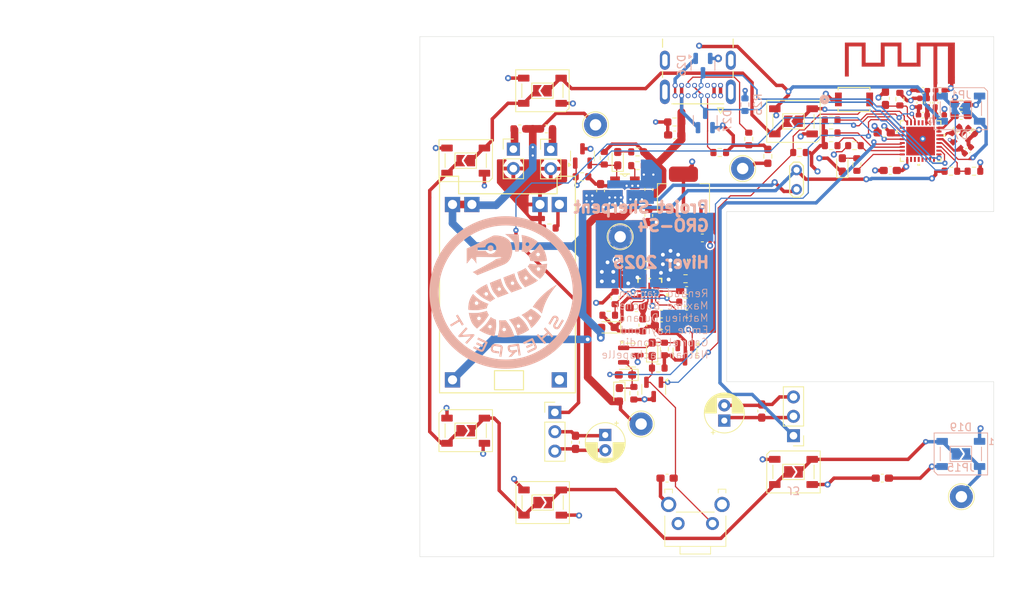
<source format=kicad_pcb>
(kicad_pcb (version 20240108) (generator "pcbnew") (generator_version "8.0")
  (layers (0 "F.Cu" signal) (1 "In1.Cu" power "GND.Cu") (2 "In2.Cu" power "ALIM.Cu") (31 "B.Cu" signal) (34 "B.Paste" user) (35 "F.Paste" user) (36 "B.SilkS" user "B.Silkscreen") (37 "F.SilkS" user "F.Silkscreen") (38 "B.Mask" user) (39 "F.Mask" user) (44 "Edge.Cuts" user))
  (net 0 "")
  (net 1 "GND")
  (net 2 "Net-(BT1-+)")
  (net 3 "/VBATT")
  (net 4 "+9V")
  (net 5 "+3.3V")
  (net 6 "Net-(D3-A)")
  (net 8 "Net-(J1-CC1)")
  (net 9 "Net-(J1-CC2)")
  (net 11 "Net-(U7-U0RXD)")
  (net 12 "/VUSB")
  (net 13 "Net-(BT2-+)")
  (net 14 "/USB_ESP32P")
  (net 15 "/USB_ESP32N")
  (net 16 "/Moteur1_PWM")
  (net 17 "/StayOn")
  (net 18 "/CHARGE")
  (net 20 "/Moteur2_PWM")
  (net 25 "Net-(C5-Pad1)")
  (net 26 "Net-(U2-BST)")
  (net 27 "Net-(U2-VCC)")
  (net 28 "Net-(C11-Pad1)")
  (net 29 "Net-(U2-COMP)")
  (net 30 "Net-(U6-FP)")
  (net 31 "Net-(U7-LNA_IN)")
  (net 32 "Net-(C25-Pad1)")
  (net 33 "Net-(U7-CHIP_EN)")
  (net 34 "Net-(C27-Pad1)")
  (net 35 "Net-(U7-XTAL_N)")
  (net 36 "Net-(D2-A)")
  (net 37 "Net-(D2-K)")
  (net 38 "Net-(D3-K)")
  (net 39 "Net-(D6-A)")
  (net 40 "/NEOPX")
  (net 41 "/Button")
  (net 42 "Net-(Q4-D)")
  (net 43 "Net-(U1-PROG)")
  (net 44 "Net-(U2-FB)")
  (net 47 "Net-(U7-GPIO8)")
  (net 48 "Net-(U7-GPIO2)")
  (net 49 "Net-(U7-GPIO9)")
  (net 50 "Net-(U7-GPIO10)")
  (net 51 "Net-(U7-XTAL_P)")
  (net 54 "Net-(D1-K)")
  (net 55 "Net-(D7-DOUT)")
  (net 56 "/NEO_Row2")
  (net 57 "Net-(D10-DIN)")
  (net 58 "Net-(D8-DOUT)")
  (net 59 "Net-(D16-DOUT)")
  (net 60 "Net-(D17-DOUT)")
  (net 61 "Net-(D18-DOUT)")
  (net 62 "Net-(D19-DOUT)")
  (net 67 "Net-(D29-K)")
  (net 68 "/B-")
  (footprint "Resistor_SMD:R_0402_1005Metric_Pad0.72x0.64mm_HandSolder" (layer "F.Cu") (at 202.1204 81.1412 45)
    (property "Reference" "R24" (hide yes))
    (property "Value" "0")
  )
  (footprint "LED_SMD:LED_WS2812B_PLCC4_5.0x5.0mm_P3.2mm" (layer "F.Cu") (at 147.9676 75.9972)
    (property "Reference" "D9" (hide yes))
    (property "Value" "WS2812B")
  )
  (footprint "Capacitor_SMD:C_0603_1608Metric_Pad1.08x0.95mm_HandSolder" (layer "F.Cu") (at 166.870488 102.196888)
    (property "Reference" "C12" (hide yes))
    (property "Value" "100p")
  )
  (footprint "Jumper:SolderJumper-2_P1.3mm_Open_TrianglePad1.0x1.5mm" (layer "F.Cu") (at 180.8606 80.0104 180)
    (property "Reference" "JP2" (hide yes))
    (property "Value" "SolderJumper_2_Open")
  )
  (footprint "LED_SMD:LED_0603_1608Metric_Pad1.05x0.95mm_HandSolder" (layer "F.Cu") (at 162.344 109.9062 90)
    (property "Reference" "D2" (hide yes))
    (property "Value" "D_Schottky")
  )
  (footprint "LED_SMD:LED_WS2812B_PLCC4_5.0x5.0mm_P3.2mm" (layer "F.Cu") (at 180.8606 80.0104)
    (property "Reference" "D8" (hide yes))
    (property "Value" "WS2812B")
  )
  (footprint "Resistor_SMD:R_0603_1608Metric" (layer "F.Cu") (at 157.4926 103.162088 90)
    (property "Reference" "R9" (hide yes))
    (property "Value" "10k")
  )
  (footprint "Package_TO_SOT_SMD:SOT-23" (layer "F.Cu") (at 166.6466 110.3636 -90)
    (property "Reference" "Q4" (hide yes))
    (property "Value" "PMOS")
  )
  (footprint "LED_SMD:LED_0603_1608Metric_Pad1.05x0.95mm_HandSolder" (layer "F.Cu") (at 157.835545 84.906945 90)
    (property "Reference" "D3" (hide yes))
    (property "Value" "LED")
  )
  (footprint "Capacitor_SMD:C_0402_1005Metric_Pad0.74x0.62mm_HandSolder" (layer "F.Cu") (at 197.8088 79.1969 180)
    (property "Reference" "C25" (hide yes))
    (property "Value" "1u")
  )
  (footprint "Capacitor_SMD:C_0603_1608Metric_Pad1.08x0.95mm_HandSolder" (layer "F.Cu") (at 163.5621 106.8074)
    (property "Reference" "C3" (hide yes))
    (property "Value" "100n")
  )
  (footprint "Capacitor_SMD:C_0603_1608Metric_Pad1.08x0.95mm_HandSolder" (layer "F.Cu") (at 161.899545 88.9512 90)
    (property "Reference" "C4" (hide yes))
    (property "Value" "4.7u")
  )
  (footprint "Jumper:SolderJumper-2_P1.3mm_Open_TrianglePad1.0x1.5mm" (layer "F.Cu") (at 148 129.9986)
    (property "Reference" "JP17" (hide yes))
    (property "Value" "SolderJumper_2_Open")
  )
  (footprint "Capacitor_SMD:C_0603_1608Metric_Pad1.08x0.95mm_HandSolder" (layer "F.Cu") (at 160.2612 104.4452 180)
    (property "Reference" "C5" (hide yes))
    (property "Value" "100nf")
  )
  (footprint "Capacitor_SMD:C_0603_1608Metric_Pad1.08x0.95mm_HandSolder" (layer "F.Cu") (at 192.5 126.8)
    (property "Reference" "C29" (hide yes))
    (property "Value" "1u")
  )
  (footprint "Resistor_SMD:R_0603_1608Metric" (layer "F.Cu") (at 153.1492 87.2748 180)
    (property "Reference" "R2" (hide yes))
    (property "Value" "100k")
  )
  (footprint "Resistor_SMD:R_0603_1608Metric" (layer "F.Cu") (at 148.875 94)
    (property "Reference" "R18" (hide yes))
    (property "Value" "0")
  )
  (footprint "Capacitor_SMD:C_0402_1005Metric_Pad0.74x0.62mm_HandSolder" (layer "F.Cu") (at 200.0527 75.9457)
    (property "Reference" "C16" (hide yes))
    (property "Value" "1.8p")
  )
  (footprint "Capacitor_SMD:C_0402_1005Metric_Pad0.74x0.62mm_HandSolder" (layer "F.Cu") (at 197.4024 77.5626 -90)
    (property "Reference" "C23" (hide yes))
    (property "Value" "100n")
  )
  (footprint "TestPoint:TestPoint_Loop_D2.54mm_Drill1.5mm_Beaded" (layer "F.Cu") (at 154.9272 80.4676)
    (property "Reference" "TP1" (hide yes))
    (property "Value" "VBATT")
  )
  (footprint "MountingHole:MountingHole_2.7mm_M2.5" (layer "F.Cu") (at 157 73)
    (property "Reference" "H2" (hide yes))
    (property "Value" "MountingHole" (hide yes))
  )
  (footprint "Resistor_SMD:R_0603_1608Metric" (layer "F.Cu") (at 175 82.325 -90)
    (property "Reference" "R10" (hide yes))
    (property "Value" "5.1k")
  )
  (footprint "Jumper:SolderJumper-2_P1.3mm_Open_TrianglePad1.0x1.5mm" (layer "F.Cu") (at 137.9164 120.578)
    (property "Reference" "JP18" (hide yes))
    (property "Value" "SolderJumper_2_Open")
  )
  (footprint "MountingHole:MountingHole_2.7mm_M2.5" (layer "F.Cu") (at 139 133)
    (property "Reference" "H3" (hide yes))
    (property "Value" "MountingHole" (hide yes))
  )
  (footprint "LED_SMD:LED_WS2812B_PLCC4_5.0x5.0mm_P3.2mm" (layer "F.Cu") (at 148 129.9986 180)
    (property "Reference" "D17" (hide yes))
    (property "Value" "WS2812B")
  )
  (footprint "LED_SMD:LED_WS2812B_PLCC4_5.0x5.0mm_P3.2mm" (layer "F.Cu") (at 137.9164 85.1628)
    (property "Reference" "D10" (hide yes))
    (property "Value" "WS2812B")
  )
  (footprint "Resistor_SMD:R_0603_1608Metric" (layer "F.Cu") (at 181.65 84.1 180)
    (property "Reference" "R1" (hide yes))
    (property "Value" "10k")
  )
  (footprint "Resistor_SMD:R_0603_1608Metric" (layer "F.Cu") (at 156.6544 105.4358)
    (property "Reference" "R26" (hide yes))
    (property "Value" "0")
  )
  (footprint "LED_SMD:LED_0603_1608Metric_Pad1.05x0.95mm_HandSolder" (layer "F.Cu") (at 187.2614 85.7246 90)
    (property "Reference" "D6" (hide yes))
    (property "Value" "LED")
  )
  (footprint "Inductor_SMD:L_0402_1005Metric_Pad0.77x0.64mm_HandSolder" (layer "F.Cu") (at 199.4344 77.5713 -90)
    (property "Reference" "L2" (hide yes))
    (property "Value" "2.7n")
  )
  (footprint "Resistor_SMD:R_0603_1608Metric" (layer "F.Cu") (at 166.715888 103.720888)
    (property "Reference" "R13" (hide yes))
    (property "Value" "48.7k")
  )
  (footprint "Resistor_SMD:R_0603_1608Metric" (layer "F.Cu") (at 166.716988 100.647488)
    (property "Reference" "R11" (hide yes))
    (property "Value" "45.3k")
  )
  (footprint "Jumper:SolderJumper-2_P1.3mm_Open_TrianglePad1.0x1.5mm" (layer "F.Cu") (at 137.9164 85.1628 180)
    (property "Reference" "JP4" (hide yes))
    (property "Value" "SolderJumper_2_Open")
  )
  (footprint "Capacitor_SMD:C_0603_1608Metric_Pad1.08x0.95mm_HandSolder" (layer "F.Cu") (at 165.3 81.8 180)
    (property "Reference" "C14" (hide yes))
    (property "Value" "100n")
  )
  (footprint "TestPoint:TestPoint_Loop_D2.54mm_Drill1.5mm_Beaded" (layer "F.Cu") (at 158.153 95.1488)
    (property "Reference" "TP7" (hide yes))
    (property "Value" "TestPoint")
  )
  (footprint "Capacitor_SMD:C_0603_1608Metric_Pad1.08x0.95mm_HandSolder" (layer "F.Cu") (at 167.478988 98.207988 90)
    (property "Reference" "C11" (hide yes))
    (property "Value" "39n")
  )
  (footprint "Resistor_SMD:R_0603_1608Metric" (layer "F.Cu") (at 156.0702 84.8486 90)
    (property "Reference" "R14" (hide yes))
    (property "Value" "100k")
  )
  (footprint "Fuse:Fuse_0603_1608Metric" (layer "F.Cu") (at 148.5 81 180)
    (property "Reference" "F3" (hide yes))
    (property "Value" "10A")
  )
  (footprint "Capacitor_SMD:C_0402_1005Metric_Pad0.74x0.62mm_HandSolder" (layer "F.Cu") (at 197.8342 75.9457 180)
    (property "Reference" "C20" (hide yes))
    (property "Value" "10u")
  )
  (footprint "Inductor_SMD:L_0402_1005Metric_Pad0.77x0.64mm_HandSolder" (layer "F.Cu") (at 198.4184 77.5713 -90)
    (property "Reference" "L3" (hide yes))
    (property "Value" "2n")
  )
  (footprint "Resistor_SMD:R_0603_1608Metric" (layer "F.Cu") (at 185.8 83.1986 180)
    (property "Reference" "R20" (hide yes))
    (property "Value" "10k")
  )
  (footprint "Capacitor_SMD:C_0603_1608Metric_Pad1.08x0.95mm_HandSolder" (layer "F.Cu") (at 161.8982 92.3544 90)
    (property "Reference" "C30" (hide yes))
    (property "Value" "100u")
  )
  (footprint "AN034_ANTENNA:AN034_ANTENNA" (layer "F.Cu") (at 194.40315 75.0488)
    (property "Reference" "U6" (hide yes))
    (property "Value" "AN034_ANTENNA")
  )
  (footprint "Capacitor_THT:CP_Radial_D5.0mm_P2.00mm" (layer "F.Cu") (at 171.8 119.255113 90)
    (property "Reference" "C8" (hide yes))
    (property "Value" "100u")
  )
  (footprint "Resistor_SMD:R_0603_1608Metric" (layer "F.Cu") (at 185.8 79.8458 180)
    (property "Reference" "R17" (hide yes))
    (property "Value" "10k")
  )
  (footprint "MountingHole:MountingHole_2.7mm_M2.5" (layer "F.Cu") (at 139 73)
    (property "Reference" "H1" (hide yes))
    (property "Value" "MountingHole" (hide yes))
  )
  (footprint "TestPoint:TestPoint_Loop_D2.54mm_Drill1.5mm_Beaded" (layer "F.Cu") (at 202.857 129.2356)
    (property "Reference" "NEO-END1" (hide yes))
    (property "Value" "TestPoint")
  )
  (footprint "LED_SMD:LED_WS2812B_PLCC4_5.0x5.0mm_P3.2mm" (layer "F.Cu") (at 137.9164 120.578 180)
    (property "Reference" "D16" (hide yes))
    (property "Value" "WS2812B")
  )
  (footprint "TestPoint:TestPoint_Loop_D2.54mm_Drill1.5mm_Beaded" (layer "F.Cu") (at 174.2 86.2)
    (property "Reference" "TP4" (hide yes))
    (property "Value" "TestPoint")
  )
  (footprint "Capacitor_SMD:C_0402_1005Metric_Pad0.74x0.62mm_HandSolder" (layer "F.Cu") (at 203.720372 83.8451 -135)
    (property "Reference" "C28" (hide yes))
    (property "Value" "15p")
  )
  (footprint "Resistor_SMD:R_0603_1608Metric" (layer "F.Cu") (at 194.8 77.1 90)
    (property "Reference" "R22" (hide yes))
    (property "Value" "10k")
  )
  (footprint "Capacitor_SMD:C_0603_1608Metric_Pad1.08x0.95mm_HandSolder" (layer "F.Cu") (at 152.3 122.1 -90)
    (property "Reference" "C10" (hide yes))
    (property "Value" "1u")
  )
  (footprint "Package_TO_SOT_SMD:SOT-23" (layer "F.Cu") (at 159.5466 110.6636)
    (property "Reference" "Q3" (hide yes))
    (property "Value" "NMOS")
  )
  (footprint "Jumper:SolderJumper-2_P1.3mm_Open_TrianglePad1.0x1.5mm" (layer "F.Cu") (at 147.9676 75.9972 180)
    (property "Reference" "JP3" (hide yes))
    (property "Value" "SolderJumper_2_Open")
  )
  (footprint "Capacitor_SMD:C_0603_1608Metric_Pad1.08x0.95mm_HandSolder" (layer "F.Cu") (at 168.9226 95.3012 180)
    (property "Reference" "C15" (hide yes))
    (property "Value" "10u")
  )
  (footprint "Capacitor_SMD:C_0603_1608Metric_Pad1.08x0.95mm_HandSolder" (layer "F.Cu") (at 155.5876 89.1036 90)
    (property "Reference" "C1" (hide yes))
    (property "Value" "4.7u")
  )
  (footprint "Capacitor_SMD:C_0603_1608Metric_Pad1.08x0.95mm_HandSolder" (layer "F.Cu") (at 164.3 126.8)
    (property "Reference" "C21" (hide yes))
    (property "Value" "100n")
  )
  (footprint "Resistor_SMD:R_0603_1608Metric" (layer "F.Cu") (at 159.9466 115.6636 -90)
    (property "Reference" "R5" (hide yes))
    (property "Value" "10k")
  )
  (footprint "Resistor_SMD:R_0603_1608Metric_Pad0.98x0.95mm_HandSolder" (layer "F.Cu") (at 165.3 80.1 180)
    (property "Reference" "D28" (hide yes))
    (property "Value" "D_Zener")
  )
  (footprint "Connector_PinHeader_2.54mm:PinHeader_1x03_P2.54mm_Vertical" (layer "F.Cu") (at 149.6 118.175)
    (property "Reference" "J2" (hide yes))
    (property "Value" "Conn_01x03_Socket")
  )
  (footprint "Resistor_SMD:R_0603_1608Metric" (layer "F.Cu") (at 160.426345 84.017945)
    (property "Reference" "R7" (hide yes))
    (property "Value" "470")
  )
  (footprint "Fuse:Fuse_0603_1608Metric" (layer "F.Cu") (at 145 81)
    (property "Reference" "F2" (hide yes))
    (property "Value" "10A")
  )
  (footprint "Capacitor_SMD:C_0603_1608Metric_Pad1.08x0.95mm_HandSolder" (layer "F.Cu") (at 192.91035 77 90)
    (property "Reference" "C26" (hide yes))
    (property "Value" "10n")
  )
  (footprint "Connector_PinHeader_2.54mm:PinHeader_1x02_P2.54mm_Vertical" (layer "F.Cu") (at 149.053945 83.687345)
    (property "Reference" "BT1" (hide yes))
    (property "Value" "Battery_Cell")
  )
  (footprint "Resistor_SMD:R_0603_1608Metric" (layer "F.Cu") (at 185.799 81.5349)
    (property "Reference" "R16" (hide yes))
    (property "Value" "10k")
  )
  (footprint "Diode_SMD:D_0603_1608Metric_Pad1.05x0.95mm_HandSolder" (layer "F.Cu") (at 156.5528 107.036 180)
    (property "Reference" "D29" (hide yes))
    (property "Value" "D")
  )
  (footprint "Resistor_SMD:R_0603_1608Metric" (layer "F.Cu") (at 163.9466 109.8636 90)
    (property "Reference" "R6" (hide yes))
    (property "Value" "10k")
  )
  (footprint "TPS61288LRQQR:RQQ0011A-MFG" (layer "F.Cu") (at 162.043713 101.916213 180)
    (property "Reference" "U2" (hide yes))
    (property "Value" "TPS61288LRQQR")
  )
  (footprint "LED_SMD:LED_WS2812B_PLCC4_5.0x5.0mm_P3.2mm" (layer "F.Cu") (at 180.8606 125.9854 180)
    (property "Reference" "D18" (hide yes))
    (property "Value" "WS2812B")
  )
  (footprint "Resistor_SMD:R_0603_1608Metric" (layer "F.Cu") (at 204.508 86.5514 180)
    (property "Reference" "R28" (hide yes))
    (property "Value" "100k 1%")
  )
  (footprint "Capacitor_SMD:C_0603_1608Metric_Pad1.08x0.95mm_HandSolder" (layer "F.Cu") (at 176.7 118 90)
    (property "Reference" "C9" (hide yes))
    (property "Value" "1u")
  )
  (footprint "Resistor_SMD:R_0603_1608Metric" (layer "F.Cu") (at 158.918088 99.021888 90)
    (property "Reference" "R12" (hide yes))
    (property "Value" "357k")
  )
  (footprint "Package_TO_SOT_SMD:SOT-23" (layer "F.Cu") (at 162.5466 115.1636 -90)
    (property "Reference" "Q1" (hide yes))
    (property "Value" "NMOS")
  )
  (footprint "Resistor_SMD:R_0603_1608Metric" (layer "F.Cu") (at 189.1664 85.6756 -90)
    (property "Reference" "R23" (hide yes))
    (property "Value" "130")
  )
  (footprint "Package_TO_SOT_SMD:SOT-223-3_TabPin2" (layer "F.Cu") (at 166.4448 90.0938 90)
    (property "Reference" "U5" (hide yes))
    (property "Value" "LD1117S33TR_SOT223")
  )
  (footprint "Capacitor_SMD:C_0603_1608Metric_Pad1.08x0.95mm_HandSolder" (layer "F.Cu") (at 161.5301 98.908)
    (property "Reference" "C13" (hide yes))
    (property "Value" "47u")
  )
  (footprint "Capacitor_SMD:C_0603_1608Metric_Pad1.08x0.95mm_HandSolder" (layer "F.Cu") (at 166.869388 105.270288)
    (property "Reference" "C6" (hide yes))
    (property "Value" "2.2u")
  )
  (footprint "Capacitor_SMD:C_0603_1608Metric_Pad1.08x0.95mm_HandSolder" (layer "F.Cu") (at 202.838 77.726)
    (property "Reference" "C19" (hide yes))
    (property "Value" "10n")
  )
  (footprint "CS1213AGF160:SW_CS1213AG_CRS" (layer "F.Cu") (at 188.7929 77.1395)
    (property "Reference" "SW2" (hide yes))
    (property "Value" "SW_Push")
  )
  (footprint "LED_SMD:LED_0603_1608Metric_Pad1.05x0.95mm_HandSolder" (layer "F.Cu") (at 158.0466 115.8636 -90)
    (property "Reference" "D25" (hide yes))
    (property "Value" "D_Schottky")
  )
  (footprint "Capacitor_SMD:C_0603_1608Metric_Pad1.08x0.95mm_HandSolder" (layer "F.Cu") (at 163.5632 105.2834)
    (property "Reference" "C2" (hide yes))
    (property "Value" "10u")
  )
  (footprint "Resistor_SMD:R_0603_1608Metric" (layer "F.Cu") (at 160.426345 85.821345 180)
    (property "Reference" "R8" (hide yes))
    (property "Value" "2k")
  )
  (footprint "Resistor_SMD:R_0603_1608Metric" (layer "F.Cu") (at 188.8484 83.1986)
    (property "Reference" "R21" (hide yes))
    (property "Value" "0" (hide yes))
  )
  (footprint "LED_SMD:LED_0603_1608Metric_Pad1.05x0.95mm_HandSolder" (layer "F.Cu") (at 158.8466 113.2636 180)
    (property "Reference" "D1" (hide yes))
    (property "Value" "D_Schottky")
  )
  (footprint "2137160001:MOLEX_2137160001" (layer "F.Cu") (at 168.3298 68.9992 180)
    (property "Reference" "J1" (hide yes))
    (property "Value" "2137160001")
  )
  (footprint "Capacitor_THT:CP_Radial_D5.0mm_P2.00mm" (layer "F.Cu") (at 156.2 121.144888 -90)
    (property "Reference" "C7" (hide yes))
    (property "Value" "100u")
  )
  (footprint "Resistor_SMD:R_0603_1608Metric" (layer "F.Cu") (at 201.4854 86.5514 180)
    (property "Reference" "R27" (hide yes))
    (property "Value" "50k")
  )
  (footprint "Resistor_SMD:R_0603_1608Metric_Pad0.98x0.95mm_HandSolder" (layer "F.Cu") (at 177.5 84.6 90)
    (property "Reference" "D4" (hide yes))
    (property "Value" "D_Zener")
  )
  (footprint "Connector_PinHeader_2.54mm:PinHeader_1x03_P2.54mm_Vertical" (layer "F.Cu") (at 180.8606 121.2346 180)
    (property "Reference" "J3" (hide yes))
    (property "Value" "Conn_01x03_Socket")
  )
  (footprint "Resistor_SMD:R_0603_1608Metric" (layer "F.Cu") (at 171.2 84.1 180)
    (property "Reference" "R4" (hide yes))
    (property "Value" "5.1k")
  )
  (footprint "TestPoint:TestPoint_2Pads_Pitch2.54mm_Drill0.8mm" (layer "F.Cu") (at 181.267 88.9312 90)
    (property "Reference" "JP19" (hide yes))
    (property "Value" "Jumper_2_Bridged")
  )
  (footprint "830059627:SMD_059627_WRE-L" (layer "F.Cu") (at 202.838 82.585777 -135)
    (property "Reference" "Y1" (hide yes))
    (property "Value" "40MHz")
  )
  (footprint "Package_TO_SOT_SMD:SOT-23" (layer "F.Cu") (at 153.2152 84.553645 90)
    (property "Reference" "Q2" (hide yes))
    (property "Value" "PMOS")
  )
  (footprint "MountingHole:MountingHole_2.7mm_M2.5" (layer "F.Cu") (at 157 133)
    (property "Reference" "H4" (hide yes))
    (property "Value" "MountingHole" (hide yes))
  )
  (footprint "Inductor_SMD:L_0603_1608Metric" (layer "F.Cu") (at 161.1248 106.7311 90)
    (property "Reference" "L1" (hide yes))
    (property "Value" "1.2u")
  )
  (footprint "Resistor_SMD:R_0603_1608Metric" (layer "F.Cu") (at 163.1466 112.3636 180)
    (property "Reference" "R3" (hide yes))
    (property "Value" "10k")
  )
  (footprint "Capacitor_SMD:C_0603_1608Metric_Pad1.08x0.95mm_HandSolder" (layer "F.Cu") (at 193.5363 86.4498 180)
    (property "Reference" "C17" (hide yes))
    (property "Value" "100n")
  )
  (footprint "Capacitor_SMD:C_0603_1608Metric_Pad1.08x0.95mm_HandSolder" (layer "F.Cu") (at 202.838 79.25)
    (property "Reference" "C22" (hide yes))
    (property "Value" "1u")
  )
  (footprint "ESP32_C3:QFN32_5X5_EXP-L" (layer "F.Cu") (at 197.5167 82.603101 -90)
    (property "Reference" "U7" (hide yes))
    (property "Value" "ESP32-C3")
  )
  (footprint "MCP73831T_2ACI_OT:SOT95P280X145-5N" (layer "F.Cu") (at 158.775345 88.462945)
    (property "Reference" "U1" (hide yes))
    (property "Value" "MCP73831T-2ACI_OT")
  )
  (footprint "Capacitor_SMD:C_0402_1005Metric_Pad0.74x0.62mm_HandSolder" (layer "F.Cu") (at 204.197855 81.274583 -45)
    (property "Reference" "C27" (hide yes))
    (property "Value" "15p")
  )
  (footprint "Connector_PinHeader_2.54mm:PinHeader_1x02_P2.54mm_Vertical" (layer "F.Cu") (at 144.159545 83.661945)
    (property "Reference" "BT2" (hide yes))
    (property "Value" "Battery_Cell")
  )
  (footprint "TP4056:TP4056-18650" (layer "F.Cu") (at 134.4875 115.6125 90)
    (property "Reference" "U4" (hide yes))
    (property "Value" "TP4056")
  )
  (footprint "Jumper:SolderJumper-2_P1.3mm_Open_TrianglePad1.0x1.5mm" (layer "F.Cu") (at 180.8606 125.9854)
    (property "Reference" "JP16" (hide yes))
    (property "Value" "SolderJumper_2_Open")
  )
  (footprint "Capacitor_SMD:C_0603_1608Metric_Pad1.08x0.95mm_HandSolder" (layer "F.Cu") (at 192.7467 81.5222 180)
    (property "Reference" "C24" (hide yes))
    (property "Value" "100n")
  )
  (footprint "Capacitor_SMD:C_0402_1005Metric_Pad0.74x0.62mm_HandSolder" (layer "F.Cu") (at 200.044 79.1969)
    (property "Reference" "C18" (hide yes))
    (property "Value" "1.8p")
  )
  (footprint "TestPoint:TestPoint_Loop_D2.54mm_Drill1.5mm_Beaded" (layer "F.Cu") (at 160.9 119.7)
    (property "Reference" "TP2" (hide yes))
    (property "Value" "TestPoint")
  )
  (footprint "CT1102V3.15F100:CT1102V3.15F100" (layer "F.Cu") (at 164.5 130.25)
    (property "Reference" "SW1" (hide yes))
    (property "Value" "CT1102" (hide yes))
  )
  (footprint "Package_TO_SOT_SMD:SOT-23" (layer "B.Cu") (at 169.3 79.9 90)
    (property "Reference" "D27")
    (property "Value" "BAV99")
  )
  (footprint "Resistor_SMD:R_0603_1608Metric" (layer "B.Cu") (at 174.5 77.825 -90)
    (property "Reference" "R25")
    (property "Value" "10k")
  )
  (footprint "LED_SMD:LED_WS2812B_PLCC4_5.0x5.0mm_P3.2mm" (layer "B.Cu") (at 202.7924 123.625 180)
    (property "Reference" "D19")
    (property "Value" "WS2812B")
  )
  (footprint "Package_TO_SOT_SMD:SOT-23" (layer "B.Cu") (at 169 72.7 -90)
    (property "Reference" "D26")
    (property "Value" "BAV99")
  )
  (footprint "LED_SMD:LED_WS2812B_PLCC4_5.0x5.0mm_P3.2mm" (layer "B.Cu") (at 202.7924 78.3482)
    (property "Reference" "D7")
    (property "Value" "WS2812B")
  )
  (footprint "Jumper:SolderJumper-2_P1.3mm_Open_TrianglePad1.0x1.5mm" (layer "B.Cu") (at 202.7924 78.3482 180)
    (property "Reference" "JP1")
    (property "Value" "SolderJumper_2_Open")
  )
  (footprint "Jumper:SolderJumper-2_P1.3mm_Open_TrianglePad1.0x1.5mm" (layer "B.Cu") (at 202.7924 123.625)
    (property "Reference" "JP15")
    (property "Value" "SolderJumper_2_Open")
  )
  (gr_poly (pts (xy 139.277253 109.240364) (xy 140.080761 109.621241) (xy 140.202308 109.364823) (xy 139.398799 108.983946)) (stroke (width 0.001451) (color 255 0 0 1)) (fill solid) (layer "B.SilkS"))
  (gr_poly (pts (xy 141.144796 105.782211) (xy 141.075765 105.893328) (xy 140.987706 106.03082) (xy 140.885572 106.184261) (xy 140.830775 106.263705) (xy 140.774316 106.343226) (xy 140.716814 106.421522) (xy 140.658889 106.497289) (xy 140.60116 106.569223) (xy 140.544246 106.636023) (xy 140.486266 106.699508) (xy 140.42343 106.764452) (xy 140.356924 106.830089) (xy 140.287935 106.895652) (xy 140.147251 107.023491) (xy 140.010867 107.141837) (xy 139.888272 107.244558) (xy 139.788956 107.325522) (xy 139.698116 107.397651) (xy 139.799862 107.462819) (xy 139.905001 107.526259) (xy 140.013417 107.587892) (xy 140.124993 107.647639) (xy 140.239611 107.70542) (xy 140.357154 107.761158) (xy 140.477506 107.814774) (xy 140.600549 107.866187) (xy 140.726167 107.915321) (xy 140.854241 107.962095) (xy 140.984656 108.006431) (xy 141.117294 108.04825) (xy 141.252038 108.087474) (xy 141.38877 108.124023) (xy 141.527375 108.157819) (xy 141.667734 108.188782) (xy 141.695228 108.079572) (xy 141.724226 107.958553) (xy 141.758618 107.807031) (xy 141.794824 107.635333) (xy 141.829264 107.453789) (xy 141.844703 107.362553) (xy 141.858359 107.272728) (xy 141.869783 107.185607) (xy 141.878529 107.102479) (xy 141.888643 106.939763) (xy 141.336138 106.939763) (xy 141.335828 106.952044) (xy 141.334906 106.964164) (xy 141.333388 106.976107) (xy 141.331289 106.987859) (xy 141.328625 106.999405) (xy 141.325409 107.01073) (xy 141.321656 107.021819) (xy 141.317383 107.032656) (xy 141.312604 107.043228) (xy 141.307334 107.053518) (xy 141.301587 107.063512) (xy 141.295379 107.073195) (xy 141.288726 107.082551) (xy 141.281641 107.091567) (xy 141.27414 107.100226) (xy 141.266238 107.108515) (xy 141.257949 107.116417) (xy 141.24929 107.123918) (xy 141.240274 107.131003) (xy 141.230918 107.137657) (xy 141.221235 107.143864) (xy 141.211241 107.149611) (xy 141.20095 107.154881) (xy 141.190379 107.159661) (xy 141.179542 107.163934) (xy 141.168453 107.167686) (xy 141.157128 107.170902) (xy 141.145582 107.173567) (xy 141.13383 107.175666) (xy 141.121886 107.177183) (xy 141.109767 107.178105) (xy 141.097486 107.178416) (xy 141.085205 107.178105) (xy 141.073086 107.177183) (xy 141.061142 107.175666) (xy 141.04939 107.173567) (xy 141.037844 107.170902) (xy 141.026519 107.167686) (xy 141.015431 107.163934) (xy 141.004593 107.159661) (xy 140.994022 107.154881) (xy 140.983732 107.149611) (xy 140.973737 107.143864) (xy 140.964055 107.137657) (xy 140.954698 107.131003) (xy 140.945682 107.123918) (xy 140.937023 107.116417) (xy 140.928734 107.108515) (xy 140.920832 107.100226) (xy 140.913331 107.091567) (xy 140.906246 107.082551) (xy 140.899593 107.073195) (xy 140.893385 107.063512) (xy 140.887638 107.053518) (xy 140.882368 107.043228) (xy 140.877589 107.032656) (xy 140.873315 107.021819) (xy 140.869563 107.01073) (xy 140.866347 106.999405) (xy 140.863682 106.987859) (xy 140.861584 106.976107) (xy 140.860066 106.964164) (xy 140.859144 106.952044) (xy 140.858834 106.939763) (xy 140.859144 106.927482) (xy 140.860066 106.915363) (xy 140.861584 106.903419) (xy 140.863682 106.891667) (xy 140.866347 106.880121) (xy 140.869563 106.868796) (xy 140.873315 106.857707) (xy 140.877589 106.846869) (xy 140.882368 106.836298) (xy 140.887638 106.826007) (xy 140.893385 106.816013) (xy 140.899593 106.80633) (xy 140.906246 106.796973) (xy 140.913331 106.787958) (xy 140.920832 106.779298) (xy 140.928734 106.77101) (xy 140.937023 106.763108) (xy 140.945682 106.755607) (xy 140.954698 106.748522) (xy 140.964055 106.741868) (xy 140.973737 106.73566) (xy 140.983732 106.729914) (xy 140.994022 106.724643) (xy 141.004593 106.719864) (xy 141.015431 106.715591) (xy 141.026519 106.711839) (xy 141.037844 106.708623) (xy 141.04939 106.705958) (xy 141.061142 106.703859) (xy 141.073086 106.702341) (xy 141.085205 106.70142) (xy 141.097486 106.701109) (xy 141.109767 106.70142) (xy 141.121886 106.702341) (xy 141.13383 106.703859) (xy 141.145582 106.705958) (xy 141.157128 106.708623) (xy 141.168453 106.711839) (xy 141.179542 106.715591) (xy 141.190379 106.719864) (xy 141.20095 106.724643) (xy 141.211241 106.729914) (xy 141.221235 106.73566) (xy 141.230918 106.741868) (xy 141.240274 106.748522) (xy 141.24929 106.755607) (xy 141.257949 106.763108) (xy 141.266238 106.77101) (xy 141.27414 106.779298) (xy 141.281641 106.787958) (xy 141.288726 106.796973) (xy 141.295379 106.80633) (xy 141.301587 106.816013) (xy 141.307334 106.826007) (xy 141.312604 106.836298) (xy 141.317383 106.846869) (xy 141.321656 106.857707) (xy 141.325409 106.868796) (xy 141.328625 106.880121) (xy 141.331289 106.891667) (xy 141.333388 106.903419) (xy 141.334906 106.915363) (xy 141.335828 106.927482) (xy 141.336138 106.939763) (xy 141.888643 106.939763) (xy 141.888926 106.935211) (xy 141.892797 106.755988) (xy 141.891725 106.575368) (xy 141.887295 106.403911) (xy 141.874698 106.130721) (xy 141.867682 106.020886) (xy 141.821247 106.006874) (xy 141.775426 105.991927) (xy 141.730232 105.976037) (xy 141.685678 105.9592) (xy 141.641778 105.941407) (xy 141.598546 105.922653) (xy 141.555996 105.902931) (xy 141.514141 105.882235) (xy 141.472994 105.860558) (xy 141.43257 105.837893) (xy 141.392882 105.814234) (xy 141.353945 105.789575) (xy 141.31577 105.76391) (xy 141.278373 105.737231) (xy 141.241766 105.709532) (xy 141.205964 105.680806)) (stroke (width -0.000001)) (fill solid) (layer "B.SilkS"))
  (gr_poly (pts (xy 141.153882 96.26599) (xy 141.134601 96.267456) (xy 141.1156 96.26987) (xy 141.096903 96.273209) (xy 141.078534 96.277449) (xy 141.060517 96.282565) (xy 141.042876 96.288534) (xy 141.025634 96.295332) (xy 141.008816 96.302936) (xy 140.992445 96.31132) (xy 140.976545 96.320462) (xy 140.961141 96.330338) (xy 140.946255 96.340923) (xy 140.931912 96.352195) (xy 140.918136 96.364128) (xy 140.90495 96.376699) (xy 140.892379 96.389885) (xy 140.880445 96.403662) (xy 140.869174 96.418004) (xy 140.858589 96.43289) (xy 140.848713 96.448295) (xy 140.839571 96.464194) (xy 140.831186 96.480565) (xy 140.823583 96.497383) (xy 140.816785 96.514625) (xy 140.810816 96.532266) (xy 140.805699 96.550283) (xy 140.80146 96.568652) (xy 140.798121 96.587349) (xy 140.795707 96.60635) (xy 140.79424 96.625632) (xy 140.793746 96.64517) (xy 140.79424 96.664708) (xy 140.795707 96.683989) (xy 140.798121 96.70299) (xy 140.80146 96.721687) (xy 140.805699 96.740056) (xy 140.810816 96.758073) (xy 140.816785 96.775714) (xy 140.823583 96.792956) (xy 140.831186 96.809774) (xy 140.839571 96.826145) (xy 140.848713 96.842045) (xy 140.858589 96.857449) (xy 140.869174 96.872335) (xy 140.880445 96.886678) (xy 140.892379 96.900454) (xy 140.90495 96.91364) (xy 140.918136 96.926212) (xy 140.931912 96.938145) (xy 140.946255 96.949416) (xy 140.961141 96.960002) (xy 140.976545 96.969877) (xy 140.992445 96.979019) (xy 141.008816 96.987404) (xy 141.025634 96.995007) (xy 141.042876 97.001806) (xy 141.060517 97.007775) (xy 141.078534 97.012891) (xy 141.096903 97.01713) (xy 141.1156 97.020469) (xy 141.134601 97.022884) (xy 141.153882 97.02435) (xy 141.17342 97.024844) (xy 141.192958 97.02435) (xy 141.21224 97.022884) (xy 141.231241 97.020469) (xy 141.249938 97.01713) (xy 141.268307 97.012891) (xy 141.286324 97.007775) (xy 141.303965 97.001806) (xy 141.321207 96.995007) (xy 141.338025 96.987404) (xy 141.354395 96.979019) (xy 141.370295 96.969877) (xy 141.3857 96.960002) (xy 141.400585 96.949416) (xy 141.414928 96.938145) (xy 141.428704 96.926212) (xy 141.44189 96.91364) (xy 141.454462 96.900454) (xy 141.466395 96.886678) (xy 141.477666 96.872335) (xy 141.488252 96.857449) (xy 141.498128 96.842045) (xy 141.50727 96.826145) (xy 141.515654 96.809774) (xy 141.523258 96.792956) (xy 141.530056 96.775714) (xy 141.536025 96.758073) (xy 141.541141 96.740056) (xy 141.545381 96.721687) (xy 141.54872 96.70299) (xy 141.551134 96.683989) (xy 141.5526 96.664708) (xy 141.553094 96.64517) (xy 141.5526 96.625632) (xy 141.551134 96.60635) (xy 141.54872 96.587349) (xy 141.545381 96.568652) (xy 141.541141 96.550283) (xy 141.536025 96.532266) (xy 141.530056 96.514625) (xy 141.523258 96.497383) (xy 141.515654 96.480565) (xy 141.50727 96.464194) (xy 141.498128 96.448295) (xy 141.488252 96.43289) (xy 141.477666 96.418004) (xy 141.466395 96.403662) (xy 141.454462 96.389885) (xy 141.44189 96.376699) (xy 141.428704 96.364128) (xy 141.414928 96.352195) (xy 141.400585 96.340923) (xy 141.3857 96.330338) (xy 141.370295 96.320462) (xy 141.354395 96.31132) (xy 141.338025 96.302936) (xy 141.321207 96.295332) (xy 141.303965 96.288534) (xy 141.286324 96.282565) (xy 141.268307 96.277449) (xy 141.249938 96.273209) (xy 141.231241 96.26987) (xy 141.21224 96.267456) (xy 141.192958 96.26599) (xy 141.17342 96.265496)) (stroke (width -0.000001)) (fill solid) (layer "B.SilkS"))
  (gr_poly (pts (xy 140.896691 103.95661) (xy 140.896692 103.95661) (xy 140.896692 103.956609) (xy 140.896693 103.956609) (xy 140.896693 103.956608)) (stroke (width -0.000001)) (fill solid) (layer "B.SilkS"))
  (gr_poly (pts (xy 149.599014 105.484189) (xy 149.587308 105.484729) (xy 149.57574 105.48555) (xy 149.564312 105.486649) (xy 149.553022 105.488029) (xy 149.541871 105.489687) (xy 149.53086 105.491626) (xy 149.519987 105.493843) (xy 149.509253 105.496341) (xy 149.498658 105.499118) (xy 149.488203 105.502174) (xy 149.477886 105.50551) (xy 149.467708 105.509125) (xy 149.457498 105.513026) (xy 149.447456 105.517126) (xy 149.437581 105.521424) (xy 149.427874 105.525919) (xy 149.418334 105.530613) (xy 149.408963 105.535506) (xy 149.399759 105.540596) (xy 149.390722 105.545884) (xy 149.381854 105.551371) (xy 149.373153 105.557055) (xy 149.364619 105.562938) (xy 149.356254 105.569019) (xy 149.348056 105.575298) (xy 149.340025 105.581776) (xy 149.332163 105.588451) (xy 149.324468 105.595325) (xy 149.316845 105.602242) (xy 149.309434 105.609185) (xy 149.302233 105.616156) (xy 149.295242 105.623153) (xy 149.288462 105.630176) (xy 149.281892 105.637227) (xy 149.275533 105.644304) (xy 149.269384 105.651408) (xy 149.263446 105.658539) (xy 149.257719 105.665696) (xy 149.252202 105.67288) (xy 149.246895 105.680091) (xy 149.241799 105.687329) (xy 149.236914 105.694593) (xy 149.232239 105.701884) (xy 149.227775 105.709202) (xy 148.737893 106.53309) (xy 148.979939 106.67701) (xy 149.469821 105.853123) (xy 149.475035 105.844725) (xy 149.480439 105.836755) (xy 149.486031 105.829212) (xy 149.491813 105.822096) (xy 149.497783 105.815408) (xy 149.503942 105.809147) (xy 149.51029 105.803313) (xy 149.516827 105.797907) (xy 149.523553 105.792928) (xy 149.530468 105.788377) (xy 149.537571 105.784253) (xy 149.544864 105.780556) (xy 149.552346 105.777286) (xy 149.560016 105.774444) (xy 149.567875 105.772029) (xy 149.575924 105.770042) (xy 149.584014 105.768596) (xy 149.592138 105.767574) (xy 149.600295 105.766975) (xy 149.608486 105.7668) (xy 149.616711 105.767049) (xy 149.624969 105.767721) (xy 149.633261 105.768817) (xy 149.641587 105.770337) (xy 149.649946 105.77228) (xy 149.658339 105.774647) (xy 149.666765 105.777438) (xy 149.675225 105.780652) (xy 149.683719 105.784289) (xy 149.692246 105.788351) (xy 149.700807 105.792836) (xy 149.709401 105.797744) (xy 149.717927 105.803016) (xy 149.726051 105.808451) (xy 149.733772 105.814051) (xy 149.74109 105.819815) (xy 149.748005 105.825743) (xy 149.754517 105.831835) (xy 149.760627 105.838092) (xy 149.766334 105.844512) (xy 149.771638 105.851096) (xy 149.776539 105.857845) (xy 149.781038 105.864758) (xy 149.785133 105.871835) (xy 149.788826 105.879076) (xy 149.792117 105.886481) (xy 149.795004 105.89405) (xy 149.797489 105.901783) (xy 149.799361 105.90967) (xy 149.800782 105.917602) (xy 149.801752 105.925582) (xy 149.802271 105.933609) (xy 149.802339 105.941682) (xy 149.801955 105.949802) (xy 149.801121 105.957969) (xy 149.799835 105.966183) (xy 149.798098 105.974443) (xy 149.79591 105.98275) (xy 149.793271 105.991105) (xy 149.790181 105.999505) (xy 149.786639 106.007953) (xy 149.782647 106.016447) (xy 149.778203 106.024988) (xy 149.773309 106.033576) (xy 149.442293 106.590281) (xy 149.441187 106.592134) (xy 149.43571 106.602206) (xy 149.430437 106.612597) (xy 149.425368 106.623307) (xy 149.420505 106.634334) (xy 149.415845 106.645681) (xy 149.41139 106.657345) (xy 149.407139 106.669329) (xy 149.403093 106.68163) (xy 149.3991 106.694042) (xy 149.395473 106.706632) (xy 149.392212 106.719401) (xy 149.389318 106.732348) (xy 149.38679 106.745474) (xy 149.384628 106.758778) (xy 149.382833 106.772261) (xy 149.381404 106.785921) (xy 149.380238 106.799936) (xy 149.379508 106.814012) (xy 149.379213 106.828151) (xy 149.379354 106.842351) (xy 149.37993 106.856614) (xy 149.380942 106.870939) (xy 149.38239 106.885326) (xy 149.384273 106.899775) (xy 149.386431 106.914092) (xy 149.38917 106.92836) (xy 149.392488 106.94258) (xy 149.396388 106.956751) (xy 149.400867 106.970873) (xy 149.405927 106.984946) (xy 149.411567 106.998971) (xy 149.417787 107.012946) (xy 149.421054 107.020018) (xy 149.424483 107.027049) (xy 149.428075 107.034038) (xy 149.431829 107.040986) (xy 149.435746 107.047892) (xy 149.439825 107.054757) (xy 149.444066 107.061581) (xy 149.44847 107.068364) (xy 149.453036 107.075105) (xy 149.457765 107.081805) (xy 149.462655 107.088464) (xy 149.467708 107.095081) (xy 149.472924 107.101657) (xy 149.478302 107.108192) (xy 149.483842 107.114686) (xy 149.489545 107.121138) (xy 149.495428 107.127535) (xy 149.50151 107.133864) (xy 149.50779 107.140123) (xy 149.514268 107.146313) (xy 149.520946 107.152435) (xy 149.527821 107.158487) (xy 149.534896 107.16447) (xy 149.542168 107.170384) (xy 149.54964 107.17623) (xy 149.55731 107.182006) (xy 149.565178 107.187713) (xy 149.573245 107.193352) (xy 149.58151 107.198921) (xy 149.589974 107.204421) (xy 149.598637 107.209853) (xy 149.607498 107.215215) (xy 149.607497 107.215224) (xy 149.625372 107.225459) (xy 149.643157 107.234852) (xy 149.660852 107.243405) (xy 149.678456 107.251116) (xy 149.69597 107.257985) (xy 149.704693 107.261105) (xy 149.713393 107.264014) (xy 149.722071 107.266713) (xy 149.730726 107.269201) (xy 149.739359 107.271479) (xy 149.747969 107.273547) (xy 149.764704 107.277256) (xy 149.781256 107.280345) (xy 149.797627 107.282813) (xy 149.813815 107.284661) (xy 149.82982 107.285889) (xy 149.845643 107.286497) (xy 149.861283 107.286483) (xy 149.876741 107.28585) (xy 149.892 107.284626) (xy 149.907041 107.282839) (xy 149.921866 107.28049) (xy 149.936473 107.277579) (xy 149.950863 107.274106) (xy 149.965037 107.27007) (xy 149.978993 107.265473) (xy 149.992732 107.260312) (xy 150.006215 107.254724) (xy 150.0194 107.24884) (xy 150.032288 107.242662) (xy 150.044878 107.236189) (xy 150.057171 107.229422) (xy 150.069168 107.222359) (xy 150.080867 107.215002) (xy 150.092268 107.20735) (xy 150.103379 107.199426) (xy 150.114204 107.191253) (xy 150.124743 107.182832) (xy 150.134998 107.174163) (xy 150.144967 107.165245) (xy 150.15465 107.156079) (xy 150.164048 107.146664) (xy 150.17316 107.137) (xy 150.181803 107.127432) (xy 150.190068 107.117836) (xy 150.197956 107.108213) (xy 150.205467 107.098562) (xy 150.2126 107.088883) (xy 150.219355 107.079177) (xy 150.225734 107.069443) (xy 150.231735 107.059682) (xy 150.786933 106.125943) (xy 150.544888 105.982024) (xy 149.989688 106.915762) (xy 149.984413 106.924271) (xy 149.978964 106.932342) (xy 149.973342 106.939976) (xy 149.967547 106.947172) (xy 149.961579 106.953931) (xy 149.955438 106.960252) (xy 149.949125 106.966135) (xy 149.942638 106.971581) (xy 149.935978 106.976589) (xy 149.929145 106.98116) (xy 149.92214 106.985293) (xy 149.914961 106.988989) (xy 149.907609 106.992247) (xy 149.900085 106.995067) (xy 149.892387 106.99745) (xy 149.884517 106.999396) (xy 149.876472 107.001021) (xy 149.868391 107.002211) (xy 149.860273 107.002966) (xy 149.852119 107.003286) (xy 149.843928 107.003171) (xy 149.835701 107.00262) (xy 149.827437 107.001635) (xy 149.819136 107.000214) (xy 149.810799 106.998358) (xy 149.802426 106.996066) (xy 149.794015 106.99334) (xy 149.785569 106.990178) (xy 149.777085 106.986581) (xy 149.768566 106.982548) (xy 149.760009 106.978081) (xy 149.751416 106.973178) (xy 149.747273 106.97066) (xy 149.74322 106.968088) (xy 149.739259 106.965462) (xy 149.735389 106.962782) (xy 149.73161 106.960047) (xy 149.727922 106.957259) (xy 149.724326 106.954417) (xy 149.720821 106.95152) (xy 149.717407 106.94857) (xy 149.714084 106.945566) (xy 149.710852 106.942507) (xy 149.707712 106.939395) (xy 149.704663 106.936228) (xy 149.701705 106.933008) (xy 149.698838 106.929733) (xy 149.696063 106.926404) (xy 149.693384 106.923029) (xy 149.690806 106.919616) (xy 149.68833 106.916165) (xy 149.685955 106.912676) (xy 149.683681 106.909149) (xy 149.681509 106.905583) (xy 149.679438 106.901979) (xy 149.677469 106.898338) (xy 149.675601 106.894658) (xy 149.673835 106.890939) (xy 149.67217 106.887183) (xy 149.670607 106.883389) (xy 149.669144 106.879556) (xy 149.667784 106.875686) (xy 149.666524 106.871777) (xy 149.665366 106.86783) (xy 149.664248 106.863965) (xy 149.663246 106.860072) (xy 149.662359 106.856148) (xy 149.661589 106.852196) (xy 149.660934 106.848213) (xy 149.660396 106.844202) (xy 149.659973 106.84016) (xy 149.659667 106.83609) (xy 149.659476 106.83199) (xy 149.659402 106.82786) (xy 149.659443 106.823701) (xy 149.6596 106.819512) (xy 149.659874 106.815294) (xy 149.660263 106.811046) (xy 149.660769 106.806769) (xy 149.66139 106.802463) (xy 149.662059 106.798258) (xy 149.662845 106.794055) (xy 149.663749 106.789852) (xy 149.664771 106.785651) (xy 149.66591 106.78145) (xy 149.667167 106.777251) (xy 149.668541 106.773052) (xy 149.670033 106.768854) (xy 149.671642 106.764658) (xy 149.673369 106.760462) (xy 149.675214 106.756267) (xy 149.677176 106.752073) (xy 149.679256 106.747881) (xy 149.681453 106.743689) (xy 149.683768 106.739498) (xy 149.6862 106.735308) (xy 150.017216 106.178603) (xy 150.021517 106.171188) (xy 150.025701 106.163605) (xy 150.029768 106.155854) (xy 150.033718 106.147935) (xy 150.037552 106.139849) (xy 150.041269 106.131594) (xy 150.044869 106.123172) (xy 150.048352 106.114581) (xy 150.054969 106.096897) (xy 150.061118 106.078542) (xy 150.066801 106.059515) (xy 150.072016 106.039816) (xy 150.074271 106.029708) (xy 150.076286 106.019556) (xy 150.078062 106.009359) (xy 150.079598 105.999119) (xy 150.080894 105.988835) (xy 150.081951 105.978506) (xy 150.082768 105.968134) (xy 150.083346 105.957717) (xy 150.083684 105.947257) (xy 150.083782 105.936752) (xy 150.083641 105.926204) (xy 150.08326 105.915611) (xy 150.082639 105.904974) (xy 150.081779 105.894294) (xy 150.080679 105.883569) (xy 150.07934 105.8728) (xy 150.077655 105.862131) (xy 150.075659 105.851474) (xy 150.07335 105.840828) (xy 150.07073 105.830193) (xy 150.067798 105.81957) (xy 150.064553 105.808958) (xy 150.060997 105.798358) (xy 150.057129 105.787769) (xy 150.052949 105.777191) (xy 150.048457 105.766625) (xy 150.043653 105.75607) (xy 150.038537 105.745527) (xy 150.033109 105.734995) (xy 150.027369 105.724474) (xy 150.021318 105.713965) (xy 150.014954 105.703467) (xy 150.008145 105.693162) (xy 150.000898 105.683001) (xy 149.993211 105.672981) (xy 149.985085 105.663105) (xy 149.97652 105.65337) (xy 149.967516 105.643779) (xy 149.958072 105.634329) (xy 149.94819 105.625023) (xy 149.937868 105.615858) (xy 149.927107 105.606837) (xy 149.915908 105.597957) (xy 149.904269 105.589221) (xy 149.892191 105.580626) (xy 149.879673 105.572175) (xy 149.866717 105.563865) (xy 149.853321 105.555699) (xy 149.839752 105.547832) (xy 149.826275 105.540424) (xy 149.812889 105.533474) (xy 149.799595 105.526982) (xy 149.786394 105.520949) (xy 149.773283 105.515373) (xy 149.760265 105.510256) (xy 149.747338 105.505597) (xy 149.734504 105.501397) (xy 149.721761 105.497654) (xy 149.709109 105.49437) (xy 149.69655 105.491543) (xy 149.684082 105.489175) (xy 149.671706 105.487266) (xy 149.659422 105.485814) (xy 149.64723 105.484821) (xy 149.634968 105.484243) (xy 149.622844 105.483946) (xy 149.61086 105.483927)) (stroke (width 0.001451) (color 255 0 0 1)) (fill solid) (layer "B.SilkS"))
  (gr_poly (pts (xy 145.657072 99.321895) (xy 145.543721 99.387305) (xy 145.422006 99.452644) (xy 145.29193 99.518169) (xy 145.153499 99.584141) (xy 145.006717 99.650815) (xy 144.851588 99.718452) (xy 144.688118 99.78731) (xy 144.71371 99.897901) (xy 144.743985 100.019417) (xy 144.784387 100.170217) (xy 144.833774 100.339151) (xy 144.891 100.515072) (xy 144.922197 100.602169) (xy 144.954924 100.686832) (xy 144.98904 100.767667) (xy 145.024401 100.843282) (xy 145.063778 100.918443) (xy 145.108236 100.995971) (xy 145.156725 101.07487) (xy 145.208191 101.154146) (xy 145.261585 101.2328) (xy 145.315853 101.30984) (xy 145.369944 101.384267) (xy 145.422807 101.455088) (xy 145.520639 101.581925) (xy 145.600936 101.682385) (xy 145.675271 101.772312) (xy 145.916827 101.670028) (xy 146.150627 101.566028) (xy 146.37626 101.459856) (xy 146.593315 101.351055) (xy 146.801381 101.239169) (xy 147.000047 101.123743) (xy 147.095726 101.06456) (xy 147.188901 101.00432) (xy 147.279521 100.942968) (xy 147.367533 100.880446) (xy 147.268837 100.811014) (xy 147.160867 100.732864) (xy 147.027505 100.633438) (xy 146.934233 100.561238) (xy 146.054946 100.561238) (xy 146.054635 100.573518) (xy 146.053714 100.585638) (xy 146.052196 100.597581) (xy 146.050097 100.609334) (xy 146.047432 100.62088) (xy 146.044216 100.632205) (xy 146.040464 100.643293) (xy 146.036191 100.654131) (xy 146.031412 100.664702) (xy 146.026141 100.674992) (xy 146.020394 100.684986) (xy 146.014187 100.694669) (xy 146.007533 100.704026) (xy 146.000448 100.713042) (xy 145.992947 100.721701) (xy 145.985045 100.729989) (xy 145.976757 100.737892) (xy 145.968097 100.745393) (xy 145.959081 100.752477) (xy 145.949725 100.759131) (xy 145.940042 100.765339) (xy 145.930048 100.771085) (xy 145.919758 100.776356) (xy 145.909186 100.781135) (xy 145.898349 100.785408) (xy 145.88726 100.78916) (xy 145.875935 100.792376) (xy 145.864389 100.795041) (xy 145.852637 100.79714) (xy 145.840693 100.798658) (xy 145.828574 100.799579) (xy 145.816293 100.79989) (xy 145.804012 100.799579) (xy 145.791893 100.798658) (xy 145.779949 100.79714) (xy 145.768197 100.795041) (xy 145.756651 100.792376) (xy 145.745326 100.78916) (xy 145.734238 100.785408) (xy 145.7234 100.781135) (xy 145.712829 100.776356) (xy 145.702539 100.771085) (xy 145.692544 100.765339) (xy 145.682862 100.759131) (xy 145.673505 100.752477) (xy 145.664489 100.745393) (xy 145.65583 100.737892) (xy 145.647542 100.729989) (xy 145.639639 100.721701) (xy 145.632138 100.713042) (xy 145.625053 100.704026) (xy 145.6184 100.694669) (xy 145.612192 100.684986) (xy 145.606445 100.674992) (xy 145.601175 100.664702) (xy 145.596396 100.654131) (xy 145.592123 100.643293) (xy 145.58837 100.632205) (xy 145.585154 100.62088) (xy 145.58249 100.609334) (xy 145.580391 100.597581) (xy 145.578873 100.585638) (xy 145.577951 100.573518) (xy 145.577641 100.561238) (xy 145.577951 100.548957) (xy 145.578873 100.536837) (xy 145.580391 100.524894) (xy 145.58249 100.513142) (xy 145.585154 100.501596) (xy 145.58837 100.490271) (xy 145.592123 100.479182) (xy 145.596396 100.468345) (xy 145.601175 100.457774) (xy 145.606445 100.447483) (xy 145.612192 100.437489) (xy 145.6184 100.427806) (xy 145.625053 100.41845) (xy 145.632138 100.409434) (xy 145.639639 100.400775) (xy 145.647542 100.392486) (xy 145.65583 100.384584) (xy 145.664489 100.377083) (xy 145.673505 100.369998) (xy 145.682862 100.363344) (xy 145.692544 100.357137) (xy 145.702539 100.35139) (xy 145.712829 100.34612) (xy 145.7234 100.34134) (xy 145.734238 100.337067) (xy 145.745326 100.333315) (xy 145.756651 100.330099) (xy 145.768197 100.327434) (xy 145.779949 100.325335) (xy 145.791893 100.323818) (xy 145.804012 100.322896) (xy 145.816293 100.322585) (xy 145.828574 100.322896) (xy 145.840693 100.323818) (xy 145.852637 100.325335) (xy 145.864389 100.327434) (xy 145.875935 100.330099) (xy 145.88726 100.333315) (xy 145.898349 100.337067) (xy 145.909186 100.34134) (xy 145.919758 100.34612) (xy 145.930048 100.35139) (xy 145.940042 100.357137) (xy 145.949725 100.363344) (xy 145.959081 100.369998) (xy 145.968097 100.377083) (xy 145.976757 100.384584) (xy 145.985045 100.392486) (xy 145.992947 100.400775) (xy 146.000448 100.409434) (xy 146.007533 100.41845) (xy 146.014187 100.427806) (xy 146.020394 100.437489) (xy 146.026141 100.447483) (xy 146.031412 100.457774) (xy 146.036191 100.468345) (xy 146.040464 100.479182) (xy 146.044216 100.490271) (xy 146.047432 100.501596) (xy 146.050097 100.513142) (xy 146.052196 100.524894) (xy 146.053714 100.536837) (xy 146.054635 100.548957) (xy 146.054946 100.561238) (xy 146.934233 100.561238) (xy 146.879017 100.518496) (xy 146.72567 100.393797) (xy 146.650383 100.32959) (xy 146.577731 100.265103) (xy 146.508998 100.201057) (xy 146.445467 100.138172) (xy 146.387669 100.076846) (xy 146.328777 100.010687) (xy 146.269455 99.940908) (xy 146.21037 99.868721) (xy 146.152186 99.795339) (xy 146.09557 99.721975) (xy 145.989703 99.580154) (xy 145.898094 99.452959) (xy 145.826066 99.350092) (xy 145.762054 99.256156)) (stroke (width 0.021695)) (fill none) (layer "B.SilkS"))
  (gr_line (start 143.275122 101.610285) (end 143.234508 101.537542) (stroke (width 0.021695)) (layer "B.SilkS"))
  (gr_poly (pts (xy 146.456315 104.596631) (xy 146.456315 104.59663) (xy 146.456314 104.59663)) (stroke (width -0.000001)) (fill solid) (layer "B.SilkS"))
  (gr_poly (pts (xy 145.290173 95.302659) (xy 145.304114 95.472104) (xy 145.316276 95.650774) (xy 145.324878 95.828297) (xy 145.328141 95.9943) (xy 145.327288 96.075196) (xy 145.324878 96.160268) (xy 145.316276 96.337753) (xy 145.304114 96.516386) (xy 145.290173 96.685796) (xy 145.26407 96.955462) (xy 145.252205 97.063788) (xy 145.293212 97.068165) (xy 145.33423 97.073536) (xy 145.375209 97.079965) (xy 145.416097 97.087517) (xy 145.456845 97.096256) (xy 145.497403 97.106245) (xy 145.537719 97.11755) (xy 145.577743 97.130233) (xy 145.617426 97.14436) (xy 145.656715 97.159995) (xy 145.695561 97.177201) (xy 145.733914 97.196043) (xy 145.771723 97.216586) (xy 145.808937 97.238892) (xy 145.845506 97.263027) (xy 145.881379 97.289054) (xy 145.964794 97.223929) (xy 146.16981 97.059019) (xy 146.296717 96.953424) (xy 146.428584 96.840019) (xy 146.556929 96.724515) (xy 146.617131 96.667762) (xy 146.673272 96.612626) (xy 146.728152 96.556049) (xy 146.784625 96.495393) (xy 146.841983 96.431724) (xy 146.899517 96.366109) (xy 147.01228 96.233305) (xy 147.101676 96.124474) (xy 146.239358 96.124474) (xy 146.239048 96.136755) (xy 146.238126 96.148874) (xy 146.236608 96.160818) (xy 146.23451 96.17257) (xy 146.231845 96.184116) (xy 146.228629 96.195441) (xy 146.224877 96.20653) (xy 146.220603 96.217368) (xy 146.215824 96.227939) (xy 146.210554 96.238229) (xy 146.204807 96.248223) (xy 146.198599 96.257906) (xy 146.191946 96.267263) (xy 146.184861 96.276278) (xy 146.17736 96.284938) (xy 146.169457 96.293226) (xy 146.161169 96.301128) (xy 146.15251 96.308629) (xy 146.143494 96.315714) (xy 146.134137 96.322368) (xy 146.124454 96.328575) (xy 146.11446 96.334322) (xy 146.10417 96.339592) (xy 146.093599 96.344371) (xy 146.082761 96.348644) (xy 146.071673 96.352396) (xy 146.060348 96.355612) (xy 146.048802 96.358277) (xy 146.03705 96.360376) (xy 146.025106 96.361894) (xy 146.012987 96.362815) (xy 146.000706 96.363126) (xy 145.988425 96.362815) (xy 145.976306 96.361894) (xy 145.964362 96.360376) (xy 145.95261 96.358277) (xy 145.941064 96.355612) (xy 145.929739 96.352396) (xy 145.91865 96.348644) (xy 145.907813 96.344371) (xy 145.897242 96.339592) (xy 145.886951 96.334322) (xy 145.876957 96.328575) (xy 145.867274 96.322368) (xy 145.857918 96.315714) (xy 145.848902 96.308629) (xy 145.840243 96.301128) (xy 145.831954 96.293226) (xy 145.824052 96.284938) (xy 145.816551 96.276278) (xy 145.809466 96.267263) (xy 145.802812 96.257906) (xy 145.796605 96.248223) (xy 145.790858 96.238229) (xy 145.785588 96.227939) (xy 145.780808 96.217368) (xy 145.776535 96.20653) (xy 145.772783 96.195441) (xy 145.769567 96.184116) (xy 145.766902 96.17257) (xy 145.764803 96.160818) (xy 145.763285 96.148874) (xy 145.762364 96.136755) (xy 145.762053 96.124474) (xy 145.762364 96.112193) (xy 145.763285 96.100073) (xy 145.764803 96.088129) (xy 145.766902 96.076377) (xy 145.769567 96.064831) (xy 145.772783 96.053506) (xy 145.776535 96.042417) (xy 145.780808 96.03158) (xy 145.785588 96.021008) (xy 145.790858 96.010718) (xy 145.796605 96.000724) (xy 145.802812 95.991041) (xy 145.809466 95.981684) (xy 145.816551 95.972669) (xy 145.824052 95.964009) (xy 145.831954 95.955721) (xy 145.840243 95.947819) (xy 145.848902 95.940318) (xy 145.857918 95.933233) (xy 145.867274 95.926579) (xy 145.876957 95.920372) (xy 145.886951 95.914625) (xy 145.897242 95.909355) (xy 145.907813 95.904576) (xy 145.91865 95.900303) (xy 145.929739 95.896551) (xy 145.941064 95.893335) (xy 145.95261 95.89067) (xy 145.964362 95.888571) (xy 145.976306 95.887053) (xy 145.988425 95.886132) (xy 146.000706 95.885821) (xy 146.012987 95.886132) (xy 146.025106 95.887053) (xy 146.03705 95.888571) (xy 146.048802 95.89067) (xy 146.060348 95.893335) (xy 146.071673 95.896551) (xy 146.082762 95.900303) (xy 146.093599 95.904576) (xy 146.10417 95.909355) (xy 146.114461 95.914625) (xy 146.124455 95.920372) (xy 146.134138 95.926579) (xy 146.143494 95.933233) (xy 146.15251 95.940318) (xy 146.161169 95.947819) (xy 146.169458 95.955721) (xy 146.17736 95.964009) (xy 146.184861 95.972669) (xy 146.191946 95.981684) (xy 146.198599 95.991041) (xy 146.204807 96.000724) (xy 146.210554 96.010718) (xy 146.215824 96.021008) (xy 146.220603 96.03158) (xy 146.224877 96.042417) (xy 146.228629 96.053506) (xy 146.231845 96.064831) (xy 146.23451 96.076377) (xy 146.236608 96.088129) (xy 146.238126 96.100073) (xy 146.239048 96.112193) (xy 146.239358 96.124474) (xy 147.101676 96.124474) (xy 147.117249 96.105515) (xy 147.208756 95.99127) (xy 147.281134 95.899103) (xy 147.345837 95.81513) (xy 147.229924 95.721893) (xy 147.110804 95.63456) (xy 146.988739 95.552938) (xy 146.863987 95.476837) (xy 146.736811 95.406066) (xy 146.607468 95.340433) (xy 146.476221 95.279746) (xy 146.343329 95.223815) (xy 146.209053 95.172447) (xy 146.073652 95.125452) (xy 145.937386 95.082638) (xy 145.800517 95.043814) (xy 145.663304 95.008788) (xy 145.526008 94.977369) (xy 145.388888 94.949366) (xy 145.252205 94.924588)) (stroke (width -0.000001)) (fill solid) (layer "B.SilkS"))
  (gr_poly (pts (xy 143.035938 106.103479) (xy 142.925275 106.112971) (xy 142.815842 106.119392) (xy 142.707741 106.122694) (xy 142.601077 106.122826) (xy 142.495954 106.11974) (xy 142.392476 106.113388) (xy 142.290747 106.103721) (xy 142.301616 106.215072) (xy 142.31189 106.3382) (xy 142.322444 106.492022) (xy 142.33107 106.665831) (xy 142.335559 106.84892) (xy 142.335562 106.940598) (xy 142.333702 107.030582) (xy 142.329704 107.117533) (xy 142.32329 107.200112) (xy 142.313881 107.281756) (xy 142.301312 107.367204) (xy 142.268775 107.544506) (xy 142.229836 107.722005) (xy 142.188652 107.889687) (xy 142.116185 108.155542) (xy 142.084638 108.261963) (xy 142.35223 108.294482) (xy 142.623438 108.316054) (xy 142.760176 108.322586) (xy 142.897551 108.326201) (xy 143.035473 108.32684) (xy 143.173855 108.324443) (xy 143.312606 108.318951) (xy 143.451639 108.310302) (xy 143.590863 108.298438) (xy 143.73019 108.283298) (xy 143.869531 108.264822) (xy 144.008797 108.242951) (xy 144.147899 108.217624) (xy 144.286747 108.188782) (xy 144.247745 108.075844) (xy 144.203193 107.951564) (xy 144.145677 107.79709) (xy 144.077997 107.623683) (xy 144.002954 107.442606) (xy 143.963547 107.352709) (xy 143.92335 107.265118) (xy 143.882714 107.18124) (xy 143.841987 107.102481) (xy 143.796842 107.021556) (xy 143.747087 106.93782) (xy 143.637897 106.766345) (xy 143.522723 106.596924) (xy 143.409868 106.438424) (xy 143.224333 106.189653) (xy 143.147725 106.090966) (xy 143.147725 106.090965) (xy 143.147725 106.090964) (xy 143.147726 106.090964)) (stroke (width 0.021695)) (fill none) (layer "B.SilkS"))
  (gr_line (start 142.894627 100.604145) (end 142.865683 100.49539) (stroke (width 0.021695)) (layer "B.SilkS"))
  (gr_line (start 143.896226 102.444204) (end 143.94719 102.425741) (stroke (width 0.021695)) (layer "B.SilkS"))
  (gr_line (start 143.821149 102.355924) (end 143.739947 102.257429) (stroke (width 0.021695)) (layer "B.SilkS"))
  (gr_line (start 143.477208 101.916048) (end 143.42285 101.839365) (stroke (width 0.021695)) (layer "B.SilkS"))
  (gr_line (start 144.342613 100.184453) (end 144.389765 100.334582) (stroke (width 0.021695)) (layer "B.SilkS"))
  (gr_poly (pts (xy 143.957088 100.077694) (xy 143.615767 100.208631) (xy 142.865683 100.495391) (xy 142.894627 100.604146) (xy 142.928597 100.723732) (xy 142.973602 100.872251) (xy 143.028169 101.038796) (xy 143.058578 101.125421) (xy 143.090824 101.212463) (xy 143.124725 101.29856) (xy 143.160095 101.382347) (xy 143.196751 101.462463) (xy 143.234508 101.537543) (xy 143.275122 101.610286) (xy 143.320753 101.685496) (xy 143.370347 101.762186) (xy 143.42285 101.839365) (xy 143.532367 101.991246) (xy 143.640877 102.133235) (xy 143.739947 102.257429) (xy 143.821149 102.355924) (xy 143.896226 102.444205) (xy 143.94719 102.425742) (xy 144.644781 102.171485) (xy 144.980511 102.046112) (xy 145.306444 101.92071) (xy 145.23333 101.832411) (xy 145.154101 101.73371) (xy 145.057235 101.609019) (xy 144.95084 101.46612) (xy 144.896604 101.390274) (xy 144.843026 101.312795) (xy 144.791121 101.234655) (xy 144.790582 101.233803) (xy 144.286748 101.233803) (xy 144.286438 101.246084) (xy 144.285516 101.258204) (xy 144.283998 101.270147) (xy 144.2819 101.281899) (xy 144.279235 101.293445) (xy 144.276019 101.30477) (xy 144.272267 101.315859) (xy 144.267993 101.326696) (xy 144.263214 101.337268) (xy 144.257944 101.347558) (xy 144.252197 101.357552) (xy 144.24599 101.367235) (xy 144.239336 101.376592) (xy 144.232251 101.385607) (xy 144.22475 101.394267) (xy 144.216848 101.402555) (xy 144.208559 101.410457) (xy 144.1999 101.417958) (xy 144.190884 101.425043) (xy 144.181528 101.431697) (xy 144.171845 101.437904) (xy 144.161851 101.443651) (xy 144.151561 101.448921) (xy 144.140989 101.453701) (xy 144.130152 101.457974) (xy 144.119063 101.461726) (xy 144.107738 101.464942) (xy 144.096192 101.467607) (xy 144.08444 101.469705) (xy 144.072496 101.471223) (xy 144.060377 101.472145) (xy 144.048096 101.472455) (xy 144.035815 101.472145) (xy 144.023696 101.471223) (xy 144.011752 101.469705) (xy 144 101.467607) (xy 143.988454 101.464942) (xy 143.977129 101.461726) (xy 143.966041 101.457974) (xy 143.955203 101.453701) (xy 143.944632 101.448921) (xy 143.934341 101.443651) (xy 143.924347 101.437904) (xy 143.914664 101.431697) (xy 143.905308 101.425043) (xy 143.896292 101.417958) (xy 143.887633 101.410457) (xy 143.879344 101.402555) (xy 143.871442 101.394267) (xy 143.863941 101.385607) (xy 143.856856 101.376592) (xy 143.850202 101.367235) (xy 143.843994 101.357552) (xy 143.838248 101.347558) (xy 143.832977 101.337268) (xy 143.828198 101.326696) (xy 143.823925 101.315859) (xy 143.820173 101.30477) (xy 143.816957 101.293445) (xy 143.814292 101.281899) (xy 143.812193 101.270147) (xy 143.810675 101.258204) (xy 143.809753 101.246084) (xy 143.809443 101.233803) (xy 143.809753 101.221522) (xy 143.810675 101.209403) (xy 143.812193 101.19746) (xy 143.814292 101.185707) (xy 143.816957 101.174161) (xy 143.820173 101.162836) (xy 143.823925 101.151748) (xy 143.828198 101.14091) (xy 143.832977 101.130339) (xy 143.838248 101.120049) (xy 143.843994 101.110055) (xy 143.850202 101.100372) (xy 143.856856 101.091015) (xy 143.863941 101.082) (xy 143.871442 101.07334) (xy 143.879344 101.065052) (xy 143.887633 101.05715) (xy 143.896292 101.049649) (xy 143.905308 101.042564) (xy 143.914664 101.03591) (xy 143.924347 101.029702) (xy 143.934341 101.023956) (xy 143.944632 101.018685) (xy 143.955203 101.013906) (xy 143.966041 101.009633) (xy 143.977129 101.005881) (xy 143.988454 101.002665) (xy 144 101) (xy 144.011752 100.997901) (xy 144.023696 100.996383) (xy 144.035815 100.995461) (xy 144.048096 100.995151) (xy 144.060377 100.995461) (xy 144.072496 100.996383) (xy 144.08444 100.997901) (xy 144.096192 101) (xy 144.107738 101.002665) (xy 144.119063 101.005881) (xy 144.130152 101.009633) (xy 144.140989 101.013906) (xy 144.151561 101.018685) (xy 144.161851 101.023956) (xy 144.171845 101.029702) (xy 144.181528 101.03591) (xy 144.190884 101.042564) (xy 144.1999 101.049649) (xy 144.208559 101.05715) (xy 144.216848 101.065052) (xy 144.22475 101.07334) (xy 144.232251 101.082) (xy 144.239336 101.091015) (xy 144.24599 101.100372) (xy 144.252197 101.110055) (xy 144.257944 101.120049) (xy 144.263214 101.130339) (xy 144.267993 101.14091) (xy 144.272267 101.151748) (xy 144.276019 101.162836) (xy 144.279235 101.174161) (xy 144.2819 101.185707) (xy 144.283998 101.19746) (xy 144.285516 101.209403) (xy 144.286438 101.221522) (xy 144.286748 101.233803) (xy 144.790582 101.233803) (xy 144.741902 101.156827) (xy 144.696382 101.080284) (xy 144.655575 101.005999) (xy 144.617925 100.930381) (xy 144.581094 100.849624) (xy 144.510782 100.678225) (xy 144.446413 100.502859) (xy 144.389765 100.334583) (xy 144.342614 100.184454) (xy 144.306735 100.063529) (xy 144.275901 99.95352)) (stroke (width -0.000001)) (fill solid) (layer "B.SilkS"))
  (gr_line (start 144.306735 100.063528) (end 144.342613 100.184453) (stroke (width 0.021695)) (layer "B.SilkS"))
  (gr_poly (pts (xy 140.575973 104.912239) (xy 140.444637 104.94771) (xy 140.280126 104.989876) (xy 140.093608 105.034413) (xy 139.896252 105.076999) (xy 139.797 105.096209) (xy 139.699228 105.11331) (xy 139.60433 105.127762) (xy 139.513703 105.139023) (xy 139.424703 105.147182) (xy 139.330954 105.153238) (xy 139.135 105.15991) (xy 138.937421 105.16078) (xy 138.749798 105.157589) (xy 138.450738 105.145985) (xy 138.330464 105.139023) (xy 138.354374 105.266471) (xy 138.382529 105.396575) (xy 138.415022 105.529365) (xy 138.451948 105.664871) (xy 138.493402 105.803123) (xy 138.539478 105.944151) (xy 138.59027 106.087985) (xy 138.645874 106.234655) (xy 138.671899 106.297022) (xy 138.700951 106.3591) (xy 138.732981 106.420855) (xy 138.767935 106.482252) (xy 138.805762 106.543256) (xy 138.846411 106.603833) (xy 138.88983 106.663947) (xy 138.935967 106.723563) (xy 138.984771 106.782648) (xy 139.03619 106.841165) (xy 139.090171 106.899081) (xy 139.146664 106.95636) (xy 139.205617 107.012968) (xy 139.266978 107.06887) (xy 139.330696 107.124031) (xy 139.396718 107.178416) (xy 139.486512 107.10118) (xy 139.584858 107.014785) (xy 139.706484 106.90556) (xy 139.842126 106.78027) (xy 139.98252 106.645682) (xy 140.051604 106.577015) (xy 140.118402 106.508561) (xy 140.181756 106.441166) (xy 140.240507 106.375675) (xy 140.299174 106.306472) (xy 140.359083 106.232259) (xy 140.479856 106.074036) (xy 140.597275 105.911463) (xy 140.6383 105.852311) (xy 139.893376 105.852311) (xy 139.893065 105.864592) (xy 139.892144 105.876712) (xy 139.890626 105.888655) (xy 139.888527 105.900407) (xy 139.885862 105.911953) (xy 139.882646 105.923278) (xy 139.878894 105.934367) (xy 139.874621 105.945204) (xy 139.869841 105.955776) (xy 139.864571 105.966066) (xy 139.858824 105.97606) (xy 139.852617 105.985743) (xy 139.845963 105.995099) (xy 139.838878 106.004115) (xy 139.831377 106.012775) (xy 139.823475 106.021063) (xy 139.815187 106.028965) (xy 139.806527 106.036466) (xy 139.797511 106.043551) (xy 139.788155 106.050205) (xy 139.778472 106.056412) (xy 139.768478 106.062159) (xy 139.758188 106.067429) (xy 139.747616 106.072209) (xy 139.736779 106.076482) (xy 139.72569 106.080234) (xy 139.714365 106.08345) (xy 139.702819 106.086115) (xy 139.691067 106.088214) (xy 139.679124 106.089732) (xy 139.667004 106.090653) (xy 139.654723 106.090964) (xy 139.642443 106.090653) (xy 139.630323 106.089732) (xy 139.61838 106.088214) (xy 139.606627 106.086115) (xy 139.595081 106.08345) (xy 139.583756 106.080234) (xy 139.572668 106.076482) (xy 139.56183 106.072209) (xy 139.551259 106.067429) (xy 139.540969 106.062159) (xy 139.530975 106.056412) (xy 139.521292 106.050205) (xy 139.511935 106.043551) (xy 139.502919 106.036466) (xy 139.49426 106.028965) (xy 139.485972 106.021063) (xy 139.47807 106.012775) (xy 139.470569 106.004115) (xy 139.463484 105.995099) (xy 139.45683 105.985743) (xy 139.450622 105.97606) (xy 139.444876 105.966066) (xy 139.439605 105.955776) (xy 139.434826 105.945204) (xy 139.430553 105.934367) (xy 139.426801 105.923278) (xy 139.423585 105.911953) (xy 139.42092 105.900407) (xy 139.418821 105.888655) (xy 139.417303 105.876712) (xy 139.416382 105.864592) (xy 139.416071 105.852311) (xy 139.416382 105.840031) (xy 139.417303 105.827911) (xy 139.418821 105.815968) (xy 139.42092 105.804215) (xy 139.423585 105.792669) (xy 139.426801 105.781344) (xy 139.430553 105.770256) (xy 139.434826 105.759418) (xy 139.439605 105.748847) (xy 139.444876 105.738557) (xy 139.450622 105.728563) (xy 139.45683 105.71888) (xy 139.463484 105.709523) (xy 139.470569 105.700507) (xy 139.47807 105.691848) (xy 139.485972 105.68356) (xy 139.49426 105.675658) (xy 139.502919 105.668157) (xy 139.511935 105.661072) (xy 139.521292 105.654418) (xy 139.530975 105.64821) (xy 139.540969 105.642464) (xy 139.551259 105.637193) (xy 139.56183 105.632414) (xy 139.572668 105.628141) (xy 139.583756 105.624389) (xy 139.595081 105.621173) (xy 139.606627 105.618508) (xy 139.61838 105.616409) (xy 139.630323 105.614891) (xy 139.642443 105.61397) (xy 139.654723 105.613659) (xy 139.667004 105.61397) (xy 139.679124 105.614891) (xy 139.691067 105.616409) (xy 139.702819 105.618508) (xy 139.714365 105.621173) (xy 139.72569 105.624389) (xy 139.736779 105.628141) (xy 139.747616 105.632414) (xy 139.758188 105.637193) (xy 139.768478 105.642464) (xy 139.778472 105.64821) (xy 139.788155 105.654418) (xy 139.797511 105.661072) (xy 139.806527 105.668157) (xy 139.815187 105.675658) (xy 139.823475 105.68356) (xy 139.831377 105.691848) (xy 139.838878 105.700507) (xy 139.845963 105.709523) (xy 139.852617 105.71888) (xy 139.858824 105.728563) (xy 139.864571 105.738557) (xy 139.869841 105.748847) (xy 139.874621 105.759418) (xy 139.878894 105.770256) (xy 139.882646 105.781344) (xy 139.885862 105.792669) (xy 139.888527 105.804215) (xy 139.890626 105.815968) (xy 139.892144 105.827911) (xy 139.893065 105.840031) (xy 139.893376 105.852311) (xy 140.6383 105.852311) (xy 140.705792 105.754997) (xy 140.873915 105.50222) (xy 140.939822 105.399371) (xy 140.918135 105.369195) (xy 140.897025 105.338349) (xy 140.876501 105.306829) (xy 140.856569 105.274633) (xy 140.837235 105.241757) (xy 140.818508 105.208199) (xy 140.800393 105.173955) (xy 140.782898 105.139023) (xy 140.768676 105.108643) (xy 140.7553 105.077594) (xy 140.742799 105.045903) (xy 140.731203 105.013593) (xy 140.720541 104.98069) (xy 140.710841 104.947219) (xy 140.702133 104.913206) (xy 140.694445 104.878675)) (stroke (width -0.000001)) (fill solid) (layer "B.SilkS"))
  (gr_line (start 143.42285 101.839365) (end 143.370347 101.762185) (stroke (width 0.021695)) (layer "B.SilkS"))
  (gr_line (start 142.928597 100.723731) (end 142.894627 100.604145) (stroke (width 0.021695)) (layer "B.SilkS"))
  (gr_line (start 143.896225 102.444204) (end 143.821149 102.355924) (stroke (width 0.021695)) (layer "B.SilkS"))
  (gr_poly (pts (xy 148.457238 98.702935) (xy 148.329765 98.721809) (xy 148.170333 98.743501) (xy 147.989923 98.765284) (xy 147.799515 98.784429) (xy 147.703992 98.792159) (xy 147.610087 98.798207) (xy 147.519172 98.80223) (xy 147.43262 98.803889) (xy 147.255866 98.799782) (xy 147.067129 98.787753) (xy 146.877368 98.770414) (xy 146.697538 98.750373) (xy 146.411502 98.712631) (xy 146.296678 98.69541) (xy 146.286599 98.717522) (xy 146.275849 98.73943) (xy 146.264428 98.761141) (xy 146.252335 98.78266) (xy 146.239572 98.803994) (xy 146.226137 98.825148) (xy 146.212033 98.846127) (xy 146.197257 98.866939) (xy 146.181812 98.887587) (xy 146.165697 98.90808) (xy 146.148912 98.928421) (xy 146.131457 98.948618) (xy 146.113333 98.968675) (xy 146.094539 98.988599) (xy 146.075077 99.008395) (xy 146.054945 99.028069) (xy 146.121243 99.126222) (xy 146.195779 99.233548) (xy 146.290498 99.366047) (xy 146.399842 99.513477) (xy 146.458262 99.58959) (xy 146.518254 99.665594) (xy 146.579124 99.740208) (xy 146.640178 99.812153) (xy 146.700719 99.880147) (xy 146.760055 99.942911) (xy 146.821515 100.003463) (xy 146.88795 100.065088) (xy 146.958125 100.1271) (xy 147.030807 100.18881) (xy 147.17876 100.30858) (xy 147.32194 100.4189) (xy 147.450479 100.514273) (xy 147.554511 100.589203) (xy 147.649577 100.655743) (xy 147.754586 100.559891) (xy 147.853935 100.461115) (xy 147.947485 100.35926) (xy 148.035096 100.25417) (xy 148.116629 100.145693) (xy 148.191945 100.033672) (xy 148.260902 99.917953) (xy 148.323363 99.798382) (xy 148.379187 99.674804) (xy 148.428234 99.547064) (xy 148.470365 99.415007) (xy 148.479661 99.378823) (xy 147.692968 99.378823) (xy 147.692657 99.391104) (xy 147.691736 99.403223) (xy 147.690218 99.415167) (xy 147.688119 99.426919) (xy 147.685454 99.438465) (xy 147.682238 99.44979) (xy 147.678486 99.460879) (xy 147.674213 99.471716) (xy 147.669434 99.482288) (xy 147.664163 99.492578) (xy 147.658417 99.502572) (xy 147.652209 99.512255) (xy 147.645555 99.521612) (xy 147.63847 99.530627) (xy 147.630969 99.539287) (xy 147.623067 99.547575) (xy 147.614779 99.555477) (xy 147.606119 99.562978) (xy 147.597104 99.570063) (xy 147.587747 99.576717) (xy 147.578064 99.582925) (xy 147.56807 99.588671) (xy 147.55778 99.593942) (xy 147.547209 99.598721) (xy 147.536371 99.602994) (xy 147.525282 99.606746) (xy 147.513957 99.609962) (xy 147.502411 99.612627) (xy 147.490659 99.614726) (xy 147.478716 99.616244) (xy 147.466596 99.617165) (xy 147.454315 99.617476) (xy 147.442035 99.617165) (xy 147.429915 99.616244) (xy 147.417972 99.614726) (xy 147.40622 99.612627) (xy 147.394674 99.609962) (xy 147.383349 99.606746) (xy 147.37226 99.602994) (xy 147.361422 99.598721) (xy 147.350851 99.593942) (xy 147.340561 99.588671) (xy 147.330567 99.582925) (xy 147.320884 99.576717) (xy 147.311527 99.570063) (xy 147.302512 99.562978) (xy 147.293852 99.555477) (xy 147.285564 99.547575) (xy 147.277662 99.539287) (xy 147.270161 99.530627) (xy 147.263076 99.521612) (xy 147.256422 99.512255) (xy 147.250214 99.502572) (xy 147.244468 99.492578) (xy 147.239197 99.482288) (xy 147.234418 99.471716) (xy 147.230145 99.460879) (xy 147.226393 99.44979) (xy 147.223177 99.438465) (xy 147.220512 99.426919) (xy 147.218413 99.415167) (xy 147.216895 99.403223) (xy 147.215974 99.391104) (xy 147.215663 99.378823) (xy 147.215974 99.366542) (xy 147.216895 99.354423) (xy 147.218413 99.342479) (xy 147.220512 99.330727) (xy 147.223177 99.319181) (xy 147.226393 99.307856) (xy 147.230145 99.296768) (xy 147.234418 99.28593) (xy 147.239197 99.275359) (xy 147.244468 99.265069) (xy 147.250214 99.255075) (xy 147.256422 99.245392) (xy 147.263076 99.236035) (xy 147.270161 99.22702) (xy 147.277662 99.21836) (xy 147.285564 99.210072) (xy 147.293852 99.20217) (xy 147.302512 99.194669) (xy 147.311527 99.187584) (xy 147.320884 99.18093) (xy 147.330567 99.174722) (xy 147.340561 99.168976) (xy 147.350851 99.163705) (xy 147.361422 99.158926) (xy 147.37226 99.154653) (xy 147.383349 99.150901) (xy 147.394674 99.147685) (xy 147.40622 99.14502) (xy 147.417972 99.142921) (xy 147.429915 99.141404) (xy 147.442035 99.140482) (xy 147.454315 99.140171) (xy 147.466596 99.140482) (xy 147.478716 99.141404) (xy 147.490659 99.142921) (xy 147.502411 99.14502) (xy 147.513957 99.147685) (xy 147.525282 99.150901) (xy 147.536371 99.154653) (xy 147.547209 99.158926) (xy 147.55778 99.163705) (xy 147.56807 99.168976) (xy 147.578064 99.174722) (xy 147.587747 99.18093) (xy 147.597104 99.187584) (xy 147.606119 99.194669) (xy 147.614779 99.20217) (xy 147.623067 99.210072) (xy 147.630969 99.21836) (xy 147.63847 99.22702) (xy 147.645555 99.236035) (xy 147.652209 99.245392) (xy 147.658417 99.255075) (xy 147.664163 99.265069) (xy 147.669434 99.275359) (xy 147.674213 99.28593) (xy 147.678486 99.296768) (xy 147.682238 99.307856) (xy 147.685454 99.319181) (xy 147.688119 99.330727) (xy 147.690218 99.342479) (xy 147.691736 99.354423) (xy 147.692657 99.366542) (xy 147.692968 99.378823) (xy 148.479661 99.378823) (xy 148.505441 99.278479) (xy 148.533321 99.137325) (xy 148.553866 98.991391) (xy 148.566936 98.840522) (xy 148.572393 98.684562)) (stroke (width -0.000001)) (fill solid) (layer "B.SilkS"))
  (gr_line (start 143.532367 101.991246) (end 143.477208 101.916048) (stroke (width 0.021695)) (layer "B.SilkS"))
  (gr_poly (pts (xy 149.644267 101.554317) (xy 149.413387 101.693268) (xy 149.182031 101.844613) (xy 148.951486 102.00705) (xy 148.723038 102.179275) (xy 148.497974 102.359986) (xy 148.277583 102.547879) (xy 148.06315 102.741652) (xy 147.855963 102.940001) (xy 147.65731 103.141623) (xy 147.468476 103.345216) (xy 147.29075 103.549476) (xy 147.125419 103.753101) (xy 146.973769 103.954787) (xy 146.837088 104.153231) (xy 146.716663 104.34713) (xy 146.78553 104.378852) (xy 146.861043 104.414999) (xy 146.954548 104.461553) (xy 147.058996 104.516178) (xy 147.16734 104.576537) (xy 147.220772 104.608137) (xy 147.272535 104.640293) (xy 147.321749 104.672715) (xy 147.367533 104.705109) (xy 147.410735 104.738261) (xy 147.454987 104.774545) (xy 147.499759 104.813234) (xy 147.544521 104.8536) (xy 147.588744 104.894917) (xy 147.631898 104.936457) (xy 147.712885 105.017296) (xy 147.783246 105.090299) (xy 147.838747 105.149648) (xy 147.888229 105.20411) (xy 147.971503 104.883037) (xy 148.062366 104.578134) (xy 148.16036 104.28837) (xy 148.265022 104.012712) (xy 148.375891 103.750125) (xy 148.492508 103.499579) (xy 148.614411 103.260039) (xy 148.741139 103.030473) (xy 148.872232 102.809848) (xy 149.007229 102.597131) (xy 149.145669 102.391289) (xy 149.28709 102.19129) (xy 149.577037 101.804689) (xy 149.873382 101.429063)) (stroke (width 0.021695)) (fill none) (layer "B.SilkS"))
  (gr_line (start 144.791121 101.234654) (end 144.843026 101.312794) (stroke (width 0.021695)) (layer "B.SilkS"))
  (gr_poly (pts (xy 142.67825 93.071949) (xy 142.201129 93.10823) (xy 141.730945 93.167976) (xy 141.268288 93.250598) (xy 140.813749 93.355505) (xy 140.367918 93.482107) (xy 139.931385 93.629813) (xy 139.504741 93.798034) (xy 139.088576 93.986178) (xy 138.68348 94.193656) (xy 138.290043 94.419877) (xy 137.908856 94.664251) (xy 137.54051 94.926188) (xy 137.185594 95.205097) (xy 136.844699 95.500388) (xy 136.518415 95.81147) (xy 136.207332 96.137754) (xy 135.912041 96.47865) (xy 135.633132 96.833566) (xy 135.371195 97.201912) (xy 135.126821 97.583099) (xy 134.9006 97.976535) (xy 134.693122 98.381631) (xy 134.504977 98.797796) (xy 134.336757 99.224441) (xy 134.189051 99.660973) (xy 134.062449 100.106805) (xy 133.957542 100.561344) (xy 133.87492 101.024001) (xy 133.815173 101.494185) (xy 133.778892 101.971306) (xy 133.766668 102.454774) (xy 133.778892 102.938242) (xy 133.815173 103.415364) (xy 133.87492 103.885548) (xy 133.957542 104.348205) (xy 134.062449 104.802744) (xy 134.189051 105.248575) (xy 134.336757 105.685108) (xy 134.504977 106.111752) (xy 134.693122 106.527917) (xy 134.9006 106.933014) (xy 135.126821 107.32645) (xy 135.371195 107.707637) (xy 135.633132 108.075983) (xy 135.912041 108.430899) (xy 136.207332 108.771794) (xy 136.518415 109.098079) (xy 136.844699 109.409161) (xy 137.185594 109.704452) (xy 137.54051 109.983361) (xy 137.908856 110.245298) (xy 138.290043 110.489672) (xy 138.68348 110.715893) (xy 139.088576 110.923371) (xy 139.504741 111.111516) (xy 139.931385 111.279736) (xy 140.367918 111.427442) (xy 140.813749 111.554044) (xy 141.268288 111.658951) (xy 141.730945 111.741573) (xy 142.201129 111.80132) (xy 142.67825 111.8376) (xy 143.161718 111.849825) (xy 143.645186 111.8376) (xy 144.122307 111.80132) (xy 144.592491 111.741573) (xy 145.055148 111.658951) (xy 145.509687 111.554044) (xy 145.955518 111.427442) (xy 146.392051 111.279736) (xy 146.818695 111.111516) (xy 147.23486 110.923371) (xy 147.639956 110.715893) (xy 148.033393 110.489672) (xy 148.414579 110.245298) (xy 148.782926 109.983361) (xy 149.137842 109.704452) (xy 149.478737 109.409161) (xy 149.805021 109.098079) (xy 150.116104 108.771794) (xy 150.411395 108.430899) (xy 150.690304 108.075983) (xy 150.95224 107.707637) (xy 151.196614 107.32645) (xy 151.422835 106.933014) (xy 151.630313 106.527917) (xy 151.818457 106.111752) (xy 151.986678 105.685108) (xy 152.134384 105.248575) (xy 152.260986 104.802744) (xy 152.365893 104.348205) (xy 152.448515 103.885548) (xy 152.508261 103.415364) (xy 152.544542 102.938242) (xy 152.556767 102.454774) (xy 152.544542 101.971306) (xy 152.508261 101.494185) (xy 152.448515 101.024001) (xy 152.365893 100.561344) (xy 152.260986 100.106805) (xy 152.134384 99.660973) (xy 151.986678 99.224441) (xy 151.818457 98.797796) (xy 151.630313 98.381631) (xy 151.422835 97.976535) (xy 151.196614 97.583099) (xy 150.95224 97.201912) (xy 150.690304 96.833566) (xy 150.411395 96.47865) (xy 150.116104 96.137754) (xy 149.805021 95.81147) (xy 149.478737 95.500388) (xy 149.137842 95.205097) (xy 148.782926 94.926188) (xy 148.414579 94.664251) (xy 148.033393 94.419877) (xy 147.639956 94.193656) (xy 147.23486 93.986178) (xy 146.818695 93.798034) (xy 146.392051 93.629813) (xy 145.955518 93.482107) (xy 145.509687 93.355505) (xy 145.055148 93.250598) (xy 144.592491 93.167976) (xy 144.122307 93.10823) (xy 143.645186 93.071949) (xy 143.161718 93.059724)) (stroke (width 0.060494) (color 0 0 255 1)) (fill none) (layer "B.SilkS"))
  (gr_line (start 143.739947 102.257429) (end 143.640877 102.133235) (stroke (width 0.021695)) (layer "B.SilkS"))
  (gr_line (start 144.980511 102.046111) (end 144.644781 102.171484) (stroke (width 0.021695)) (layer "B.SilkS"))
  (gr_poly (pts (xy 140.507974 101.457878) (xy 140.316342 101.552551) (xy 140.121678 101.656578) (xy 140.023874 101.712313) (xy 139.926111 101.770641) (xy 139.828655 101.83165) (xy 139.731772 101.895423) (xy 139.635728 101.962047) (xy 139.54079 102.031607) (xy 139.447224 102.104188) (xy 139.355296 102.179876) (xy 139.265272 102.258755) (xy 139.177418 102.340912) (xy 139.265736 102.423159) (xy 139.364371 102.512907) (xy 139.488868 102.623463) (xy 139.631384 102.74612) (xy 139.706949 102.809265) (xy 139.784079 102.872171) (xy 139.861793 102.933749) (xy 139.93911 102.992911) (xy 140.015052 103.048568) (xy 140.088637 103.099632) (xy 140.165052 103.149242) (xy 140.246719 103.199265) (xy 140.42019 103.298556) (xy 140.59781 103.393514) (xy 140.76834 103.480151) (xy 141.04317 103.612508) (xy 141.154762 103.663718) (xy 141.184827 103.636948) (xy 141.21593 103.610358) (xy 141.248081 103.583958) (xy 141.281293 103.557757) (xy 141.315576 103.531764) (xy 141.35094 103.50599) (xy 141.387396 103.480443) (xy 141.424957 103.455134) (xy 141.463631 103.430071) (xy 141.503431 103.405265) (xy 141.544367 103.380725) (xy 141.58645 103.35646) (xy 141.629691 103.332481) (xy 141.6741 103.308796) (xy 141.71969 103.285415) (xy 141.76647 103.262348) (xy 141.691545 103.180293) (xy 141.610306 103.08841) (xy 141.51092 102.97212) (xy 141.45701 102.907049) (xy 141.401667 102.838547) (xy 141.345927 102.767506) (xy 141.290824 102.694815) (xy 141.237394 102.621366) (xy 141.186671 102.548048) (xy 141.13969 102.475752) (xy 141.097485 102.405368) (xy 141.057559 102.331765) (xy 141.018493 102.252949) (xy 140.980524 102.170294) (xy 140.943887 102.085174) (xy 140.875562 101.913041) (xy 140.815411 101.747545) (xy 140.76533 101.599684) (xy 140.727212 101.480454) (xy 140.694444 101.371874)) (stroke (width 0.021695)) (fill none) (layer "B.SilkS"))
  (gr_line (start 143.370347 101.762185) (end 143.320753 101.685496) (stroke (width 0.021695)) (layer "B.SilkS"))
  (gr_poly (pts (xy 141.678291 94.988579) (xy 141.553094 94.996299) (xy 141.072761 95.233742) (xy 140.642352 95.451473) (xy 139.856434 95.853193) (xy 139.463488 96.049877) (xy 139.045595 96.252243) (xy 138.584035 96.466637) (xy 138.060091 96.699409) (xy 138.060094 98.641171) (xy 138.071795 98.632977) (xy 138.090137 98.615551) (xy 138.143825 98.556896) (xy 138.215311 98.472985) (xy 138.298746 98.3716) (xy 138.478074 98.147524) (xy 138.635028 97.94691) (xy 138.65186 97.945191) (xy 138.669762 97.946449) (xy 138.688662 97.950541) (xy 138.708485 97.957325) (xy 138.729158 97.966659) (xy 138.750607 97.978401) (xy 138.795543 98.008538) (xy 138.842703 98.046599) (xy 138.8915 98.091447) (xy 138.941345 98.141943) (xy 138.991651 98.196949) (xy 139.04183 98.255329) (xy 139.091295 98.315944) (xy 139.185726 98.43933) (xy 139.270241 98.558005) (xy 139.340138 98.662866) (xy 139.32523 98.60235) (xy 139.312912 98.541396) (xy 139.302978 98.480276) (xy 139.295221 98.419265) (xy 139.289435 98.358634) (xy 139.285412 98.298659) (xy 139.282946 98.239611) (xy 139.281831 98.181765) (xy 139.282827 98.07077) (xy 139.286747 97.967859) (xy 139.296748 97.79504) (xy 139.33383 97.787979) (xy 139.415879 97.782963) (xy 139.69588 97.778428) (xy 140.586557 97.786901) (xy 141.664899 97.810291) (xy 142.627032 97.838431) (xy 142.620476 97.847977) (xy 142.613837 97.857094) (xy 142.607127 97.86579) (xy 142.60036 97.874072) (xy 142.59355 97.881948) (xy 142.58671 97.889425) (xy 142.579854 97.896511) (xy 142.572994 97.903214) (xy 142.566145 97.90954) (xy 142.55932 97.915498) (xy 142.552533 97.921095) (xy 142.545797 97.926339) (xy 142.539126 97.931236) (xy 142.532533 97.935795) (xy 142.519634 97.943929) (xy 142.507211 97.9508) (xy 142.49537 97.956468) (xy 142.484221 97.960994) (xy 142.47387 97.964439) (xy 142.464426 97.966862) (xy 142.455997 97.968324) (xy 142.448692 97.968885) (xy 142.442618 97.968605) (xy 142.357614 97.979262) (xy 142.260916 97.994877) (xy 142.209929 98.004504) (xy 142.158116 98.015323) (xy 142.106175 98.027318) (xy 142.054807 98.040472) (xy 142.00471 98.054771) (xy 141.956583 98.070198) (xy 141.911126 98.086737) (xy 141.869038 98.104373) (xy 141.831017 98.123089) (xy 141.797764 98.14287) (xy 141.783143 98.153155) (xy 141.769977 98.163699) (xy 141.758352 98.174503) (xy 141.748355 98.185562) (xy 141.710456 98.217243) (xy 141.634872 98.267592) (xy 141.386591 98.416111) (xy 140.613198 98.847174) (xy 139.683291 99.347869) (xy 138.851984 99.78731) (xy 138.890224 99.805955) (xy 138.929864 99.826989) (xy 138.970556 99.850071) (xy 139.011955 99.87486) (xy 139.053714 99.901017) (xy 139.095487 99.928199) (xy 139.177688 99.984282) (xy 139.255788 100.040384) (xy 139.327015 100.093781) (xy 139.388599 100.141749) (xy 139.437767 100.181563) (xy 141.197554 99.46805) (xy 142.144673 99.088001) (xy 142.865683 98.803889) (xy 142.948932 98.769077) (xy 143.029793 98.72981) (xy 143.108168 98.686209) (xy 143.183956 98.638395) (xy 143.257059 98.58649) (xy 143.327378 98.530614) (xy 143.394812 98.470888) (xy 143.459262 98.407434) (xy 143.578816 98.269826) (xy 143.685245 98.118759) (xy 143.777753 97.955202) (xy 143.855547 97.780124) (xy 143.917832 97.594495) (xy 143.963813 97.399285) (xy 143.992697 97.195461) (xy 144.003688 96.983995) (xy 143.995991 96.765854) (xy 143.98496 96.655312) (xy 141.932769 96.655312) (xy 141.932768 96.655312) (xy 141.931808 96.693272) (xy 141.92896 96.730733) (xy 141.924269 96.767649) (xy 141.917782 96.803975) (xy 141.909545 96.839663) (xy 141.899605 96.874667) (xy 141.888008 96.908942) (xy 141.874801 96.94244) (xy 141.860029 96.975116) (xy 141.843739 97.006922) (xy 141.825977 97.037813) (xy 141.806791 97.067743) (xy 141.786225 97.096664) (xy 141.764327 97.124531) (xy 141.741142 97.151297) (xy 141.716718 97.176915) (xy 141.6911 97.201341) (xy 141.664334 97.224526) (xy 141.636468 97.246425) (xy 141.607547 97.266992) (xy 141.577619 97.286179) (xy 141.546728 97.303942) (xy 141.514922 97.320232) (xy 141.482246 97.335005) (xy 141.448748 97.348213) (xy 141.414474 97.359811) (xy 141.379469 97.369751) (xy 141.34378 97.377989) (xy 141.307454 97.384476) (xy 141.270537 97.389167) (xy 141.233076 97.392016) (xy 141.195115 97.392976) (xy 141.141962 97.39109) (xy 141.089828 97.385517) (xy 141.038841 97.376387) (xy 140.989129 97.363827) (xy 140.940821 97.347965) (xy 140.894044 97.328931) (xy 140.848928 97.306852) (xy 140.8056 97.281856) (xy 140.764188 97.254072) (xy 140.724822 97.223629) (xy 140.68763 97.190654) (xy 140.652739 97.155276) (xy 140.620277 97.117623) (xy 140.590375 97.077824) (xy 140.563158 97.036007) (xy 140.538757 96.9923) (xy 139.470311 96.9923) (xy 139.470311 96.554591) (xy 139.650629 96.557649) (xy 139.731411 96.558174) (xy 139.816563 96.558031) (xy 139.901131 96.556932) (xy 139.980159 96.554591) (xy 140.056386 96.550628) (xy 140.13785 96.545082) (xy 140.297499 96.53184) (xy 140.470785 96.514995) (xy 140.47761 96.483343) (xy 140.485772 96.452209) (xy 140.495242 96.421628) (xy 140.505985 96.391629) (xy 140.517972 96.362245) (xy 140.53117 96.333508) (xy 140.545546 96.30545) (xy 140.561071 96.278103) (xy 140.57771 96.251498) (xy 140.595434 96.225667) (xy 140.614209 96.200641) (xy 140.634004 96.176454) (xy 140.654788 96.153137) (xy 140.676528 96.13072) (xy 140.699193 96.109237) (xy 140.72275 96.08872) (xy 140.747168 96.069199) (xy 140.772416 96.050707) (xy 140.798461 96.033275) (xy 140.825271 96.016936) (xy 140.852815 96.001721) (xy 140.88106 95.987662) (xy 140.909976 95.974792) (xy 140.93953 95.96314) (xy 140.96969 95.952741) (xy 141.000425 95.943624) (xy 141.031702 95.935823) (xy 141.063491 95.929369) (xy 141.095758 95.924294) (xy 141.128473 95.920629) (xy 141.161603 95.918407) (xy 141.195116 95.91766) (xy 141.233076 95.918619) (xy 141.270538 95.921468) (xy 141.307455 95.926159) (xy 141.343781 95.932646) (xy 141.37947 95.940883) (xy 141.414474 95.950823) (xy 141.448749 95.96242) (xy 141.482247 95.975628) (xy 141.514922 95.9904) (xy 141.546728 96.00669) (xy 141.577619 96.024452) (xy 141.607548 96.043639) (xy 141.636469 96.064205) (xy 141.664335 96.086103) (xy 141.6911 96.109288) (xy 141.716718 96.133713) (xy 141.741143 96.159331) (xy 141.764327 96.186097) (xy 141.786226 96.213963) (xy 141.806791 96.242883) (xy 141.825978 96.272812) (xy 141.84374 96.303703) (xy 141.86003 96.335509) (xy 141.874802 96.368184) (xy 141.888009 96.401682) (xy 141.899606 96.435957) (xy 141.909546 96.470961) (xy 141.917783 96.506649) (xy 141.92427 96.542975) (xy 141.928961 96.579892) (xy 141.931809 96.617353) (xy 141.932769 96.655312) (xy 143.98496 96.655312) (xy 143.984887 96.654584) (xy 143.968814 96.542009) (xy 143.947671 96.42825) (xy 143.92136 96.313429) (xy 143.889781 96.197666) (xy 143.852835 96.081082) (xy 143.818235 95.99001) (xy 143.778105 95.903838) (xy 143.732757 95.822446) (xy 143.682503 95.745711) (xy 143.627656 95.673512) (xy 143.568528 95.60573) (xy 143.505434 95.542241) (xy 143.438684 95.482926) (xy 143.368592 95.427663) (xy 143.29547 95.376331) (xy 143.219632 95.328808) (xy 143.141389 95.284974) (xy 142.97894 95.207887) (xy 142.810626 95.144101) (xy 142.638948 95.092645) (xy 142.466406 95.052551) (xy 142.295502 95.022849) (xy 142.128738 95.00257) (xy 141.968614 94.990745) (xy 141.817631 94.986405)) (stroke (width -0.000001)) (fill solid) (layer "B.SilkS"))
  (gr_line (start 143.320753 101.685496) (end 143.275122 101.610285) (stroke (width 0.021695)) (layer "B.SilkS"))
  (gr_poly (pts (xy 142.15621 100.771367) (xy 141.813041 100.907804) (xy 141.456513 101.052019) (xy 141.086638 101.204536) (xy 141.116128 101.310275) (xy 141.150576 101.426366) (xy 141.196014 101.570306) (xy 141.250831 101.731373) (xy 141.281254 101.814978) (xy 141.313418 101.898844) (xy 141.347122 101.981631) (xy 141.382165 102.061997) (xy 141.418346 102.138603) (xy 141.455464 102.210108) (xy 141.497662 102.283183) (xy 141.544977 102.358332) (xy 141.596326 102.434619) (xy 141.650627 102.511106) (xy 141.763763 102.660935) (xy 141.875731 102.800327) (xy 141.977879 102.921788) (xy 142.061554 103.017823) (xy 142.138877 103.103644) (xy 142.492001 102.96497) (xy 142.841559 102.831632) (xy 143.186907 102.702911) (xy 143.5274 102.578088) (xy 143.45297 102.491594) (xy 143.372334 102.394829) (xy 143.273775 102.272477) (xy 143.220359 102.204071) (xy 143.165563 102.132106) (xy 143.11042 102.057529) (xy 143.077161 102.010963) (xy 142.551095 102.010963) (xy 142.550785 102.023244) (xy 142.549863 102.035363) (xy 142.548345 102.047307) (xy 142.546247 102.059059) (xy 142.543582 102.070605) (xy 142.540366 102.08193) (xy 142.536614 102.093018) (xy 142.532341 102.103856) (xy 142.527561 102.114427) (xy 142.522291 102.124718) (xy 142.516544 102.134712) (xy 142.510337 102.144394) (xy 142.503683 102.153751) (xy 142.496598 102.162767) (xy 142.489097 102.171426) (xy 142.481195 102.179715) (xy 142.472907 102.187617) (xy 142.464247 102.195118) (xy 142.455232 102.202203) (xy 142.445875 102.208856) (xy 142.436192 102.215064) (xy 142.426198 102.220811) (xy 142.415908 102.226081) (xy 142.405336 102.23086) (xy 142.394499 102.235133) (xy 142.38341 102.238886) (xy 142.372085 102.242101) (xy 142.360539 102.244766) (xy 142.348787 102.246865) (xy 142.336844 102.248383) (xy 142.324724 102.249305) (xy 142.312443 102.249615) (xy 142.300162 102.249305) (xy 142.288043 102.248383) (xy 142.276099 102.246865) (xy 142.264347 102.244766) (xy 142.252801 102.242101) (xy 142.241476 102.238886) (xy 142.230388 102.235133) (xy 142.21955 102.23086) (xy 142.208979 102.226081) (xy 142.198689 102.220811) (xy 142.188694 102.215064) (xy 142.179012 102.208856) (xy 142.169655 102.202203) (xy 142.160639 102.195118) (xy 142.15198 102.187617) (xy 142.143691 102.179715) (xy 142.135789 102.171426) (xy 142.128288 102.162767) (xy 142.121203 102.153751) (xy 142.114549 102.144394) (xy 142.108341 102.134712) (xy 142.102595 102.124718) (xy 142.097324 102.114427) (xy 142.092545 102.103856) (xy 142.088272 102.093018) (xy 142.08452 102.08193) (xy 142.081304 102.070605) (xy 142.078639 102.059059) (xy 142.07654 102.047307) (xy 142.075022 102.035363) (xy 142.0741 102.023244) (xy 142.07379 102.010963) (xy 142.0741 101.998682) (xy 142.075022 101.986563) (xy 142.07654 101.974619) (xy 142.078639 101.962867) (xy 142.081304 101.951321) (xy 142.08452 101.939996) (xy 142.088272 101.928907) (xy 142.092545 101.91807) (xy 142.097324 101.907498) (xy 142.102595 101.897208) (xy 142.108341 101.887214) (xy 142.114549 101.877531) (xy 142.121203 101.868174) (xy 142.128288 101.859159) (xy 142.135789 101.850499) (xy 142.143691 101.842211) (xy 142.15198 101.834309) (xy 142.160639 101.826808) (xy 142.169655 101.819723) (xy 142.179012 101.813069) (xy 142.188694 101.806861) (xy 142.198689 101.801115) (xy 142.208979 101.795844) (xy 142.21955 101.791065) (xy 142.230388 101.786791) (xy 142.241476 101.783039) (xy 142.252801 101.779823) (xy 142.264347 101.777158) (xy 142.276099 101.77506) (xy 142.288043 101.773542) (xy 142.300162 101.77262) (xy 142.312443 101.77231) (xy 142.324724 101.77262) (xy 142.336844 101.773542) (xy 142.348787 101.77506) (xy 142.360539 101.777158) (xy 142.372085 101.779823) (xy 142.38341 101.783039) (xy 142.394499 101.786791) (xy 142.405336 101.791065) (xy 142.415908 101.795844) (xy 142.426198 101.801115) (xy 142.436192 101.806861) (xy 142.445875 101.813069) (xy 142.455232 101.819723) (xy 142.464247 101.826808) (xy 142.472907 101.834309) (xy 142.481195 101.842211) (xy 142.489097 101.850499) (xy 142.496598 101.859159) (xy 142.503683 101.868174) (xy 142.510337 101.877531) (xy 142.516544 101.887214) (xy 142.522291 101.897208) (xy 142.527561 101.907498) (xy 142.532341 101.91807) (xy 142.536614 101.928907) (xy 142.540366 101.939996) (xy 142.543582 101.951321) (xy 142.546247 101.962867) (xy 142.548345 101.974619) (xy 142.549863 101.986563) (xy 142.550785 101.998682) (xy 142.551095 102.010963) (xy 143.077161 102.010963) (xy 143.055964 101.981285) (xy 143.003229 101.90432) (xy 142.953248 101.827581) (xy 142.907055 101.752013) (xy 142.865683 101.678563) (xy 142.827871 101.604313) (xy 142.790922 101.524949) (xy 142.755051 101.441837) (xy 142.720477 101.356344) (xy 142.656091 101.183683) (xy 142.599506 101.017898) (xy 142.552463 100.869923) (xy 142.516705 100.75069) (xy 142.486008 100.642184)) (stroke (width -0.000001)) (fill solid) (layer "B.SilkS"))
  (gr_poly (pts (xy 145.807127 109.510773) (xy 145.927661 109.767668) (xy 146.732667 109.389965) (xy 146.612134 109.13307)) (stroke (width 0.001451) (color 255 0 0 1)) (fill solid) (layer "B.SilkS"))
  (gr_poly (pts (xy 138.808629 102.763651) (xy 138.738141 102.865311) (xy 138.671546 102.970778) (xy 138.609108 103.080139) (xy 138.551089 103.193476) (xy 138.497753 103.310875) (xy 138.449362 103.43242) (xy 138.406179 103.558195) (xy 138.368467 103.688285) (xy 138.336489 103.822774) (xy 138.310509 103.961745) (xy 138.290788 104.105285) (xy 138.277589 104.253476) (xy 138.271177 104.406404) (xy 138.271813 104.564152) (xy 138.279761 104.726805) (xy 138.400598 104.737241) (xy 138.534233 104.747136) (xy 138.701205 104.757348) (xy 138.889905 104.765775) (xy 139.088728 104.770318) (xy 139.188308 104.770477) (xy 139.286066 104.768877) (xy 139.38055 104.765255) (xy 139.470311 104.759349) (xy 139.562908 104.75018) (xy 139.659922 104.737789) (xy 139.861469 104.705448) (xy 140.06348 104.666534) (xy 140.254486 104.625257) (xy 140.557593 104.552449) (xy 140.679021 104.520697) (xy 140.683582 104.486095) (xy 140.689248 104.451319) (xy 140.696041 104.416386) (xy 140.703983 104.381317) (xy 140.713095 104.34613) (xy 140.723398 104.310842) (xy 140.734915 104.275474) (xy 140.747666 104.240044) (xy 140.761672 104.20457) (xy 140.776957 104.169071) (xy 140.79354 104.133567) (xy 140.811444 104.098075) (xy 140.830689 104.062614) (xy 140.851298 104.027204) (xy 140.873292 103.991862) (xy 140.896691 103.95661) (xy 140.781867 103.914054) (xy 140.655845 103.865121) (xy 140.614101 103.84813) (xy 139.578789 103.84813) (xy 139.578479 103.86041) (xy 139.577557 103.87253) (xy 139.576039 103.884473) (xy 139.57394 103.896226) (xy 139.571275 103.907772) (xy 139.568059 103.919097) (xy 139.564307 103.930185) (xy 139.560034 103.941023) (xy 139.555255 103.951594) (xy 139.549984 103.961884) (xy 139.544238 103.971878) (xy 139.53803 103.981561) (xy 139.531376 103.990918) (xy 139.524291 103.999934) (xy 139.51679 104.008593) (xy 139.508888 104.016881) (xy 139.5006 104.024783) (xy 139.49194 104.032284) (xy 139.482925 104.039369) (xy 139.473568 104.046023) (xy 139.463885 104.052231) (xy 139.453891 104.057977) (xy 139.443601 104.063248) (xy 139.433029 104.068027) (xy 139.422192 104.0723) (xy 139.411103 104.076052) (xy 139.399778 104.079268) (xy 139.388232 104.081933) (xy 139.37648 104.084032) (xy 139.364536 104.08555) (xy 139.352417 104.086471) (xy 139.340136 104.086782) (xy 139.327855 104.086471) (xy 139.315736 104.08555) (xy 139.303792 104.084032) (xy 139.29204 104.081933) (xy 139.280494 104.079268) (xy 139.269169 104.076052) (xy 139.258081 104.0723) (xy 139.247243 104.068027) (xy 139.236672 104.063248) (xy 139.226382 104.057977) (xy 139.216388 104.052231) (xy 139.206705 104.046023) (xy 139.197348 104.039369) (xy 139.188332 104.032284) (xy 139.179673 104.024783) (xy 139.171385 104.016881) (xy 139.163482 104.008593) (xy 139.155981 103.999934) (xy 139.148896 103.990918) (xy 139.142243 103.981561) (xy 139.136035 103.971878) (xy 139.130288 103.961884) (xy 139.125018 103.951594) (xy 139.120239 103.941023) (xy 139.115965 103.930185) (xy 139.112213 103.919097) (xy 139.108997 103.907772) (xy 139.106332 103.896226) (xy 139.104234 103.884473) (xy 139.102716 103.87253) (xy 139.101794 103.86041) (xy 139.101484 103.84813) (xy 139.101794 103.835849) (xy 139.102716 103.823729) (xy 139.104234 103.811786) (xy 139.106332 103.800034) (xy 139.108997 103.788488) (xy 139.112213 103.777163) (xy 139.115965 103.766074) (xy 139.120239 103.755237) (xy 139.125018 103.744665) (xy 139.130288 103.734375) (xy 139.136035 103.724381) (xy 139.142243 103.714698) (xy 139.148896 103.705342) (xy 139.155981 103.696326) (xy 139.163482 103.687667) (xy 139.171385 103.679378) (xy 139.179673 103.671476) (xy 139.188332 103.663975) (xy 139.197348 103.65689) (xy 139.206705 103.650236) (xy 139.216388 103.644029) (xy 139.226382 103.638282) (xy 139.236672 103.633012) (xy 139.247243 103.628232) (xy 139.258081 103.623959) (xy 139.269169 103.620207) (xy 139.280494 103.616991) (xy 139.29204 103.614326) (xy 139.303792 103.612227) (xy 139.315736 103.61071) (xy 139.327855 103.609788) (xy 139.340136 103.609477) (xy 139.352417 103.609788) (xy 139.364536 103.61071) (xy 139.37648 103.612227) (xy 139.388232 103.614326) (xy 139.399778 103.616991) (xy 139.411103 103.620207) (xy 139.422192 103.623959) (xy 139.433029 103.628232) (xy 139.443601 103.633012) (xy 139.453891 103.638282) (xy 139.463885 103.644029) (xy 139.473568 103.650236) (xy 139.482925 103.65689) (xy 139.49194 103.663975) (xy 139.5006 103.671476) (xy 139.508888 103.679378) (xy 139.51679 103.687667) (xy 139.524291 103.696326) (xy 139.531376 103.705342) (xy 139.53803 103.714698) (xy 139.544238 103.724381) (xy 139.549984 103.734375) (xy 139.555255 103.744665) (xy 139.560034 103.755237) (xy 139.564307 103.766074) (xy 139.568059 103.777163) (xy 139.571275 103.788488) (xy 139.57394 103.800034) (xy 139.576039 103.811786) (xy 139.577557 103.823729) (xy 139.578479 103.835849) (xy 139.578789 103.84813) (xy 140.614101 103.84813) (xy 140.49965 103.801543) (xy 140.324953 103.72616) (xy 140.234315 103.68493) (xy 140.14343 103.641816) (xy 140.053755 103.597171) (xy 139.966752 103.551351) (xy 139.883878 103.504712) (xy 139.806593 103.45761) (xy 139.730203 103.406595) (xy 139.651884 103.350199) (xy 139.572582 103.289617) (xy 139.493244 103.226046) (xy 139.338243 103.094727) (xy 139.19445 102.965814) (xy 139.069434 102.848883) (xy 138.970766 102.753506) (xy 138.882748 102.665716)) (stroke (width -0.000001)) (fill solid) (layer "B.SilkS"))
  (gr_line (start 144.95084 101.466119) (end 145.057235 101.609018) (stroke (width 0.021695)) (layer "B.SilkS"))
  (gr_poly (pts (xy 136.989932 108.073679) (xy 136.987425 108.0765) (xy 136.985009 108.079359) (xy 136.982685 108.082255) (xy 136.980452 108.085189) (xy 136.978311 108.08816) (xy 136.976261 108.091169) (xy 136.974303 108.094216) (xy 136.972437 108.0973) (xy 136.970662 108.100423) (xy 136.968979 108.103582) (xy 136.967387 108.10678) (xy 136.965887 108.110015) (xy 136.964479 108.113288) (xy 136.963162 108.116599) (xy 136.961937 108.119947) (xy 136.960803 108.123333) (xy 136.959657 108.126651) (xy 136.958596 108.129976) (xy 136.957618 108.13331) (xy 136.956725 108.136651) (xy 136.955916 108.140001) (xy 136.955192 108.143359) (xy 136.954551 108.146725) (xy 136.953995 108.150099) (xy 136.953523 108.153481) (xy 136.953136 108.156871) (xy 136.952832 108.16027) (xy 136.952613 108.163676) (xy 136.952478 108.16709) (xy 136.952428 108.170513) (xy 136.952461 108.173943) (xy 136.952579 108.177382) (xy 136.952773 108.180631) (xy 136.95305 108.183877) (xy 136.953411 108.187119) (xy 136.953855 108.190357) (xy 136.954383 108.193591) (xy 136.954994 108.196821) (xy 136.955689 108.200047) (xy 136.956467 108.203269) (xy 136.957329 108.206487) (xy 136.958275 108.209701) (xy 136.959304 108.212912) (xy 136.960416 108.216118) (xy 136.961612 108.219321) (xy 136.962892 108.22252) (xy 136.964255 108.225715) (xy 136.965701 108.228906) (xy 136.967229 108.232073) (xy 136.968831 108.235194) (xy 136.97051 108.23827) (xy 136.972265 108.241301) (xy 136.974095 108.244286) (xy 136.976002 108.247225) (xy 136.977984 108.250119) (xy 136.980042 108.252968) (xy 136.982175 108.255771) (xy 136.984385 108.258529) (xy 136.98667 108.261241) (xy 136.989031 108.263908) (xy 136.991468 108.266529) (xy 136.99398 108.269105) (xy 136.996569 108.271635) (xy 136.999233 108.27412) (xy 137.001663 108.276283) (xy 137.004151 108.278395) (xy 137.006697 108.280457) (xy 137.0093 108.282469) (xy 137.011961 108.284429) (xy 137.014679 108.28634) (xy 137.017455 108.288199) (xy 137.020288 108.290008) (xy 137.023179 108.291767) (xy 137.026127 108.293475) (xy 137.029133 108.295132) (xy 137.032196 108.296739) (xy 137.035317 108.298295) (xy 137.038495 108.299801) (xy 137.041731 108.301256) (xy 137.045024 108.30266) (xy 137.048263 108.3039) (xy 137.051532 108.305042) (xy 137.054833 108.306086) (xy 137.058166 108.307034) (xy 137.061529 108.307884) (xy 137.064925 108.308637) (xy 137.068351 108.309292) (xy 137.071809 108.309851) (xy 137.075299 108.310312) (xy 137.07882 108.310675) (xy 137.082372 108.310942) (xy 137.085956 108.311111) (xy 137.089571 108.311183) (xy 137.093217 108.311158) (xy 137.096895 108.311035) (xy 137.100604 108.310815) (xy 138.584803 108.209735) (xy 137.847981 109.018277) (xy 138.05612 109.207953) (xy 139.021284 108.148846) (xy 139.02484 108.144805) (xy 139.028213 108.14069) (xy 139.031403 108.136498) (xy 139.034409 108.132232) (xy 139.037232 108.12789) (xy 139.039873 108.123473) (xy 139.04233 108.11898) (xy 139.044603 108.114412) (xy 139.046694 108.109769) (xy 139.048601 108.105051) (xy 139.050326 108.100257) (xy 139.051867 108.095387) (xy 139.053224 108.090443) (xy 139.054399 108.085423) (xy 139.05539 108.080327) (xy 139.056198 108.075157) (xy 139.05682 108.069776) (xy 139.05727 108.064433) (xy 139.057548 108.059129) (xy 139.057654 108.053862) (xy 139.057588 108.048633) (xy 139.05735 108.043442) (xy 139.05694 108.03829) (xy 139.056359 108.033174) (xy 139.055605 108.028097) (xy 139.054679 108.023058) (xy 139.053582 108.018057) (xy 139.052312 108.013094) (xy 139.050871 108.008168) (xy 139.049257 108.003281) (xy 139.047472 107.998431) (xy 139.045514 107.993619) (xy 139.043108 107.988811) (xy 139.040558 107.984134) (xy 139.037864 107.97959) (xy 139.035027 107.975179) (xy 139.032047 107.9709) (xy 139.028922 107.966753) (xy 139.025654 107.962739) (xy 139.022243 107.958857) (xy 139.018688 107.955108) (xy 139.014989 107.951491) (xy 139.011147 107.948007) (xy 139.007161 107.944655) (xy 139.003031 107.941436) (xy 138.998758 107.938349) (xy 138.994341 107.935395) (xy 138.989781 107.932573) (xy 138.985212 107.929817) (xy 138.980586 107.927261) (xy 138.975903 107.924906) (xy 138.971164 107.922751) (xy 138.966369 107.920796) (xy 138.961517 107.919041) (xy 138.956608 107.917487) (xy 138.951642 107.916133) (xy 138.94662 107.91498) (xy 138.941542 107.914027) (xy 138.936407 107.913274) (xy 138.931215 107.912721) (xy 138.925967 107.912369) (xy 138.920662 107.912217) (xy 138.915301 107.912265) (xy 138.909883 107.912513) (xy 137.426415 108.012792) (xy 138.163236 107.204254) (xy 137.955097 107.014576)) (stroke (width 0.001451) (color 255 0 0 1)) (fill solid) (layer "B.SilkS"))
  (gr_poly (pts (xy 146.6301 108.437061) (xy 146.626592 108.437174) (xy 146.623078 108.437375) (xy 146.619569 108.437667) (xy 146.616065 108.43805) (xy 146.612567 108.438523) (xy 146.609075 108.439087) (xy 146.605587 108.439743) (xy 146.602105 108.440489) (xy 146.598628 108.441326) (xy 146.595156 108.442253) (xy 146.59169 108.443272) (xy 146.588229 108.444381) (xy 146.584773 108.445581) (xy 146.581323 108.446872) (xy 146.577878 108.448254) (xy 146.574438 108.449727) (xy 146.571004 108.45129) (xy 145.422816 108.990012) (xy 145.54243 109.244946) (xy 146.564131 108.765572) (xy 146.936313 109.558812) (xy 146.939099 109.565019) (xy 146.941592 109.571139) (xy 146.943793 109.577173) (xy 146.945699 109.58312) (xy 146.947313 109.58898) (xy 146.948634 109.594754) (xy 146.949662 109.60044) (xy 146.950396 109.60604) (xy 146.950838 109.611553) (xy 146.950986 109.61698) (xy 146.950842 109.622319) (xy 146.950404 109.627572) (xy 146.949673 109.632737) (xy 146.948649 109.637816) (xy 146.947332 109.642808) (xy 146.945722 109.647713) (xy 146.943822 109.652516) (xy 146.941632 109.657203) (xy 146.939154 109.661772) (xy 146.936388 109.666225) (xy 146.933333 109.67056) (xy 146.929989 109.674779) (xy 146.926357 109.678881) (xy 146.922437 109.682865) (xy 146.918227 109.686733) (xy 146.913729 109.690484) (xy 146.908943 109.694117) (xy 146.903868 109.697634) (xy 146.898505 109.701034) (xy 146.892853 109.704317) (xy 146.886912 109.707483) (xy 146.880683 109.710532) (xy 145.962918 110.14114) (xy 146.082531 110.396078) (xy 147.002258 109.964548) (xy 147.00888 109.961352) (xy 147.015511 109.957975) (xy 147.022151 109.954416) (xy 147.028798 109.950675) (xy 147.035454 109.946753) (xy 147.042118 109.94265) (xy 147.048791 109.938365) (xy 147.055472 109.933898) (xy 147.062161 109.92925) (xy 147.068859 109.924421) (xy 147.082278 109.914217) (xy 147.095732 109.903288) (xy 147.109218 109.891632) (xy 147.115892 109.885547) (xy 147.122411 109.879311) (xy 147.128774 109.872923) (xy 147.134982 109.866384) (xy 147.141035 109.859693) (xy 147.146933 109.85285) (xy 147.152676 109.845856) (xy 147.158264 109.838711) (xy 147.163696 109.831414) (xy 147.168973 109.823966) (xy 147.174095 109.816366) (xy 147.179062 109.808615) (xy 147.183873 109.800712) (xy 147.18853 109.792658) (xy 147.193031 109.784452) (xy 147.197377 109.776095) (xy 147.201355 109.767531) (xy 147.205113 109.758837) (xy 147.208651 109.750013) (xy 147.211969 109.741058) (xy 147.215067 109.731973) (xy 147.217944 109.722758) (xy 147.220602 109.713412) (xy 147.22304 109.703935) (xy 147.225257 109.694329) (xy 147.227255 109.684592) (xy 147.229032 109.674724) (xy 147.230589 109.664726) (xy 147.231927 109.654598) (xy 147.233044 109.644339) (xy 147.233941 109.63395) (xy 147.234618 109.623431) (xy 147.234811 109.612727) (xy 147.234617 109.601915) (xy 147.234036 109.590995) (xy 147.233068 109.579967) (xy 147.231712 109.56883) (xy 147.22997 109.557586) (xy 147.22784 109.546234) (xy 147.225323 109.534773) (xy 147.222419 109.523205) (xy 147.219127 109.511528) (xy 147.215449 109.499743) (xy 147.211383 109.48785) (xy 147.20693 109.475849) (xy 147.20209 109.46374) (xy 147.196862 109.451523) (xy 147.191248 109.439198) (xy 146.759719 108.519472) (xy 146.758133 108.516192) (xy 146.756482 108.512971) (xy 146.754764 108.509809) (xy 146.752981 108.506706) (xy 146.751132 108.503662) (xy 146.749218 108.500677) (xy 146.747237 108.497751) (xy 146.745191 108.494884) (xy 146.743079 108.492076) (xy 146.740901 108.489326) (xy 146.738657 108.486636) (xy 146.736347 108.484004) (xy 146.733972 108.481431) (xy 146.731531 108.478917) (xy 146.729024 108.476462) (xy 146.726451 108.474066) (xy 146.723829 108.471736) (xy 146.721175 108.469476) (xy 146.718489 108.467288) (xy 146.715771 108.46517) (xy 146.713021 108.463124) (xy 146.710239 108.461149) (xy 146.707425 108.459245) (xy 146.704578 108.457411) (xy 146.7017 108.455649) (xy 146.69879 108.453958) (xy 146.695847 108.452339) (xy 146.692873 108.45079) (xy 146.689866 108.449312) (xy 146.686828 108.447905) (xy 146.683757 108.44657) (xy 146.680654 108.445305) (xy 146.677404 108.444176) (xy 146.674137 108.443129) (xy 146.670853 108.442165) (xy 146.667552 108.441284) (xy 146.664233 108.440486) (xy 146.660897 108.43977) (xy 146.657544 108.439138) (xy 146.654174 108.438588) (xy 146.650786 108.438121) (xy 146.647381 108.437738) (xy 146.643959 108.437437) (xy 146.64052 108.437218) (xy 146.637064 108.437083) (xy 146.63359 108.437031)) (stroke (width 0.001451) (color 255 0 0 1)) (fill solid) (layer "B.SilkS"))
  (gr_line (start 143.196751 101.462461) (end 143.160095 101.382346) (stroke (width 0.021695)) (layer "B.SilkS"))
  (gr_line (start 143.615767 100.208631) (end 144.2759 99.953519) (stroke (width 0.021695)) (layer "B.SilkS"))
  (gr_poly (pts (xy 145.26407 95.032936) (xy 145.290173 95.302659) (xy 145.304114 95.472104) (xy 145.316276 95.650774) (xy 145.324878 95.828297) (xy 145.327288 95.913387) (xy 145.328141 95.9943) (xy 145.324878 96.160268) (xy 145.316276 96.337753) (xy 145.304114 96.516386) (xy 145.290173 96.685796) (xy 145.252205 97.063788) (xy 145.293212 97.068165) (xy 145.33423 97.073536) (xy 145.375209 97.079965) (xy 145.416097 97.087517) (xy 145.456845 97.096256) (xy 145.497403 97.106245) (xy 145.537719 97.11755) (xy 145.577743 97.130233) (xy 145.617426 97.14436) (xy 145.656715 97.159995) (xy 145.695561 97.177201) (xy 145.733914 97.196043) (xy 145.771723 97.216586) (xy 145.808937 97.238892) (xy 145.845506 97.263027) (xy 145.881379 97.289054) (xy 145.964794 97.223929) (xy 146.056342 97.151091) (xy 146.16981 97.059019) (xy 146.296717 96.953424) (xy 146.428583 96.840019) (xy 146.493726 96.782173) (xy 146.556929 96.724516) (xy 146.61713 96.667762) (xy 146.673272 96.612626) (xy 146.728152 96.556049) (xy 146.784625 96.495393) (xy 146.899517 96.366109) (xy 147.01228 96.233305) (xy 147.117249 96.105515) (xy 147.281134 95.899103) (xy 147.345837 95.81513) (xy 147.229924 95.721893) (xy 147.110804 95.63456) (xy 146.988739 95.552938) (xy 146.863987 95.476837) (xy 146.736811 95.406066) (xy 146.607468 95.340433) (xy 146.476221 95.279746) (xy 146.343329 95.223815) (xy 146.209053 95.172447) (xy 146.073652 95.125452) (xy 145.937386 95.082638) (xy 145.800517 95.043814) (xy 145.663304 95.008788) (xy 145.526008 94.977369) (xy 145.388888 94.949366) (xy 145.252205 94.924588)) (stroke (width 0.021695)) (fill none) (layer "B.SilkS"))
  (gr_line (start 145.23333 101.83241) (end 145.306444 101.920709) (stroke (width 0.021695)) (layer "B.SilkS"))
  (gr_poly (pts (xy 147.568964 96.176717) (xy 147.494728 96.269719) (xy 147.400833 96.384923) (xy 147.29307 96.513674) (xy 147.177228 96.647317) (xy 147.118086 96.71327) (xy 147.059097 96.777201) (xy 147.000982 96.838028) (xy 146.944467 96.89467) (xy 146.886859 96.949523) (xy 146.825061 97.005877) (xy 146.693259 97.120302) (xy 146.557788 97.232383) (xy 146.427376 97.336559) (xy 146.216641 97.498945) (xy 146.13088 97.562961) (xy 146.14706 97.589022) (xy 146.162847 97.615924) (xy 146.17823 97.643681) (xy 146.193201 97.672303) (xy 146.207748 97.701805) (xy 146.221861 97.732198) (xy 146.235532 97.763496) (xy 146.24875 97.79571) (xy 146.261505 97.828854) (xy 146.273786 97.862939) (xy 146.285585 97.897979) (xy 146.296891 97.933985) (xy 146.307695 97.970971) (xy 146.317985 98.008949) (xy 146.327753 98.047932) (xy 146.336989 98.087931) (xy 146.336988 98.087931) (xy 146.342653 98.114703) (xy 146.347736 98.141178) (xy 146.352236 98.167361) (xy 146.356154 98.193256) (xy 146.359489 98.218867) (xy 146.362241 98.244198) (xy 146.36441 98.269255) (xy 146.365996 98.29404) (xy 146.476036 98.30924) (xy 146.59783 98.324828) (xy 146.750131 98.342709) (xy 146.922436 98.360608) (xy 147.104238 98.376251) (xy 147.285033 98.387363) (xy 147.37177 98.39051) (xy 147.454315 98.391671) (xy 147.625374 98.387589) (xy 147.808074 98.376582) (xy 147.991797 98.360953) (xy 148.165926 98.343003) (xy 148.442928 98.30935) (xy 148.554138 98.29404) (xy 148.548729 98.243256) (xy 148.542614 98.191979) (xy 148.535788 98.140205) (xy 148.528249 98.087931) (xy 148.501202 97.925745) (xy 148.469737 97.768979) (xy 148.433981 97.61754) (xy 148.394056 97.471337) (xy 148.350089 97.330278) (xy 148.302204 97.194272) (xy 148.250525 97.063227) (xy 148.195178 96.937051) (xy 148.136286 96.815652) (xy 148.073976 96.698939) (xy 148.008372 96.586821) (xy 147.939597 96.479205) (xy 147.867779 96.375999) (xy 147.79304 96.277113) (xy 147.715506 96.182454) (xy 147.635301 96.09193)) (stroke (width 0.021695)) (fill none) (layer "B.SilkS"))
  (gr_line (start 145.057235 101.609018) (end 145.154101 101.733709) (stroke (width 0.021695)) (layer "B.SilkS"))
  (gr_poly (pts (xy 143.035938 106.103479) (xy 142.925275 106.112971) (xy 142.815842 106.119392) (xy 142.707741 106.122694) (xy 142.601077 106.122826) (xy 142.495954 106.11974) (xy 142.392476 106.113388) (xy 142.290747 106.103721) (xy 142.301616 106.215072) (xy 142.31189 106.3382) (xy 142.322444 106.492022) (xy 142.33107 106.665831) (xy 142.335559 106.84892) (xy 142.335562 106.940598) (xy 142.333702 107.030582) (xy 142.329704 107.117533) (xy 142.32329 107.200112) (xy 142.313881 107.281756) (xy 142.301312 107.367204) (xy 142.268775 107.544506) (xy 142.229836 107.722005) (xy 142.188652 107.889687) (xy 142.116185 108.155542) (xy 142.084638 108.261963) (xy 142.35223 108.294482) (xy 142.623438 108.316054) (xy 142.760176 108.322586) (xy 142.897551 108.326201) (xy 143.035473 108.32684) (xy 143.173855 108.324443) (xy 143.312606 108.318951) (xy 143.451639 108.310302) (xy 143.590863 108.298438) (xy 143.73019 108.283298) (xy 143.869531 108.264822) (xy 144.008797 108.242951) (xy 144.147899 108.217624) (xy 144.286747 108.188782) (xy 144.247745 108.075844) (xy 144.203193 107.951564) (xy 144.145677 107.79709) (xy 144.077997 107.623683) (xy 144.002954 107.442606) (xy 143.963547 107.352709) (xy 143.9433 107.308589) (xy 143.193308 107.308589) (xy 143.192998 107.32087) (xy 143.192076 107.33299) (xy 143.190559 107.344933) (xy 143.18846 107.356685) (xy 143.185796 107.368231) (xy 143.182581 107.379556) (xy 143.178829 107.390645) (xy 143.174556 107.401483) (xy 143.169778 107.412054) (xy 143.164508 107.422344) (xy 143.158762 107.432338) (xy 143.152555 107.442021) (xy 143.145902 107.451378) (xy 143.138818 107.460393) (xy 143.131318 107.469053) (xy 143.123416 107.477341) (xy 143.115128 107.485243) (xy 143.106469 107.492744) (xy 143.097454 107.499829) (xy 143.088097 107.506483) (xy 143.078415 107.51269) (xy 143.06842 107.518437) (xy 143.05813 107.523707) (xy 143.047558 107.528487) (xy 143.03672 107.53276) (xy 143.025631 107.536512) (xy 143.014305 107.539728) (xy 143.002758 107.542393) (xy 142.991005 107.544492) (xy 142.97906 107.546009) (xy 142.966939 107.546931) (xy 142.954656 107.547242) (xy 142.942375 107.546931) (xy 142.930256 107.546009) (xy 142.918312 107.544492) (xy 142.90656 107.542393) (xy 142.895014 107.539728) (xy 142.883689 107.536512) (xy 142.872601 107.53276) (xy 142.861763 107.528487) (xy 142.851192 107.523707) (xy 142.840902 107.518437) (xy 142.830908 107.51269) (xy 142.821225 107.506483) (xy 142.811868 107.499829) (xy 142.802852 107.492744) (xy 142.794193 107.485243) (xy 142.785905 107.477341) (xy 142.778002 107.469053) (xy 142.770501 107.460393) (xy 142.763416 107.451378) (xy 142.756763 107.442021) (xy 142.750555 107.432338) (xy 142.744808 107.422344) (xy 142.739538 107.412054) (xy 142.734759 107.401483) (xy 142.730485 107.390645) (xy 142.726733 107.379556) (xy 142.723517 107.368231) (xy 142.720852 107.356685) (xy 142.718754 107.344933) (xy 142.717236 107.33299) (xy 142.716314 107.32087) (xy 142.716004 107.308589) (xy 142.716314 107.296308) (xy 142.717236 107.284189) (xy 142.718754 107.272245) (xy 142.720852 107.260493) (xy 142.723517 107.248947) (xy 142.726733 107.237622) (xy 142.730485 107.226533) (xy 142.734759 107.215696) (xy 142.739538 107.205124) (xy 142.744808 107.194834) (xy 142.750555 107.18484) (xy 142.756763 107.175157) (xy 142.763416 107.1658) (xy 142.770501 107.156785) (xy 142.778002 107.148126) (xy 142.785905 107.139837) (xy 142.794193 107.131935) (xy 142.802852 107.124434) (xy 142.811868 107.117349) (xy 142.821225 107.110696) (xy 142.830908 107.104488) (xy 142.840902 107.098741) (xy 142.851192 107.093471) (xy 142.861763 107.088692) (xy 142.872601 107.084419) (xy 142.883689 107.080667) (xy 142.895014 107.077451) (xy 142.90656 107.074786) (xy 142.918312 107.072687) (xy 142.930256 107.071169) (xy 142.942375 107.070248) (xy 142.954656 107.069937) (xy 142.966939 107.070248) (xy 142.97906 107.071169) (xy 142.991005 107.072687) (xy 143.002758 107.074786) (xy 143.014305 107.077451) (xy 143.025631 107.080667) (xy 143.03672 107.084419) (xy 143.047558 107.088692) (xy 143.05813 107.093471) (xy 143.06842 107.098741) (xy 143.078415 107.104488) (xy 143.088097 107.110696) (xy 143.097454 107.117349) (xy 143.106469 107.124434) (xy 143.115128 107.131935) (xy 143.123416 107.139837) (xy 143.131318 107.148126) (xy 143.138818 107.156785) (xy 143.145902 107.1658) (xy 143.152555 107.175157) (xy 143.158762 107.18484) (xy 143.164508 107.194834) (xy 143.169778 107.205124) (xy 143.174556 107.215696) (xy 143.178829 107.226533) (xy 143.182581 107.237622) (xy 143.185796 107.248947) (xy 143.18846 107.260493) (xy 143.190559 107.272245) (xy 143.192076 107.284189) (xy 143.192998 107.296308) (xy 143.193308 107.308589) (xy 143.9433 107.308589) (xy 143.92335 107.265118) (xy 143.882714 107.18124) (xy 143.841987 107.102481) (xy 143.796842 107.021556) (xy 143.747087 106.93782) (xy 143.637897 106.766345) (xy 143.522723 106.596924) (xy 143.409868 106.438424) (xy 143.224333 106.189653) (xy 143.147725 106.090966) (xy 143.147725 106.090965) (xy 143.147725 106.090964) (xy 143.147726 106.090964)) (stroke (width -0.000001)) (fill solid) (layer "B.SilkS"))
  (gr_poly (pts (xy 147.568964 96.176716) (xy 147.400833 96.384922) (xy 147.29307 96.513673) (xy 147.177228 96.647317) (xy 147.059097 96.777201) (xy 147.000982 96.838028) (xy 146.944467 96.89467) (xy 146.886859 96.949523) (xy 146.825061 97.005877) (xy 146.760164 97.063034) (xy 146.693259 97.120302) (xy 146.557788 97.232383) (xy 146.427376 97.336559) (xy 146.310751 97.427267) (xy 146.216641 97.498944) (xy 146.13088 97.562961) (xy 146.162846 97.615924) (xy 146.1932 97.672303) (xy 146.221861 97.732198) (xy 146.248749 97.795709) (xy 146.273786 97.862938) (xy 146.296891 97.933984) (xy 146.317985 98.008948) (xy 146.336988 98.087931) (xy 146.342653 98.114703) (xy 146.347736 98.141178) (xy 146.352236 98.167361) (xy 146.356154 98.193255) (xy 146.359489 98.218866) (xy 146.362241 98.244198) (xy 146.36441 98.269254) (xy 146.365996 98.29404) (xy 146.476036 98.309239) (xy 146.750131 98.342708) (xy 146.922436 98.360606) (xy 147.104238 98.376249) (xy 147.285033 98.387362) (xy 147.454315 98.39167) (xy 147.537726 98.390638) (xy 147.625374 98.387587) (xy 147.715933 98.382805) (xy 147.808074 98.37658) (xy 147.991797 98.360951) (xy 148.165926 98.343002) (xy 148.319842 98.325034) (xy 148.442928 98.30935) (xy 148.554138 98.29404) (xy 148.548729 98.243255) (xy 148.542614 98.191978) (xy 148.535788 98.140205) (xy 148.528249 98.087931) (xy 148.501202 97.925745) (xy 148.469737 97.768978) (xy 148.433981 97.617539) (xy 148.394056 97.471336) (xy 148.393517 97.469605) (xy 147.6353 97.469605) (xy 147.63499 97.481886) (xy 147.634068 97.494005) (xy 147.632551 97.505949) (xy 147.630452 97.517701) (xy 147.627787 97.529247) (xy 147.624571 97.540572) (xy 147.620819 97.55166) (xy 147.616546 97.562498) (xy 147.611766 97.573069) (xy 147.606496 97.583359) (xy 147.600749 97.593353) (xy 147.594542 97.603036) (xy 147.587888 97.612393) (xy 147.580803 97.621409) (xy 147.573302 97.630068) (xy 147.5654 97.638356) (xy 147.557111 97.646259) (xy 147.548452 97.65376) (xy 147.539436 97.660844) (xy 147.53008 97.667498) (xy 147.520397 97.673706) (xy 147.510403 97.679452) (xy 147.500113 97.684723) (xy 147.489541 97.689502) (xy 147.478704 97.693775) (xy 147.467615 97.697527) (xy 147.45629 97.700743) (xy 147.444744 97.703408) (xy 147.432992 97.705507) (xy 147.421049 97.707025) (xy 147.408929 97.707947) (xy 147.396648 97.708257) (xy 147.384367 97.707947) (xy 147.372248 97.707025) (xy 147.360305 97.705507) (xy 147.348552 97.703408) (xy 147.337006 97.700743) (xy 147.325681 97.697527) (xy 147.314593 97.693775) (xy 147.303755 97.689502) (xy 147.293184 97.684723) (xy 147.282894 97.679452) (xy 147.2729 97.673706) (xy 147.263217 97.667498) (xy 147.25386 97.660844) (xy 147.244844 97.65376) (xy 147.236185 97.646259) (xy 147.227897 97.638356) (xy 147.219995 97.630068) (xy 147.212494 97.621409) (xy 147.205409 97.612393) (xy 147.198755 97.603036) (xy 147.192547 97.593353) (xy 147.186801 97.583359) (xy 147.18153 97.573069) (xy 147.176751 97.562498) (xy 147.172478 97.55166) (xy 147.168726 97.540572) (xy 147.16551 97.529247) (xy 147.162845 97.517701) (xy 147.160746 97.505949) (xy 147.159228 97.494005) (xy 147.158307 97.481886) (xy 147.157996 97.469605) (xy 147.158307 97.457324) (xy 147.159228 97.445204) (xy 147.160746 97.433261) (xy 147.162845 97.421509) (xy 147.16551 97.409963) (xy 147.168726 97.398638) (xy 147.172478 97.387549) (xy 147.176751 97.376712) (xy 147.18153 97.36614) (xy 147.186801 97.35585) (xy 147.192547 97.345856) (xy 147.198755 97.336173) (xy 147.205409 97.326817) (xy 147.212494 97.317801) (xy 147.219995 97.309142) (xy 147.227897 97.300853) (xy 147.236185 97.292951) (xy 147.244844 97.28545) (xy 147.25386 97.278365) (xy 147.263217 97.271711) (xy 147.2729 97.265504) (xy 147.282894 97.259757) (xy 147.293184 97.254487) (xy 147.303755 97.249707) (xy 147.314593 97.245434) (xy 147.325681 97.241682) (xy 147.337006 97.238466) (xy 147.348552 97.235801) (xy 147.360305 97.233702) (xy 147.372248 97.232185) (xy 147.384367 97.231263) (xy 147.396648 97.230953) (xy 147.408929 97.231263) (xy 147.421049 97.232185) (xy 147.432992 97.233702) (xy 147.444744 97.235801) (xy 147.45629 97.238466) (xy 147.467615 97.241682) (xy 147.478704 97.245434) (xy 147.489541 97.249707) (xy 147.500113 97.254487) (xy 147.510403 97.259757) (xy 147.520397 97.265504) (xy 147.53008 97.271711) (xy 147.539436 97.278365) (xy 147.548452 97.28545) (xy 147.557111 97.292951) (xy 147.5654 97.300853) (xy 147.573302 97.309142) (xy 147.580803 97.317801) (xy 147.587888 97.326817) (xy 147.594542 97.336173) (xy 147.600749 97.345856) (xy 147.606496 97.35585) (xy 147.611766 97.36614) (xy 147.616546 97.376712) (xy 147.620819 97.387549) (xy 147.624571 97.398638) (xy 147.627787 97.409963) (xy 147.630452 97.421509) (xy 147.632551 97.433261) (xy 147.634068 97.445204) (xy 147.63499 97.457324) (xy 147.6353 97.469605) (xy 148.393517 97.469605) (xy 148.350089 97.330278) (xy 148.302204 97.194271) (xy 148.250525 97.063226) (xy 148.195178 96.93705) (xy 148.136286 96.815652) (xy 148.073976 96.698939) (xy 148.008372 96.58682) (xy 147.939597 96.479204) (xy 147.867779 96.375999) (xy 147.79304 96.277112) (xy 147.715506 96.182453) (xy 147.635301 96.09193)) (stroke (width -0.000001)) (fill solid) (layer "B.SilkS"))
  (gr_poly (pts (xy 142.67825 93.071949) (xy 142.201129 93.10823) (xy 141.730945 93.167976) (xy 141.268288 93.250598) (xy 140.813749 93.355505) (xy 140.367918 93.482107) (xy 139.931385 93.629813) (xy 139.504741 93.798034) (xy 139.088576 93.986178) (xy 138.68348 94.193656) (xy 138.290043 94.419877) (xy 137.908856 94.664251) (xy 137.54051 94.926188) (xy 137.185594 95.205097) (xy 136.844699 95.500388) (xy 136.518415 95.81147) (xy 136.207332 96.137754) (xy 135.912041 96.47865) (xy 135.633132 96.833566) (xy 135.371195 97.201912) (xy 135.126821 97.583099) (xy 134.9006 97.976535) (xy 134.693122 98.381631) (xy 134.504977 98.797796) (xy 134.336757 99.224441) (xy 134.189051 99.660973) (xy 134.062449 100.106805) (xy 133.957542 100.561344) (xy 133.87492 101.024001) (xy 133.815173 101.494185) (xy 133.778892 101.971306) (xy 133.766668 102.454774) (xy 133.778892 102.938242) (xy 133.815173 103.415364) (xy 133.87492 103.885548) (xy 133.957542 104.348205) (xy 134.062449 104.802744) (xy 134.189051 105.248575) (xy 134.336757 105.685108) (xy 134.504977 106.111752) (xy 134.693122 106.527917) (xy 134.9006 106.933014) (xy 135.126821 107.32645) (xy 135.371195 107.707637) (xy 135.633132 108.075983) (xy 135.912041 108.430899) (xy 136.207332 108.771794) (xy 136.518415 109.098079) (xy 136.844699 109.409161) (xy 137.185594 109.704452) (xy 137.54051 109.983361) (xy 137.908856 110.245298) (xy 138.290043 110.489672) (xy 138.68348 110.715893) (xy 139.088576 110.923371) (xy 139.504741 111.111516) (xy 139.931385 111.279736) (xy 140.367918 111.427442) (xy 140.813749 111.554044) (xy 141.268288 111.658951) (xy 141.730945 111.741573) (xy 142.201129 111.80132) (xy 142.67825 111.8376) (xy 143.161718 111.849825) (xy 143.645186 111.8376) (xy 144.122307 111.80132) (xy 144.592491 111.741573) (xy 145.055148 111.658951) (xy 145.509687 111.554044) (xy 145.955518 111.427442) (xy 146.392051 111.279736) (xy 146.818695 111.111516) (xy 147.23486 110.923371) (xy 147.639956 110.715893) (xy 148.033393 110.489672) (xy 148.414579 110.245298) (xy 148.782926 109.983361) (xy 149.137842 109.704452) (xy 149.478737 109.409161) (xy 149.805021 109.098079) (xy 150.116104 108.771794) (xy 150.411395 108.430899) (xy 150.690304 108.075983) (xy 150.95224 107.707637) (xy 151.196614 107.32645) (xy 151.422835 106.933014) (xy 151.630313 106.527917) (xy 151.818457 106.111752) (xy 151.986678 105.685108) (xy 152.134384 105.248575) (xy 152.260986 104.802744) (xy 152.365893 104.348205) (xy 152.448515 103.885548) (xy 152.508261 103.415364) (xy 152.544542 102.938242) (xy 152.556767 102.454774) (xy 152.544542 101.971306) (xy 152.508261 101.494185) (xy 152.448515 101.024001) (xy 152.365893 100.561344) (xy 152.260986 100.106805) (xy 152.134384 99.660973) (xy 151.986678 99.224441) (xy 151.818457 98.797796) (xy 151.630313 98.381631) (xy 151.422835 97.976535) (xy 151.196614 97.583099) (xy 150.95224 97.201912) (xy 150.690304 96.833566) (xy 150.411395 96.47865) (xy 150.116104 96.137754) (xy 149.805021 95.81147) (xy 149.478737 95.500388) (xy 149.137842 95.205097) (xy 148.782926 94.926188) (xy 148.414579 94.664251) (xy 148.033393 94.419877) (xy 147.639956 94.193656) (xy 147.23486 93.986178) (xy 146.818695 93.798034) (xy 146.392051 93.629813) (xy 145.955518 93.482107) (xy 145.509687 93.355505) (xy 145.055148 93.250598) (xy 144.592491 93.167976) (xy 144.122307 93.10823) (xy 143.645186 93.071949) (xy 143.161718 93.059724)) (stroke (width 1.209897) (color 0 0 15 1)) (fill none) (layer "B.SilkS"))
  (gr_line (start 144.477743 100.590346) (end 144.510782 100.678224) (stroke (width 0.021695)) (layer "B.SilkS"))
  (gr_line (start 143.640877 102.133235) (end 143.587275 102.063971) (stroke (width 0.021695)) (layer "B.SilkS"))
  (gr_line (start 144.2759 99.953519) (end 144.306735 100.063528) (stroke (width 0.021695)) (layer "B.SilkS"))
  (gr_line (start 144.741902 101.156826) (end 144.791121 101.234654) (stroke (width 0.021695)) (layer "B.SilkS"))
  (gr_poly (pts (xy 144.704965 105.654846) (xy 144.547577 105.719403) (xy 144.389771 105.779638) (xy 144.231801 105.835431) (xy 144.07392 105.886662) (xy 143.916379 105.933213) (xy 143.759433 105.974963) (xy 143.603335 106.011795) (xy 143.679752 106.108135) (xy 143.762635 106.215707) (xy 143.864065 106.351455) (xy 143.975618 106.506813) (xy 144.088867 106.67321) (xy 144.143494 106.757871) (xy 144.195385 106.842079) (xy 144.243488 106.924763) (xy 144.286748 107.004852) (xy 144.325257 107.08284) (xy 144.363233 107.16599) (xy 144.400406 107.252893) (xy 144.436506 107.342145) (xy 144.504415 107.522068) (xy 144.564806 107.694507) (xy 144.615525 107.848211) (xy 144.654419 107.971929) (xy 144.688118 108.084404) (xy 144.787193 108.053599) (xy 144.885921 108.020814) (xy 144.984269 107.986024) (xy 145.082203 107.949209) (xy 145.179689 107.910345) (xy 145.276693 107.869409) (xy 145.373183 107.826379) (xy 145.469124 107.781232) (xy 145.564483 107.733946) (xy 145.659226 107.684497) (xy 145.753319 107.632864) (xy 145.84673 107.579024) (xy 145.939423 107.522953) (xy 146.031367 107.464629) (xy 146.122526 107.40403) (xy 146.212868 107.341133) (xy 146.160793 107.236478) (xy 146.10161 107.121768) (xy 146.025585 106.97979) (xy 145.959299 106.861636) (xy 145.067792 106.861636) (xy 145.067482 106.873917) (xy 145.06656 106.886037) (xy 145.065042 106.897981) (xy 145.062944 106.909733) (xy 145.060279 106.921279) (xy 145.057063 106.932604) (xy 145.053311 106.943693) (xy 145.049037 106.954531) (xy 145.044258 106.965102) (xy 145.038988 106.975392) (xy 145.033241 106.985386) (xy 145.027033 106.995069) (xy 145.02038 107.004426) (xy 145.013295 107.013441) (xy 145.005794 107.022101) (xy 144.997891 107.030389) (xy 144.989603 107.038291) (xy 144.980944 107.045792) (xy 144.971928 107.052877) (xy 144.962571 107.059531) (xy 144.952888 107.065738) (xy 144.942894 107.071485) (xy 144.932604 107.076755) (xy 144.922033 107.081534) (xy 144.911195 107.085807) (xy 144.900107 107.089559) (xy 144.888782 107.092775) (xy 144.877236 107.09544) (xy 144.865484 107.097539) (xy 144.85354 107.099057) (xy 144.841421 107.099978) (xy 144.82914 107.100289) (xy 144.816859 107.099978) (xy 144.80474 107.099057) (xy 144.792796 107.097539) (xy 144.781044 107.09544) (xy 144.769498 107.092775) (xy 144.758173 107.089559) (xy 144.747084 107.085807) (xy 144.736247 107.081534) (xy 144.725675 107.076755) (xy 144.715385 107.071485) (xy 144.705391 107.065738) (xy 144.695708 107.059531) (xy 144.686352 107.052877) (xy 144.677336 107.045792) (xy 144.668677 107.038291) (xy 144.660388 107.030389) (xy 144.652486 107.022101) (xy 144.644985 107.013441) (xy 144.6379 107.004426) (xy 144.631246 106.995069) (xy 144.625039 106.985386) (xy 144.619292 106.975392) (xy 144.614022 106.965102) (xy 144.609243 106.954531) (xy 144.604969 106.943693) (xy 144.601217 106.932604) (xy 144.598001 106.921279) (xy 144.595336 106.909733) (xy 144.593238 106.897981) (xy 144.59172 106.886037) (xy 144.590798 106.873917) (xy 144.590488 106.861636) (xy 144.590798 106.849354) (xy 144.59172 106.837233) (xy 144.593238 106.825288) (xy 144.595336 106.813535) (xy 144.598001 106.801988) (xy 144.601217 106.790662) (xy 144.604969 106.779573) (xy 144.609243 106.768735) (xy 144.614022 106.758164) (xy 144.619292 106.747873) (xy 144.625039 106.737879) (xy 144.631246 106.728196) (xy 144.6379 106.71884) (xy 144.644985 106.709825) (xy 144.652486 106.701165) (xy 144.660388 106.692878) (xy 144.668677 106.684976) (xy 144.677336 106.677475) (xy 144.686352 106.670391) (xy 144.695708 106.663738) (xy 144.705391 106.657531) (xy 144.715385 106.651785) (xy 144.725675 106.646515) (xy 144.736247 106.641736) (xy 144.747084 106.637464) (xy 144.758173 106.633712) (xy 144.769498 106.630497) (xy 144.781044 106.627832) (xy 144.792796 106.625734) (xy 144.80474 106.624216) (xy 144.816859 106.623295) (xy 144.82914 106.622984) (xy 144.841421 106.623295) (xy 144.85354 106.624216) (xy 144.865484 106.625734) (xy 144.877236 106.627832) (xy 144.888782 106.630497) (xy 144.900107 106.633712) (xy 144.911195 106.637464) (xy 144.922033 106.641736) (xy 144.932604 106.646515) (xy 144.942894 106.651785) (xy 144.952888 106.65753) (xy 144.962571 106.663737) (xy 144.971928 106.670391) (xy 144.980944 106.677475) (xy 144.989603 106.684975) (xy 144.997891 106.692877) (xy 145.005794 106.701165) (xy 145.013295 106.709824) (xy 145.02038 106.718839) (xy 145.027033 106.728196) (xy 145.033241 106.737878) (xy 145.038988 106.747872) (xy 145.044258 106.758163) (xy 145.049037 106.768734) (xy 145.053311 106.779572) (xy 145.057063 106.790662) (xy 145.060279 106.801987) (xy 145.062944 106.813534) (xy 145.065042 106.825288) (xy 145.06656 106.837233) (xy 145.067482 106.849354) (xy 145.067792 106.861636) (xy 145.959299 106.861636) (xy 145.936659 106.821282) (xy 145.838772 106.656985) (xy 145.7877 106.576022) (xy 145.735865 106.497638) (xy 145.683761 106.423177) (xy 145.63188 106.35398) (xy 145.580165 106.290179) (xy 145.523757 106.224853) (xy 145.463762 106.158781) (xy 145.40129 106.092741) (xy 145.337448 106.027512) (xy 145.273345 105.963872) (xy 145.148785 105.844472) (xy 145.036474 105.740767) (xy 144.945278 105.658983) (xy 144.861683 105.586085)) (stroke (width -0.000001)) (fill solid) (layer "B.SilkS"))
  (gr_line (start 144.389765 100.334582) (end 144.446413 100.502858) (stroke (width 0.021695)) (layer "B.SilkS"))
  (gr_line (start 143.896225 102.444204) (end 143.94719 102.425741) (stroke (width 0.021695)) (layer "B.SilkS"))
  (gr_line (start 144.545306 100.765111) (end 144.581094 100.849623) (stroke (width 0.021695)) (layer "B.SilkS"))
  (gr_line (start 143.587275 102.063971) (end 143.532367 101.991246) (stroke (width 0.021695)) (layer "B.SilkS"))
  (gr_poly (pts (xy 141.678291 94.988579) (xy 141.553094 94.996299) (xy 141.072761 95.233742) (xy 140.642352 95.451473) (xy 139.856434 95.853193) (xy 139.463488 96.049877) (xy 139.045595 96.252243) (xy 138.584035 96.466637) (xy 138.060091 96.699409) (xy 138.060094 98.641171) (xy 138.071795 98.632977) (xy 138.090137 98.615551) (xy 138.143825 98.556896) (xy 138.215311 98.472985) (xy 138.298746 98.3716) (xy 138.478074 98.147524) (xy 138.635028 97.94691) (xy 138.65186 97.945191) (xy 138.669762 97.946449) (xy 138.688662 97.950541) (xy 138.708485 97.957325) (xy 138.729158 97.966659) (xy 138.750607 97.978401) (xy 138.795543 98.008538) (xy 138.842703 98.046599) (xy 138.8915 98.091447) (xy 138.941345 98.141943) (xy 138.991651 98.196949) (xy 139.04183 98.255329) (xy 139.091295 98.315944) (xy 139.185726 98.43933) (xy 139.270241 98.558005) (xy 139.340138 98.662866) (xy 139.32523 98.60235) (xy 139.312912 98.541396) (xy 139.302978 98.480276) (xy 139.295221 98.419265) (xy 139.289435 98.358634) (xy 139.285412 98.298659) (xy 139.282946 98.239611) (xy 139.281831 98.181765) (xy 139.282827 98.07077) (xy 139.286747 97.967859) (xy 139.296748 97.79504) (xy 139.33383 97.787979) (xy 139.415879 97.782963) (xy 139.69588 97.778428) (xy 140.586557 97.786901) (xy 141.664899 97.810291) (xy 142.627032 97.838431) (xy 142.620476 97.847977) (xy 142.613837 97.857094) (xy 142.607127 97.86579) (xy 142.60036 97.874072) (xy 142.59355 97.881948) (xy 142.58671 97.889425) (xy 142.579854 97.896511) (xy 142.572994 97.903214) (xy 142.566145 97.90954) (xy 142.55932 97.915498) (xy 142.552533 97.921095) (xy 142.545797 97.926339) (xy 142.539126 97.931236) (xy 142.532533 97.935795) (xy 142.519634 97.943929) (xy 142.507211 97.9508) (xy 142.49537 97.956468) (xy 142.484221 97.960994) (xy 142.47387 97.964439) (xy 142.464426 97.966862) (xy 142.455997 97.968324) (xy 142.448692 97.968885) (xy 142.442618 97.968605) (xy 142.357614 97.979262) (xy 142.260916 97.994877) (xy 142.209929 98.004504) (xy 142.158116 98.015323) (xy 142.106175 98.027318) (xy 142.054807 98.040472) (xy 142.00471 98.054771) (xy 141.956583 98.070198) (xy 141.911126 98.086737) (xy 141.869038 98.104373) (xy 141.831017 98.123089) (xy 141.797764 98.14287) (xy 141.783143 98.153155) (xy 141.769977 98.163699) (xy 141.758352 98.174503) (xy 141.748355 98.185562) (xy 141.710456 98.217243) (xy 141.634872 98.267592) (xy 141.386591 98.416111) (xy 140.613198 98.847174) (xy 139.683291 99.347869) (xy 138.851984 99.78731) (xy 138.890224 99.805955) (xy 138.929864 99.826989) (xy 138.970556 99.850071) (xy 139.011955 99.87486) (xy 139.053714 99.901017) (xy 139.095487 99.928199) (xy 139.177688 99.984282) (xy 139.255788 100.040384) (xy 139.327015 100.093781) (xy 139.388599 100.141749) (xy 139.437767 100.181563) (xy 141.197554 99.46805) (xy 142.144673 99.088001) (xy 142.865683 98.803889) (xy 142.948932 98.769077) (xy 143.029793 98.72981) (xy 143.108168 98.686209) (xy 143.183956 98.638395) (xy 143.257059 98.58649) (xy 143.327378 98.530614) (xy 143.394812 98.470888) (xy 143.459262 98.407434) (xy 143.578816 98.269826) (xy 143.685245 98.118759) (xy 143.777753 97.955202) (xy 143.855547 97.780124) (xy 143.917832 97.594495) (xy 143.963813 97.399285) (xy 143.992697 97.195461) (xy 144.003688 96.983995) (xy 143.995991 96.765854) (xy 143.98496 96.655312) (xy 141.932769 96.655312) (xy 141.931809 96.693272) (xy 141.928961 96.730733) (xy 141.92427 96.767649) (xy 141.917783 96.803975) (xy 141.909546 96.839663) (xy 141.899606 96.874667) (xy 141.888009 96.908942) (xy 141.874802 96.94244) (xy 141.86003 96.975116) (xy 141.84374 97.006922) (xy 141.825978 97.037813) (xy 141.806791 97.067743) (xy 141.786226 97.096664) (xy 141.764327 97.124531) (xy 141.741143 97.151297) (xy 141.716718 97.176915) (xy 141.6911 97.201341) (xy 141.664335 97.224526) (xy 141.636469 97.246425) (xy 141.607548 97.266992) (xy 141.577619 97.286179) (xy 141.546728 97.303942) (xy 141.514922 97.320232) (xy 141.482247 97.335005) (xy 141.448749 97.348213) (xy 141.414474 97.359811) (xy 141.37947 97.369751) (xy 141.343781 97.377989) (xy 141.307455 97.384476) (xy 141.270538 97.389167) (xy 141.233076 97.392016) (xy 141.195116 97.392976) (xy 141.168421 97.392501) (xy 141.141963 97.39109) (xy 141.115761 97.388756) (xy 141.089829 97.385517) (xy 141.064184 97.381389) (xy 141.038842 97.376387) (xy 141.013818 97.370528) (xy 140.98913 97.363827) (xy 140.964792 97.356301) (xy 140.940821 97.347965) (xy 140.917234 97.338837) (xy 140.894045 97.328931) (xy 140.871271 97.318264) (xy 140.848928 97.306852) (xy 140.827033 97.29471) (xy 140.8056 97.281856) (xy 140.784647 97.268305) (xy 140.764189 97.254072) (xy 140.744243 97.239175) (xy 140.724823 97.223629) (xy 140.705947 97.20745) (xy 140.68763 97.190654) (xy 140.669889 97.173257) (xy 140.652739 97.155276) (xy 140.636197 97.136726) (xy 140.620278 97.117623) (xy 140.604999 97.097984) (xy 140.590375 97.077824) (xy 140.576423 97.05716) (xy 140.563158 97.036007) (xy 140.550598 97.014382) (xy 140.538757 96.9923) (xy 139.470311 96.9923) (xy 139.470311 96.554591) (xy 139.650629 96.557649) (xy 139.816563 96.558031) (xy 139.901131 96.556932) (xy 139.980159 96.554591) (xy 140.056386 96.550629) (xy 140.13785 96.545082) (xy 140.219803 96.538603) (xy 140.297499 96.531841) (xy 140.470785 96.514996) (xy 140.47761 96.483343) (xy 140.485772 96.45221) (xy 140.495242 96.421628) (xy 140.505985 96.391629) (xy 140.517972 96.362246) (xy 140.53117 96.333509) (xy 140.545546 96.305451) (xy 140.561071 96.278103) (xy 140.57771 96.251498) (xy 140.595434 96.225667) (xy 140.614209 96.200642) (xy 140.634004 96.176454) (xy 140.676528 96.130721) (xy 140.72275 96.08872) (xy 140.747168 96.069199) (xy 140.772416 96.050707) (xy 140.798461 96.033275) (xy 140.825271 96.016936) (xy 140.852815 96.001722) (xy 140.88106 95.987663) (xy 140.909976 95.974792) (xy 140.93953 95.963141) (xy 140.96969 95.952741) (xy 141.000425 95.943625) (xy 141.031702 95.935824) (xy 141.063491 95.92937) (xy 141.095758 95.924294) (xy 141.128473 95.92063) (xy 141.161603 95.918408) (xy 141.195116 95.91766) (xy 141.233076 95.91862) (xy 141.270538 95.921468) (xy 141.307455 95.926159) (xy 141.343781 95.932646) (xy 141.37947 95.940883) (xy 141.414474 95.950823) (xy 141.448749 95.96242) (xy 141.482247 95.975628) (xy 141.514922 95.9904) (xy 141.546728 96.00669) (xy 141.577619 96.024452) (xy 141.607548 96.043639) (xy 141.636469 96.064205) (xy 141.664335 96.086104) (xy 141.6911 96.109288) (xy 141.716718 96.133713) (xy 141.741143 96.159331) (xy 141.764327 96.186097) (xy 141.786226 96.213963) (xy 141.806791 96.242884) (xy 141.825978 96.272813) (xy 141.84374 96.303703) (xy 141.86003 96.335509) (xy 141.874802 96.368185) (xy 141.888009 96.401683) (xy 141.899606 96.435957) (xy 141.909546 96.470961) (xy 141.917783 96.50665) (xy 141.92427 96.542975) (xy 141.928961 96.579892) (xy 141.931809 96.617353) (xy 141.932769 96.655312) (xy 143.98496 96.655312) (xy 143.984887 96.654584) (xy 143.968814 96.542009) (xy 143.947671 96.42825) (xy 143.92136 96.313429) (xy 143.889781 96.197666) (xy 143.852835 96.081082) (xy 143.818235 95.99001) (xy 143.778105 95.903838) (xy 143.732757 95.822446) (xy 143.682503 95.745711) (xy 143.627656 95.673512) (xy 143.568528 95.60573) (xy 143.505434 95.542241) (xy 143.438684 95.482926) (xy 143.368592 95.427663) (xy 143.29547 95.376331) (xy 143.219632 95.328808) (xy 143.141389 95.284974) (xy 142.97894 95.207887) (xy 142.810626 95.144101) (xy 142.638948 95.092645) (xy 142.466406 95.052551) (xy 142.295502 95.022849) (xy 142.128738 95.00257) (xy 141.968614 94.990745) (xy 141.817631 94.986405)) (stroke (width 0.021695)) (fill none) (layer "B.SilkS"))
  (gr_poly (pts (xy 149.644267 101.554317) (xy 149.413387 101.693268) (xy 149.182031 101.844613) (xy 148.951486 102.00705) (xy 148.723038 102.179275) (xy 148.497974 102.359986) (xy 148.277583 102.547879) (xy 148.06315 102.741652) (xy 147.855963 102.940001) (xy 147.65731 103.141623) (xy 147.468476 103.345216) (xy 147.29075 103.549476) (xy 147.125419 103.753101) (xy 146.973769 103.954787) (xy 146.837088 104.153231) (xy 146.716663 104.34713) (xy 146.78553 104.378852) (xy 146.861043 104.414999) (xy 146.954548 104.461554) (xy 147.058996 104.516179) (xy 147.113121 104.545788) (xy 147.16734 104.576538) (xy 147.220772 104.608138) (xy 147.272535 104.640294) (xy 147.321749 104.672715) (xy 147.367533 104.705109) (xy 147.410735 104.738261) (xy 147.454987 104.774545) (xy 147.499759 104.813234) (xy 147.544521 104.8536) (xy 147.631898 104.936457) (xy 147.712885 105.017296) (xy 147.783246 105.090299) (xy 147.838747 105.149648) (xy 147.888229 105.20411) (xy 147.971503 104.883037) (xy 148.062366 104.578134) (xy 148.16036 104.28837) (xy 148.265022 104.012712) (xy 148.375891 103.750125) (xy 148.492508 103.499579) (xy 148.614411 103.260039) (xy 148.741139 103.030473) (xy 148.872232 102.809848) (xy 149.007229 102.597131) (xy 149.145669 102.391289) (xy 149.28709 102.19129) (xy 149.577037 101.804689) (xy 149.873382 101.429063)) (stroke (width -0.000001)) (fill solid) (layer "B.SilkS"))
  (gr_poly (pts (xy 143.104335 94.811887) (xy 143.234498 94.901719) (xy 143.373561 95.003836) (xy 143.454692 95.066227) (xy 143.54093 95.135043) (xy 143.630305 95.209436) (xy 143.720846 95.288559) (xy 143.810584 95.371563) (xy 143.897549 95.4576) (xy 143.979769 95.545823) (xy 144.018485 95.59049) (xy 144.055277 95.635385) (xy 144.089897 95.680402) (xy 144.1221 95.725436) (xy 144.15164 95.770381) (xy 144.17827 95.81513) (xy 144.207366 95.870514) (xy 144.233932 95.928309) (xy 144.258079 95.988152) (xy 144.279921 96.049677) (xy 144.299572 96.112519) (xy 144.317143 96.176312) (xy 144.332749 96.240691) (xy 144.346501 96.30529) (xy 144.358514 96.369745) (xy 144.3689 96.43369) (xy 144.385244 96.558589) (xy 144.396437 96.677063) (xy 144.403385 96.786192) (xy 144.406048 96.850801) (xy 144.407549 96.909409) (xy 144.408136 96.961211) (xy 144.408058 97.005402) (xy 144.406903 97.067724) (xy 144.406076 97.089931) (xy 144.452484 97.089048) (xy 144.502569 97.086637) (xy 144.556052 97.083052) (xy 144.612653 97.078649) (xy 144.734098 97.068806) (xy 144.798385 97.064076) (xy 144.864678 97.059947) (xy 144.873371 96.950396) (xy 144.892131 96.677199) (xy 144.901854 96.505229) (xy 144.909975 96.32354) (xy 144.915122 96.142533) (xy 144.915922 95.972604) (xy 144.911265 95.802119) (xy 144.902008 95.619136) (xy 144.876133 95.259111) (xy 144.839988 94.866853) (xy 144.582341 94.842188) (xy 144.332395 94.825493) (xy 144.092113 94.815324) (xy 143.863458 94.810239) (xy 143.448872 94.809551)) (stroke (width 0.021695)) (fill none) (layer "B.SilkS"))
  (gr_poly (pts (xy 141.144796 105.782213) (xy 141.075765 105.89333) (xy 140.987706 106.030822) (xy 140.885572 106.184263) (xy 140.774316 106.343228) (xy 140.658889 106.497291) (xy 140.60116 106.569225) (xy 140.544246 106.636025) (xy 140.486266 106.69951) (xy 140.42343 106.764454) (xy 140.356924 106.830091) (xy 140.287935 106.895654) (xy 140.217649 106.960376) (xy 140.147251 107.023492) (xy 140.010867 107.141838) (xy 139.888272 107.244558) (xy 139.788956 107.325522) (xy 139.698116 107.397651) (xy 139.799862 107.462819) (xy 139.905001 107.526259) (xy 140.013417 107.587892) (xy 140.124993 107.647639) (xy 140.239611 107.70542) (xy 140.357154 107.761158) (xy 140.477506 107.814774) (xy 140.600549 107.866187) (xy 140.726166 107.915321) (xy 140.854241 107.962095) (xy 140.984656 108.006431) (xy 141.117293 108.04825) (xy 141.252037 108.087474) (xy 141.38877 108.124023) (xy 141.527375 108.157819) (xy 141.667734 108.188782) (xy 141.667734 108.188785) (xy 141.695228 108.079575) (xy 141.758617 107.807032) (xy 141.794823 107.635334) (xy 141.829264 107.45379) (xy 141.858359 107.27273) (xy 141.869783 107.185608) (xy 141.878529 107.102481) (xy 141.884643 107.021001) (xy 141.888699 106.939763) (xy 141.336138 106.939763) (xy 141.335828 106.952044) (xy 141.334906 106.964164) (xy 141.333388 106.976107) (xy 141.331289 106.987859) (xy 141.328625 106.999405) (xy 141.325409 107.01073) (xy 141.321656 107.021819) (xy 141.317383 107.032656) (xy 141.312604 107.043228) (xy 141.307334 107.053518) (xy 141.301587 107.063512) (xy 141.295379 107.073195) (xy 141.288726 107.082551) (xy 141.281641 107.091567) (xy 141.27414 107.100226) (xy 141.266238 107.108515) (xy 141.257949 107.116417) (xy 141.24929 107.123918) (xy 141.240274 107.131003) (xy 141.230918 107.137657) (xy 141.221235 107.143864) (xy 141.211241 107.149611) (xy 141.20095 107.154881) (xy 141.190379 107.159661) (xy 141.179542 107.163934) (xy 141.168453 107.167686) (xy 141.157128 107.170902) (xy 141.145582 107.173567) (xy 141.13383 107.175666) (xy 141.121886 107.177183) (xy 141.109767 107.178105) (xy 141.097486 107.178416) (xy 141.085205 107.178105) (xy 141.073086 107.177183) (xy 141.061142 107.175666) (xy 141.04939 107.173567) (xy 141.037844 107.170902) (xy 141.026519 107.167686) (xy 141.015431 107.163934) (xy 141.004593 107.159661) (xy 140.994022 107.154881) (xy 140.983732 107.149611) (xy 140.973737 107.143864) (xy 140.964055 107.137657) (xy 140.954698 107.131003) (xy 140.945682 107.123918) (xy 140.937023 107.116417) (xy 140.928734 107.108515) (xy 140.920832 107.100226) (xy 140.913331 107.091567) (xy 140.906246 107.082551) (xy 140.899593 107.073195) (xy 140.893385 107.063512) (xy 140.887638 107.053518) (xy 140.882368 107.043228) (xy 140.877589 107.032656) (xy 140.873315 107.021819) (xy 140.869563 107.01073) (xy 140.866347 106.999405) (xy 140.863682 106.987859) (xy 140.861584 106.976107) (xy 140.860066 106.964164) (xy 140.859144 106.952044) (xy 140.858834 106.939763) (xy 140.859144 106.927482) (xy 140.860066 106.915363) (xy 140.861584 106.903419) (xy 140.863682 106.891667) (xy 140.866347 106.880121) (xy 140.869563 106.868796) (xy 140.873315 106.857707) (xy 140.877589 106.846869) (xy 140.882368 106.836298) (xy 140.887638 106.826007) (xy 140.893385 106.816013) (xy 140.899593 106.80633) (xy 140.906246 106.796973) (xy 140.913331 106.787958) (xy 140.920832 106.779298) (xy 140.928734 106.77101) (xy 140.937023 106.763108) (xy 140.945682 106.755607) (xy 140.954698 106.748522) (xy 140.964055 106.741868) (xy 140.973737 106.73566) (xy 140.983732 106.729914) (xy 140.994022 106.724643) (xy 141.004593 106.719864) (xy 141.015431 106.715591) (xy 141.026519 106.711839) (xy 141.037844 106.708623) (xy 141.04939 106.705958) (xy 141.061142 106.703859) (xy 141.073086 106.702341) (xy 141.085205 106.70142) (xy 141.097486 106.701109) (xy 141.109767 106.70142) (xy 141.121886 106.702341) (xy 141.13383 106.703859) (xy 141.145582 106.705958) (xy 141.157128 106.708623) (xy 141.168453 106.711839) (xy 141.179542 106.715591) (xy 141.190379 106.719864) (xy 141.20095 106.724643) (xy 141.211241 106.729914) (xy 141.221235 106.73566) (xy 141.230918 106.741868) (xy 141.240274 106.748522) (xy 141.24929 106.755607) (xy 141.257949 106.763108) (xy 141.266238 106.77101) (xy 141.27414 106.779298) (xy 141.281641 106.787958) (xy 141.288726 106.796973) (xy 141.295379 106.80633) (xy 141.301587 106.816013) (xy 141.307334 106.826007) (xy 141.312604 106.836298) (xy 141.317383 106.846869) (xy 141.321656 106.857707) (xy 141.325409 106.868796) (xy 141.328625 106.880121) (xy 141.331289 106.891667) (xy 141.333388 106.903419) (xy 141.334906 106.915363) (xy 141.335828 106.927482) (xy 141.336138 106.939763) (xy 141.888699 106.939763) (xy 141.888926 106.935213) (xy 141.891579 106.846436) (xy 141.892797 106.75599) (xy 141.891725 106.57537) (xy 141.887295 106.403913) (xy 141.881091 106.252178) (xy 141.874698 106.130723) (xy 141.867682 106.020888) (xy 141.821247 106.006876) (xy 141.775426 105.991928) (xy 141.730232 105.976039) (xy 141.685678 105.959201) (xy 141.641778 105.941408) (xy 141.598546 105.922654) (xy 141.555996 105.902932) (xy 141.514141 105.882235) (xy 141.472994 105.860558) (xy 141.43257 105.837893) (xy 141.392882 105.814235) (xy 141.353945 105.789576) (xy 141.31577 105.763911) (xy 141.278373 105.737232) (xy 141.241766 105.709533) (xy 141.205964 105.680808)) (stroke (width 0.021695)) (fill none) (layer "B.SilkS"))
  (gr_poly (pts (xy 141.81304 100.907804) (xy 141.456512 101.052019) (xy 141.086637 101.204536) (xy 141.116127 101.310275) (xy 141.150576 101.426366) (xy 141.196013 101.570306) (xy 141.25083 101.731373) (xy 141.313418 101.898844) (xy 141.347122 101.981631) (xy 141.382165 102.061997) (xy 141.418346 102.138603) (xy 141.455464 102.210108) (xy 141.497662 102.283183) (xy 141.544976 102.358332) (xy 141.596325 102.434619) (xy 141.650627 102.511106) (xy 141.7068 102.586857) (xy 141.763762 102.660936) (xy 141.820433 102.732405) (xy 141.87573 102.800328) (xy 141.977878 102.921788) (xy 142.061554 103.017823) (xy 142.138877 103.103644) (xy 142.492001 102.96497) (xy 142.841559 102.831632) (xy 143.186907 102.702911) (xy 143.527399 102.578089) (xy 143.452969 102.491595) (xy 143.372333 102.39483) (xy 143.273774 102.272478) (xy 143.165562 102.132107) (xy 143.077529 102.010963) (xy 142.551094 102.010963) (xy 142.550784 102.023244) (xy 142.549862 102.035363) (xy 142.548344 102.047307) (xy 142.546246 102.059059) (xy 142.543581 102.070605) (xy 142.540365 102.08193) (xy 142.536613 102.093019) (xy 142.53234 102.103856) (xy 142.52756 102.114427) (xy 142.52229 102.124718) (xy 142.516543 102.134712) (xy 142.510336 102.144395) (xy 142.503682 102.153751) (xy 142.496597 102.162767) (xy 142.489096 102.171426) (xy 142.481194 102.179715) (xy 142.472906 102.187617) (xy 142.464246 102.195118) (xy 142.455231 102.202203) (xy 142.445874 102.208856) (xy 142.436191 102.215064) (xy 142.426197 102.220811) (xy 142.415907 102.226081) (xy 142.405335 102.23086) (xy 142.394498 102.235133) (xy 142.383409 102.238886) (xy 142.372084 102.242101) (xy 142.360538 102.244766) (xy 142.348786 102.246865) (xy 142.336843 102.248383) (xy 142.324723 102.249305) (xy 142.312442 102.249615) (xy 142.300161 102.249305) (xy 142.288042 102.248383) (xy 142.276099 102.246865) (xy 142.264346 102.244766) (xy 142.2528 102.242101) (xy 142.241475 102.238886) (xy 142.230387 102.235133) (xy 142.219549 102.23086) (xy 142.208978 102.226081) (xy 142.198688 102.220811) (xy 142.188694 102.215064) (xy 142.179011 102.208856) (xy 142.169654 102.202203) (xy 142.160639 102.195118) (xy 142.151979 102.187617) (xy 142.143691 102.179715) (xy 142.135789 102.171426) (xy 142.128288 102.162767) (xy 142.121203 102.153751) (xy 142.114549 102.144395) (xy 142.108341 102.134712) (xy 142.102595 102.124718) (xy 142.097324 102.114427) (xy 142.092545 102.103856) (xy 142.088272 102.093019) (xy 142.08452 102.08193) (xy 142.081304 102.070605) (xy 142.078639 102.059059) (xy 142.07654 102.047307) (xy 142.075022 102.035363) (xy 142.0741 102.023244) (xy 142.07379 102.010963) (xy 142.0741 101.998682) (xy 142.075022 101.986563) (xy 142.07654 101.974619) (xy 142.078639 101.962867) (xy 142.081304 101.951321) (xy 142.08452 101.939996) (xy 142.088272 101.928907) (xy 142.092545 101.91807) (xy 142.097324 101.907498) (xy 142.102595 101.897208) (xy 142.108341 101.887214) (xy 142.114549 101.877531) (xy 142.121203 101.868174) (xy 142.128288 101.859159) (xy 142.135789 101.850499) (xy 142.143691 101.842211) (xy 142.151979 101.834309) (xy 142.160639 101.826808) (xy 142.169654 101.819723) (xy 142.179011 101.813069) (xy 142.188694 101.806861) (xy 142.198688 101.801115) (xy 142.208978 101.795844) (xy 142.219549 101.791065) (xy 142.230387 101.786791) (xy 142.241475 101.783039) (xy 142.2528 101.779823) (xy 142.264346 101.777158) (xy 142.276099 101.77506) (xy 142.288042 101.773542) (xy 142.300161 101.77262) (xy 142.312442 101.77231) (xy 142.324723 101.77262) (xy 142.336843 101.773542) (xy 142.348786 101.77506) (xy 142.360538 101.777158) (xy 142.372084 101.779823) (xy 142.383409 101.783039) (xy 142.394498 101.786791) (xy 142.405335 101.791065) (xy 142.415907 101.795844) (xy 142.426197 101.801115) (xy 142.436191 101.806861) (xy 142.445874 101.813069) (xy 142.455231 101.819723) (xy 142.464246 101.826808) (xy 142.472906 101.834309) (xy 142.481194 101.842211) (xy 142.489096 101.850499) (xy 142.496597 101.859159) (xy 142.503682 101.868174) (xy 142.510336 101.877531) (xy 142.516543 101.887214) (xy 142.52229 101.897208) (xy 142.52756 101.907498) (xy 142.53234 101.91807) (xy 142.536613 101.928907) (xy 142.540365 101.939996) (xy 142.543581 101.951321) (xy 142.546246 101.962867) (xy 142.548344 101.974619) (xy 142.549862 101.986563) (xy 142.550784 101.998682) (xy 142.551094 102.010963) (xy 143.077529 102.010963) (xy 143.055963 101.981285) (xy 143.003228 101.90432) (xy 142.953247 101.827581) (xy 142.907054 101.752013) (xy 142.865682 101.678563) (xy 142.827871 101.604313) (xy 142.790921 101.524949) (xy 142.75505 101.441837) (xy 142.720476 101.356345) (xy 142.687417 101.269838) (xy 142.65609 101.183684) (xy 142.599505 101.017899) (xy 142.552463 100.869924) (xy 142.516704 100.750691) (xy 142.486007 100.642185)) (stroke (width 0.021695)) (fill none) (layer "B.SilkS"))
  (gr_line (start 145.306444 101.920709) (end 144.980511 102.046111) (stroke (width 0.021695)) (layer "B.SilkS"))
  (gr_poly (pts (xy 144.778133 109.169026) (xy 144.774478 109.169177) (xy 144.770801 109.169417) (xy 144.767104 109.169746) (xy 144.763385 109.170164) (xy 144.759645 109.17067) (xy 143.701968 109.325859) (xy 143.690447 109.327687) (xy 143.679191 109.329749) (xy 143.668201 109.332045) (xy 143.657476 109.334577) (xy 143.647016 109.337343) (xy 143.636822 109.340344) (xy 143.626893 109.343579) (xy 143.61723 109.34705) (xy 143.607831 109.350755) (xy 143.598699 109.354694) (xy 143.589831 109.358869) (xy 143.581229 109.363278) (xy 143.572892 109.367922) (xy 143.564821 109.372801) (xy 143.557015 109.377915) (xy 143.549474 109.383263) (xy 143.542153 109.388652) (xy 143.535045 109.394155) (xy 143.528151 109.399772) (xy 143.52147 109.405503) (xy 143.515003 109.411348) (xy 143.508749 109.417307) (xy 143.502708 109.42338) (xy 143.496881 109.429567) (xy 143.491268 109.435869) (xy 143.485867 109.442284) (xy 143.480681 109.448814) (xy 143.475708 109.455457) (xy 143.470948 109.462215) (xy 143.466401 109.469086) (xy 143.462068 109.476072) (xy 143.457949 109.483172) (xy 143.45388 109.490234) (xy 143.450005 109.497337) (xy 143.446323 109.50448) (xy 143.442836 109.511662) (xy 143.439543 109.518884) (xy 143.436443 109.526147) (xy 143.433538 109.533449) (xy 143.430827 109.540791) (xy 143.42831 109.548173) (xy 143.425986 109.555595) (xy 143.423857 109.563057) (xy 143.421922 109.570559) (xy 143.42018 109.578101) (xy 143.418633 109.585683) (xy 143.41728 109.593306) (xy 143.416121 109.600968) (xy 143.413996 109.616211) (xy 143.412406 109.631137) (xy 143.411351 109.645745) (xy 143.410832 109.660035) (xy 143.410849 109.674007) (xy 143.4114 109.687661) (xy 143.412487 109.700998) (xy 143.41411 109.714016) (xy 143.440199 109.891905) (xy 143.44402 109.915376) (xy 143.448483 109.938103) (xy 143.45359 109.960085) (xy 143.45934 109.981323) (xy 143.465734 110.001817) (xy 143.472771 110.021566) (xy 143.480452 110.04057) (xy 143.488776 110.058831) (xy 143.497649 110.076412) (xy 143.50698 110.093379) (xy 143.516769 110.109731) (xy 143.521834 110.117677) (xy 143.527014 110.12547) (xy 143.532309 110.133108) (xy 143.537717 110.140593) (xy 143.54324 110.147925) (xy 143.548877 110.155103) (xy 143.554629 110.162127) (xy 143.560495 110.168997) (xy 143.566475 110.175715) (xy 143.572569 110.182278) (xy 143.578608 110.18858) (xy 143.584729 110.194742) (xy 143.590931 110.200763) (xy 143.597216 110.206644) (xy 143.603583 110.212385) (xy 143.610032 110.217985) (xy 143.616563 110.223446) (xy 143.623177 110.228765) (xy 143.629872 110.233945) (xy 143.636649 110.238984) (xy 143.643508 110.243883) (xy 143.65045 110.248641) (xy 143.657473 110.253259) (xy 143.664579 110.257737) (xy 143.671766 110.262075) (xy 143.679035 110.266272) (xy 143.693708 110.274296) (xy 143.708484 110.28186) (xy 143.723364 110.288965) (xy 143.738347 110.295609) (xy 143.753434 110.301794) (xy 143.768625 110.307519) (xy 143.783919 110.312784) (xy 143.799317 110.317589) (xy 143.81446 110.321713) (xy 143.829607 110.325391) (xy 143.844757 110.328624) (xy 143.85991 110.331413) (xy 143.875066 110.333756) (xy 143.890226 110.335653) (xy 143.905388 110.337105) (xy 143.920554 110.338112) (xy 143.935325 110.338767) (xy 143.949842 110.339084) (xy 143.964103 110.339061) (xy 143.97811 110.338699) (xy 143.991861 110.337998) (xy 144.005358 110.336959) (xy 144.0186 110.33558) (xy 144.031587 110.333863) (xy 143.523446 110.921826) (xy 143.954233 110.858616) (xy 144.461301 110.270813) (xy 144.661692 110.241412) (xy 144.620811 109.962792) (xy 143.990706 110.055247) (xy 143.977543 110.055878) (xy 143.964622 110.056064) (xy 143.951944 110.055803) (xy 143.939508 110.055096) (xy 143.927314 110.053942) (xy 143.915363 110.052343) (xy 143.903655 110.050298) (xy 143.892188 110.047806) (xy 143.886406 110.046282) (xy 143.88071 110.04465) (xy 143.875101 110.042912) (xy 143.869579 110.041067) (xy 143.864144 110.039115) (xy 143.858796 110.037057) (xy 143.853535 110.034891) (xy 143.848362 110.032618) (xy 143.843275 110.030239) (xy 143.838275 110.027753) (xy 143.833362 110.025159) (xy 143.828536 110.022459) (xy 143.823796 110.019652) (xy 143.819144 110.016738) (xy 143.814579 110.013718) (xy 143.810101 110.01059) (xy 143.805584 110.007374) (xy 143.80117 110.004049) (xy 143.796861 110.000615) (xy 143.792655 109.997072) (xy 143.788553 109.993419) (xy 143.784554 109.989657) (xy 143.780659 109.985786) (xy 143.776868 109.981805) (xy 143.77318 109.977715) (xy 143.769597 109.973516) (xy 143.766116 109.969208) (xy 143.76274 109.964791) (xy 143.759467 109.960264) (xy 143.756298 109.955628) (xy 143.753233 109.950883) (xy 143.750271 109.946028) (xy 143.747402 109.940928) (xy 143.744654 109.935717) (xy 143.742026 109.930394) (xy 143.739518 109.924959) (xy 143.737131 109.919412) (xy 143.734864 109.913754) (xy 143.732717 109.907984) (xy 143.730691 109.902102) (xy 143.728785 109.896109) (xy 143.727 109.890003) (xy 143.725335 109.883786) (xy 143.723791 109.877458) (xy 143.722367 109.871017) (xy 143.721063 109.864465) (xy 143.71988 109.857801) (xy 143.718817 109.851025) (xy 143.693032 109.675284) (xy 143.692295 109.669559) (xy 143.692022 109.666824) (xy 143.691813 109.664174) (xy 143.691667 109.661608) (xy 143.691586 109.659127) (xy 143.691568 109.656731) (xy 143.691614 109.65442) (xy 143.691723 109.652193) (xy 143.691896 109.650051) (xy 143.692133 109.647994) (xy 143.692434 109.646021) (xy 143.692799 109.644133) (xy 143.693227 109.64233) (xy 143.693719 109.640611) (xy 143.694275 109.638977) (xy 143.69473 109.637298) (xy 143.695227 109.635673) (xy 143.695766 109.634102) (xy 143.696347 109.632584) (xy 143.69697 109.63112) (xy 143.697635 109.629709) (xy 143.698343 109.628352) (xy 143.699092 109.62705) (xy 143.699884 109.6258) (xy 143.700718 109.624605) (xy 143.701594 109.623463) (xy 143.702511 109.622375) (xy 143.703472 109.62134) (xy 143.704474 109.62036) (xy 143.705518 109.619433) (xy 143.706604 109.618559) (xy 143.707569 109.617618) (xy 143.708557 109.616716) (xy 143.709568 109.615854) (xy 143.710601 109.615031) (xy 143.711658 109.614247) (xy 143.712738 109.613503) (xy 143.71384 109.612798) (xy 143.714965 109.612133) (xy 143.716114 109.611507) (xy 143.717285 109.61092) (xy 143.718479 109.610373) (xy 143.719696 109.609865) (xy 143.720936 109.609397) (xy 143.722199 109.608967) (xy 143.723484 109.608578) (xy 143.724793 109.608227) (xy 143.72715 109.607624) (xy 143.729479 109.60706) (xy 143.731779 109.606534) (xy 143.734051 109.606047) (xy 143.736294 109.605598) (xy 143.738509 109.605188) (xy 143.740695 109.604816) (xy 143.742853 109.604483) (xy 144.662289 109.469572) (xy 144.846881 110.727639) (xy 145.1255 110.686758) (xy 144.920623 109.290453) (xy 144.920053 109.286856) (xy 144.919402 109.283295) (xy 144.918671 109.279772) (xy 144.917861 109.276287) (xy 144.91697 109.272838) (xy 144.915999 109.269427) (xy 144.914948 109.266054) (xy 144.913817 109.262718) (xy 144.912606 109.259419) (xy 144.911315 109.256157) (xy 144.909944 109.252933) (xy 144.908493 109.249746) (xy 144.906962 109.246597) (xy 144.905351 109.243485) (xy 144.90366 109.240411) (xy 144.901888 109.237374) (xy 144.900051 109.234385) (xy 144.898163 109.231455) (xy 144.896224 109.228583) (xy 144.894234 109.225771) (xy 144.892192 109.223017) (xy 144.890099 109.220322) (xy 144.887955 109.217687) (xy 144.885759 109.215109) (xy 144.883512 109.212591) (xy 144.881214 109.210132) (xy 144.878865 109.207731) (xy 144.876465 109.20539) (xy 144.874013 109.203107) (xy 144.87151 109.200883) (xy 144.868956 109.198718) (xy 144.86635 109.196612) (xy 144.863565 109.194591) (xy 144.86074 109.192646) (xy 144.857874 109.190774) (xy 144.854968 109.188977) (xy 144.852021 109.187254) (xy 144.849034 109.185605) (xy 144.846007 109.184031) (xy 144.842939 109.182531) (xy 144.839831 109.181106) (xy 144.836682 109.179754) (xy 144.833493 109.178478) (xy 144.830263 109.177275) (xy 144.826994 109.176147) (xy 144.823683 109.175093) (xy 144.820333 109.174114) (xy 144.816942 109.173209) (xy 144.81352 109.172385) (xy 144.810076 109.17165) (xy 144.806612 109.171004) (xy 144.803126 109.170446) (xy 144.799619 109.169977) (xy 144.796091 109.169597) (xy 144.792542 109.169305) (xy 144.788972 109.169103) (xy 144.78538 109.168988) (xy 144.781767 109.168963)) (stroke (width 0.001451) (color 255 0 0 1)) (fill solid) (layer "B.SilkS"))
  (gr_poly (pts (xy 145.657072 99.321895) (xy 145.543721 99.387305) (xy 145.422006 99.452644) (xy 145.29193 99.518169) (xy 145.153499 99.584141) (xy 145.006717 99.650815) (xy 144.851588 99.718452) (xy 144.688118 99.78731) (xy 144.71371 99.897901) (xy 144.743985 100.019417) (xy 144.784387 100.170217) (xy 144.833774 100.339151) (xy 144.861478 100.426935) (xy 144.891 100.515072) (xy 144.922197 100.602169) (xy 144.954924 100.686831) (xy 144.98904 100.767667) (xy 145.024401 100.843281) (xy 145.063778 100.918442) (xy 145.108236 100.99597) (xy 145.156725 101.07487) (xy 145.208191 101.154145) (xy 145.315853 101.309839) (xy 145.422807 101.455087) (xy 145.520639 101.581924) (xy 145.600936 101.682383) (xy 145.675271 101.77231) (xy 145.675271 101.772312) (xy 145.916827 101.670028) (xy 146.150627 101.566028) (xy 146.37626 101.459856) (xy 146.593315 101.351055) (xy 146.801381 101.239169) (xy 147.000047 101.123743) (xy 147.188901 101.00432) (xy 147.367533 100.880446) (xy 147.268837 100.811014) (xy 147.160867 100.732864) (xy 147.027505 100.633438) (xy 146.934232 100.561237) (xy 146.054945 100.561237) (xy 146.054635 100.573518) (xy 146.053713 100.585637) (xy 146.052195 100.597581) (xy 146.050097 100.609333) (xy 146.047432 100.620879) (xy 146.044216 100.632204) (xy 146.040464 100.643293) (xy 146.03619 100.65413) (xy 146.031411 100.664701) (xy 146.026141 100.674992) (xy 146.020394 100.684986) (xy 146.014186 100.694669) (xy 146.007533 100.704025) (xy 146.000448 100.713041) (xy 145.992947 100.721701) (xy 145.985045 100.729989) (xy 145.976756 100.737891) (xy 145.968097 100.745392) (xy 145.959081 100.752477) (xy 145.949725 100.759131) (xy 145.940042 100.765339) (xy 145.930048 100.771085) (xy 145.919757 100.776356) (xy 145.909186 100.781135) (xy 145.898349 100.785408) (xy 145.88726 100.78916) (xy 145.875935 100.792376) (xy 145.864389 100.795041) (xy 145.852637 100.79714) (xy 145.840693 100.798658) (xy 145.828574 100.799579) (xy 145.816293 100.79989) (xy 145.804012 100.799579) (xy 145.791893 100.798658) (xy 145.779949 100.79714) (xy 145.768197 100.795041) (xy 145.756651 100.792376) (xy 145.745326 100.78916) (xy 145.734238 100.785408) (xy 145.7234 100.781135) (xy 145.712829 100.776356) (xy 145.702539 100.771085) (xy 145.692544 100.765339) (xy 145.682862 100.759131) (xy 145.673505 100.752477) (xy 145.664489 100.745392) (xy 145.65583 100.737891) (xy 145.647542 100.729989) (xy 145.639639 100.721701) (xy 145.632138 100.713041) (xy 145.625053 100.704025) (xy 145.6184 100.694669) (xy 145.612192 100.684986) (xy 145.606445 100.674992) (xy 145.601175 100.664701) (xy 145.596396 100.65413) (xy 145.592123 100.643293) (xy 145.58837 100.632204) (xy 145.585154 100.620879) (xy 145.58249 100.609333) (xy 145.580391 100.597581) (xy 145.578873 100.585637) (xy 145.577951 100.573518) (xy 145.577641 100.561237) (xy 145.577951 100.548956) (xy 145.578873 100.536836) (xy 145.580391 100.524893) (xy 145.58249 100.513141) (xy 145.585154 100.501595) (xy 145.58837 100.49027) (xy 145.592123 100.479181) (xy 145.596396 100.468344) (xy 145.601175 100.457773) (xy 145.606445 100.447482) (xy 145.612192 100.437488) (xy 145.6184 100.427806) (xy 145.625053 100.418449) (xy 145.632138 100.409433) (xy 145.639639 100.400774) (xy 145.647542 100.392486) (xy 145.65583 100.384583) (xy 145.664489 100.377082) (xy 145.673505 100.369998) (xy 145.682862 100.363344) (xy 145.692544 100.357136) (xy 145.702539 100.35139) (xy 145.712829 100.346119) (xy 145.7234 100.34134) (xy 145.734238 100.337067) (xy 145.745326 100.333315) (xy 145.756651 100.330099) (xy 145.768197 100.327434) (xy 145.779949 100.325335) (xy 145.791893 100.323817) (xy 145.804012 100.322895) (xy 145.816293 100.322585) (xy 145.828574 100.322895) (xy 145.840693 100.323817) (xy 145.852637 100.325335) (xy 145.864389 100.327434) (xy 145.875935 100.330099) (xy 145.88726 100.333315) (xy 145.898349 100.337067) (xy 145.909186 100.34134) (xy 145.919757 100.346119) (xy 145.930048 100.35139) (xy 145.940042 100.357136) (xy 145.949725 100.363344) (xy 145.959081 100.369998) (xy 145.968097 100.377082) (xy 145.976756 100.384583) (xy 145.985045 100.392486) (xy 145.992947 100.400774) (xy 146.000448 100.409433) (xy 146.007533 100.418449) (xy 146.014186 100.427806) (xy 146.020394 100.437488) (xy 146.026141 100.447482) (xy 146.031411 100.457773) (xy 146.03619 100.468344) (xy 146.040464 100.479181) (xy 146.044216 100.49027) (xy 146.047432 100.501595) (xy 146.050097 100.513141) (xy 146.052195 100.524893) (xy 146.053713 100.536836) (xy 146.054635 100.548956) (xy 146.054945 100.561237) (xy 146.934232 100.561237) (xy 146.879017 100.518496) (xy 146.802309 100.457006) (xy 146.72567 100.393797) (xy 146.650383 100.32959) (xy 146.577731 100.265103) (xy 146.508998 100.201057) (xy 146.445467 100.138172) (xy 146.387669 100.076846) (xy 146.328777 100.010687) (xy 146.21037 99.868721) (xy 146.09557 99.721975) (xy 145.989703 99.580154) (xy 145.898094 99.452959) (xy 145.826066 99.350092) (xy 145.762054 99.256156)) (stroke (width -0.000001)) (fill solid) (layer "B.SilkS"))
  (gr_line (start 145.154101 101.733709) (end 145.23333 101.83241) (stroke (width 0.021695)) (layer "B.SilkS"))
  (gr_poly (pts (xy 140.939822 105.399371) (xy 140.939823 105.399371) (xy 140.939823 105.39937)) (stroke (width -0.000001)) (fill solid) (layer "B.SilkS"))
  (gr_poly (pts (xy 146.31594 104.709299) (xy 146.171764 104.818725) (xy 146.024084 104.924769) (xy 145.873198 105.02729) (xy 145.719402 105.126151) (xy 145.562993 105.221211) (xy 145.404269 105.312331) (xy 145.243527 105.399371) (xy 145.325272 105.471084) (xy 145.414291 105.551629) (xy 145.523708 105.653883) (xy 145.644747 105.771782) (xy 145.706884 105.834704) (xy 145.768636 105.899263) (xy 145.828906 105.964702) (xy 145.886597 106.030263) (xy 145.940614 106.095188) (xy 145.989858 106.158718) (xy 146.0374 106.225583) (xy 146.084842 106.297551) (xy 146.131772 106.373325) (xy 146.177784 106.451604) (xy 146.26541 106.610479) (xy 146.344446 106.763781) (xy 146.411618 106.901114) (xy 146.463652 107.01208) (xy 146.509209 107.113329) (xy 146.597744 107.038323) (xy 146.685231 106.960775) (xy 146.771634 106.880662) (xy 146.856916 106.797958) (xy 146.941042 106.712641) (xy 147.023975 106.624684) (xy 147.10568 106.534064) (xy 147.186119 106.440757) (xy 147.265257 106.344739) (xy 147.343058 106.245984) (xy 147.419485 106.144468) (xy 147.494502 106.040168) (xy 147.568073 105.933058) (xy 147.639967 105.823413) (xy 146.629881 105.823413) (xy 146.62957 105.835694) (xy 146.628649 105.847813) (xy 146.627131 105.859757) (xy 146.625032 105.871509) (xy 146.622367 105.883055) (xy 146.619151 105.89438) (xy 146.615399 105.905469) (xy 146.611126 105.916306) (xy 146.606346 105.926877) (xy 146.601076 105.937168) (xy 146.595329 105.947162) (xy 146.589122 105.956844) (xy 146.582468 105.966201) (xy 146.575383 105.975217) (xy 146.567882 105.983876) (xy 146.55998 105.992165) (xy 146.551692 106.000067) (xy 146.543032 106.007568) (xy 146.534017 106.014653) (xy 146.52466 106.021307) (xy 146.514977 106.027514) (xy 146.504983 106.033261) (xy 146.494693 106.038531) (xy 146.484121 106.043311) (xy 146.473284 106.047584) (xy 146.462195 106.051336) (xy 146.45087 106.054552) (xy 146.439324 106.057217) (xy 146.427572 106.059316) (xy 146.415629 106.060833) (xy 146.403509 106.061755) (xy 146.391229 106.062065) (xy 146.378948 106.061755) (xy 146.366828 106.060833) (xy 146.354885 106.059316) (xy 146.343133 106.057217) (xy 146.331587 106.054552) (xy 146.320262 106.051336) (xy 146.309173 106.047584) (xy 146.298335 106.043311) (xy 146.287764 106.038531) (xy 146.277474 106.033261) (xy 146.26748 106.027514) (xy 146.257797 106.021307) (xy 146.24844 106.014653) (xy 146.239425 106.007568) (xy 146.230765 106.000067) (xy 146.222477 105.992165) (xy 146.214575 105.983876) (xy 146.207073 105.975217) (xy 146.199989 105.966201) (xy 146.193335 105.956844) (xy 146.187127 105.947162) (xy 146.181381 105.937168) (xy 146.17611 105.926877) (xy 146.171331 105.916306) (xy 146.167058 105.905469) (xy 146.163305 105.89438) (xy 146.160089 105.883055) (xy 146.157425 105.871509) (xy 146.155326 105.859757) (xy 146.153808 105.847813) (xy 146.152886 105.835694) (xy 146.152576 105.823413) (xy 146.152886 105.811132) (xy 146.153808 105.799013) (xy 146.155326 105.787069) (xy 146.157425 105.775317) (xy 146.160089 105.763771) (xy 146.163305 105.752446) (xy 146.167058 105.741358) (xy 146.171331 105.73052) (xy 146.17611 105.719949) (xy 146.181381 105.709658) (xy 146.187127 105.699664) (xy 146.193335 105.689982) (xy 146.199989 105.680625) (xy 146.207073 105.671609) (xy 146.214575 105.66295) (xy 146.222477 105.654662) (xy 146.230765 105.646759) (xy 146.239425 105.639258) (xy 146.24844 105.632173) (xy 146.257797 105.62552) (xy 146.26748 105.619312) (xy 146.277474 105.613566) (xy 146.287764 105.608295) (xy 146.298335 105.603516) (xy 146.309173 105.599243) (xy 146.320262 105.595491) (xy 146.331587 105.592275) (xy 146.343133 105.58961) (xy 146.354885 105.587511) (xy 146.366828 105.585993) (xy 146.378948 105.585072) (xy 146.391229 105.584761) (xy 146.403509 105.585072) (xy 146.415629 105.585993) (xy 146.427572 105.587511) (xy 146.439324 105.58961) (xy 146.45087 105.592275) (xy 146.462195 105.595491) (xy 146.473284 105.599243) (xy 146.484122 105.603516) (xy 146.494693 105.608295) (xy 146.504983 105.613566) (xy 146.514977 105.619312) (xy 146.52466 105.62552) (xy 146.534017 105.632173) (xy 146.543032 105.639258) (xy 146.551692 105.646759) (xy 146.55998 105.654662) (xy 146.567882 105.66295) (xy 146.575383 105.671609) (xy 146.582468 105.680625) (xy 146.589122 105.689982) (xy 146.59533 105.699664) (xy 146.601076 105.709658) (xy 146.606347 105.719949) (xy 146.611126 105.73052) (xy 146.615399 105.741358) (xy 146.619151 105.752446) (xy 146.622367 105.763771) (xy 146.625032 105.775317) (xy 146.627131 105.787069) (xy 146.628649 105.799013) (xy 146.62957 105.811132) (xy 146.629881 105.823413) (xy 147.639967 105.823413) (xy 147.640163 105.823115) (xy 147.710734 105.710315) (xy 147.779751 105.594632) (xy 147.715655 105.533697) (xy 147.644317 105.466904) (xy 147.55459 105.384227) (xy 147.452329 105.291918) (xy 147.343388 105.196227) (xy 147.288241 105.149066) (xy 147.23362 105.103403) (xy 147.180256 105.06002) (xy 147.12888 105.019698) (xy 147.079399 104.982725) (xy 147.026933 104.945382) (xy 146.916457 104.871107) (xy 146.804269 104.799913) (xy 146.697188 104.734843) (xy 146.525624 104.635239) (xy 146.456315 104.596631)) (stroke (width -0.000001)) (fill solid) (layer "B.SilkS"))
  (gr_poly (pts (xy 141.153882 96.26599) (xy 141.134601 96.267456) (xy 141.1156 96.26987) (xy 141.096903 96.273209) (xy 141.078534 96.277449) (xy 141.060517 96.282565) (xy 141.042876 96.288534) (xy 141.025634 96.295332) (xy 141.008816 96.302936) (xy 140.992445 96.31132) (xy 140.976545 96.320462) (xy 140.961141 96.330338) (xy 140.946255 96.340923) (xy 140.931912 96.352195) (xy 140.918136 96.364128) (xy 140.90495 96.376699) (xy 140.892379 96.389885) (xy 140.880445 96.403662) (xy 140.869174 96.418004) (xy 140.858589 96.43289) (xy 140.848713 96.448295) (xy 140.839571 96.464194) (xy 140.831186 96.480565) (xy 140.823583 96.497383) (xy 140.816785 96.514625) (xy 140.810816 96.532266) (xy 140.805699 96.550283) (xy 140.80146 96.568652) (xy 140.798121 96.587349) (xy 140.795707 96.60635) (xy 140.79424 96.625632) (xy 140.793746 96.64517) (xy 140.79424 96.664708) (xy 140.795707 96.683989) (xy 140.798121 96.70299) (xy 140.80146 96.721687) (xy 140.805699 96.740056) (xy 140.810816 96.758073) (xy 140.816785 96.775714) (xy 140.823583 96.792956) (xy 140.831186 96.809774) (xy 140.839571 96.826145) (xy 140.848713 96.842045) (xy 140.858589 96.857449) (xy 140.869174 96.872335) (xy 140.880445 96.886678) (xy 140.892379 96.900454) (xy 140.90495 96.91364) (xy 140.918136 96.926212) (xy 140.931912 96.938145) (xy 140.946255 96.949416) (xy 140.961141 96.960002) (xy 140.976545 96.969877) (xy 140.992445 96.979019) (xy 141.008816 96.987404) (xy 141.025634 96.995007) (xy 141.042876 97.001806) (xy 141.060517 97.007775) (xy 141.078534 97.012891) (xy 141.096903 97.01713) (xy 141.1156 97.020469) (xy 141.134601 97.022884) (xy 141.153882 97.02435) (xy 141.17342 97.024844) (xy 141.192958 97.02435) (xy 141.21224 97.022884) (xy 141.231241 97.020469) (xy 141.249938 97.01713) (xy 141.268307 97.012891) (xy 141.286324 97.007775) (xy 141.303965 97.001806) (xy 141.321207 96.995007) (xy 141.338025 96.987404) (xy 141.354395 96.979019) (xy 141.370295 96.969877) (xy 141.3857 96.960002) (xy 141.400585 96.949416) (xy 141.414928 96.938145) (xy 141.428704 96.926212) (xy 141.44189 96.91364) (xy 141.454462 96.900454) (xy 141.466395 96.886678) (xy 141.477666 96.872335) (xy 141.488252 96.857449) (xy 141.498128 96.842045) (xy 141.50727 96.826145) (xy 141.515654 96.809774) (xy 141.523258 96.792956) (xy 141.530056 96.775714) (xy 141.536025 96.758073) (xy 141.541141 96.740056) (xy 141.545381 96.721687) (xy 141.54872 96.70299) (xy 141.551134 96.683989) (xy 141.5526 96.664708) (xy 141.553094 96.64517) (xy 141.5526 96.625632) (xy 141.551134 96.60635) (xy 141.54872 96.587349) (xy 141.545381 96.568652) (xy 141.541141 96.550283) (xy 141.536025 96.532266) (xy 141.530056 96.514625) (xy 141.523258 96.497383) (xy 141.515654 96.480565) (xy 141.50727 96.464194) (xy 141.498128 96.448295) (xy 141.488252 96.43289) (xy 141.477666 96.418004) (xy 141.466395 96.403662) (xy 141.454462 96.389885) (xy 141.44189 96.376699) (xy 141.428704 96.364128) (xy 141.414928 96.352195) (xy 141.400585 96.340923) (xy 141.3857 96.330338) (xy 141.370295 96.320462) (xy 141.354395 96.31132) (xy 141.338025 96.302936) (xy 141.321207 96.295332) (xy 141.303965 96.288534) (xy 141.286324 96.282565) (xy 141.268307 96.277449) (xy 141.249938 96.273209) (xy 141.231241 96.26987) (xy 141.21224 96.267456) (xy 141.192958 96.26599) (xy 141.17342 96.265496)) (stroke (width 0.021695)) (fill none) (layer "B.SilkS"))
  (gr_poly (pts (xy 148.142273 107.222645) (xy 148.56804 107.693337) (xy 147.834695 108.356689) (xy 147.408929 107.885999) (xy 147.20009 108.074905) (xy 148.241982 109.226731) (xy 148.450821 109.037823) (xy 148.025054 108.567133) (xy 148.758399 107.903781) (xy 149.184165 108.37447) (xy 149.393004 108.185564) (xy 148.351112 107.033738)) (stroke (width 0.001451) (color 255 0 0 1)) (fill solid) (layer "B.SilkS"))
  (gr_poly (pts (xy 144.704965 105.654846) (xy 144.547577 105.719403) (xy 144.389771 105.779638) (xy 144.231801 105.835431) (xy 144.07392 105.886662) (xy 143.916379 105.933213) (xy 143.759433 105.974963) (xy 143.603335 106.011795) (xy 143.679752 106.108135) (xy 143.762635 106.215707) (xy 143.864065 106.351455) (xy 143.975618 106.506813) (xy 144.088867 106.67321) (xy 144.143494 106.757871) (xy 144.195385 106.842079) (xy 144.243488 106.924763) (xy 144.286748 107.004852) (xy 144.325257 107.08284) (xy 144.363233 107.16599) (xy 144.400406 107.252893) (xy 144.436506 107.342145) (xy 144.504415 107.522068) (xy 144.564806 107.694507) (xy 144.615525 107.848211) (xy 144.654419 107.971929) (xy 144.688118 108.084404) (xy 144.787193 108.053599) (xy 144.885921 108.020814) (xy 144.984269 107.986024) (xy 145.082203 107.949209) (xy 145.179689 107.910345) (xy 145.276693 107.869409) (xy 145.373183 107.826379) (xy 145.469124 107.781232) (xy 145.564483 107.733946) (xy 145.659226 107.684497) (xy 145.753319 107.632864) (xy 145.84673 107.579024) (xy 145.939423 107.522953) (xy 146.031367 107.464629) (xy 146.122526 107.40403) (xy 146.212868 107.341133) (xy 146.160793 107.236478) (xy 146.10161 107.121768) (xy 146.025585 106.97979) (xy 145.959299 106.861636) (xy 145.067793 106.861636) (xy 145.067483 106.873917) (xy 145.066561 106.886037) (xy 145.065043 106.897981) (xy 145.062945 106.909733) (xy 145.06028 106.921279) (xy 145.057064 106.932604) (xy 145.053311 106.943693) (xy 145.049038 106.954531) (xy 145.044259 106.965102) (xy 145.038988 106.975392) (xy 145.033242 106.985386) (xy 145.027034 106.995069) (xy 145.02038 107.004426) (xy 145.013296 107.013441) (xy 145.005795 107.022101) (xy 144.997892 107.030389) (xy 144.989604 107.038291) (xy 144.980945 107.045792) (xy 144.971929 107.052877) (xy 144.962572 107.059531) (xy 144.952889 107.065738) (xy 144.942895 107.071485) (xy 144.932605 107.076755) (xy 144.922034 107.081534) (xy 144.911196 107.085807) (xy 144.900108 107.089559) (xy 144.888783 107.092775) (xy 144.877237 107.09544) (xy 144.865485 107.097539) (xy 144.853541 107.099057) (xy 144.841422 107.099978) (xy 144.829141 107.100289) (xy 144.81686 107.099978) (xy 144.804741 107.099057) (xy 144.792797 107.097539) (xy 144.781045 107.09544) (xy 144.769499 107.092775) (xy 144.758174 107.089559) (xy 144.747085 107.085807) (xy 144.736248 107.081534) (xy 144.725676 107.076755) (xy 144.715386 107.071485) (xy 144.705392 107.065738) (xy 144.695709 107.059531) (xy 144.686352 107.052877) (xy 144.677337 107.045792) (xy 144.668677 107.038291) (xy 144.660389 107.030389) (xy 144.652487 107.022101) (xy 144.644986 107.013441) (xy 144.637901 107.004426) (xy 144.631247 106.995069) (xy 144.625039 106.985386) (xy 144.619293 106.975392) (xy 144.614022 106.965102) (xy 144.609243 106.954531) (xy 144.60497 106.943693) (xy 144.601217 106.932604) (xy 144.598001 106.921279) (xy 144.595336 106.909733) (xy 144.593238 106.897981) (xy 144.59172 106.886037) (xy 144.590798 106.873917) (xy 144.590488 106.861636) (xy 144.590798 106.849354) (xy 144.59172 106.837233) (xy 144.593238 106.825288) (xy 144.595336 106.813534) (xy 144.598001 106.801987) (xy 144.601217 106.790662) (xy 144.60497 106.779572) (xy 144.609243 106.768734) (xy 144.614022 106.758163) (xy 144.619293 106.747872) (xy 144.625039 106.737878) (xy 144.631247 106.728196) (xy 144.637901 106.718839) (xy 144.644986 106.709824) (xy 144.652487 106.701165) (xy 144.660389 106.692877) (xy 144.668677 106.684975) (xy 144.677337 106.677475) (xy 144.686352 106.670391) (xy 144.695709 106.663737) (xy 144.705392 106.65753) (xy 144.715386 106.651785) (xy 144.725676 106.646515) (xy 144.736248 106.641736) (xy 144.747085 106.637464) (xy 144.758174 106.633712) (xy 144.769499 106.630497) (xy 144.781045 106.627832) (xy 144.792797 106.625734) (xy 144.804741 106.624216) (xy 144.81686 106.623295) (xy 144.829141 106.622984) (xy 144.841422 106.623295) (xy 144.853541 106.624216) (xy 144.865485 106.625734) (xy 144.877237 106.627832) (xy 144.888783 106.630497) (xy 144.900108 106.633712) (xy 144.911196 106.637464) (xy 144.922034 106.641736) (xy 144.932605 106.646515) (xy 144.942895 106.651785) (xy 144.952889 106.657531) (xy 144.962572 106.663738) (xy 144.971929 106.670391) (xy 144.980945 106.677475) (xy 144.989604 106.684976) (xy 144.997892 106.692878) (xy 145.005795 106.701165) (xy 145.013296 106.709825) (xy 145.02038 106.71884) (xy 145.027034 106.728196) (xy 145.033242 106.737879) (xy 145.038988 106.747873) (xy 145.044259 106.758164) (xy 145.049038 106.768735) (xy 145.053311 106.779573) (xy 145.057064 106.790662) (xy 145.06028 106.801988) (xy 145.062945 106.813535) (xy 145.065043 106.825288) (xy 145.066561 106.837233) (xy 145.067483 106.849354) (xy 145.067793 106.861636) (xy 145.959299 106.861636) (xy 145.936659 106.821282) (xy 145.838772 106.656985) (xy 145.7877 106.576022) (xy 145.735865 106.497638) (xy 145.683761 106.423177) (xy 145.63188 106.35398) (xy 145.580165 106.290179) (xy 145.523757 106.224853) (xy 145.463762 106.158781) (xy 145.40129 106.092741) (xy 145.337448 106.027512) (xy 145.273345 105.963872) (xy 145.148785 105.844472) (xy 145.036474 105.740767) (xy 144.945278 105.658983) (xy 144.861683 105.586085)) (stroke (width 0.021695)) (fill none) (layer "B.SilkS"))
  (gr_poly (pts (xy 148.457238 98.702935) (xy 148.329765 98.721809) (xy 148.170333 98.743501) (xy 147.989923 98.765284) (xy 147.799515 98.784429) (xy 147.703992 98.792159) (xy 147.610087 98.798207) (xy 147.519172 98.80223) (xy 147.43262 98.803889) (xy 147.255866 98.799782) (xy 147.067129 98.787753) (xy 146.877368 98.770414) (xy 146.697538 98.750373) (xy 146.411502 98.712631) (xy 146.296678 98.69541) (xy 146.286599 98.717522) (xy 146.275849 98.73943) (xy 146.264428 98.761141) (xy 146.252335 98.78266) (xy 146.239572 98.803994) (xy 146.226137 98.825148) (xy 146.212033 98.846127) (xy 146.197257 98.866939) (xy 146.181812 98.887587) (xy 146.165697 98.90808) (xy 146.148912 98.928421) (xy 146.131457 98.948618) (xy 146.113333 98.968675) (xy 146.094539 98.988599) (xy 146.075077 99.008395) (xy 146.054945 99.028069) (xy 146.121243 99.126222) (xy 146.195779 99.233548) (xy 146.290498 99.366047) (xy 146.399842 99.513477) (xy 146.458262 99.58959) (xy 146.518254 99.665594) (xy 146.579124 99.740208) (xy 146.640178 99.812153) (xy 146.700719 99.880147) (xy 146.760055 99.942911) (xy 146.821515 100.003463) (xy 146.88795 100.065088) (xy 146.958125 100.1271) (xy 147.030807 100.18881) (xy 147.17876 100.30858) (xy 147.32194 100.4189) (xy 147.450479 100.514273) (xy 147.554511 100.589203) (xy 147.649577 100.655743) (xy 147.754586 100.559891) (xy 147.853935 100.461115) (xy 147.947485 100.35926) (xy 148.035096 100.25417) (xy 148.116629 100.145693) (xy 148.191945 100.033672) (xy 148.260902 99.917953) (xy 148.323363 99.798382) (xy 148.379187 99.674804) (xy 148.428234 99.547064) (xy 148.470365 99.415007) (xy 148.50544 99.278479) (xy 148.533321 99.137325) (xy 148.553866 98.991391) (xy 148.566936 98.840522) (xy 148.572393 98.684562)) (stroke (width 0.021695)) (fill none) (layer "B.SilkS"))
  (gr_poly (pts (xy 146.31594 104.709299) (xy 146.171764 104.818725) (xy 146.024084 104.924769) (xy 145.873198 105.02729) (xy 145.719402 105.126151) (xy 145.562993 105.221211) (xy 145.404269 105.312331) (xy 145.243527 105.399371) (xy 145.325272 105.471084) (xy 145.414291 105.551629) (xy 145.523708 105.653883) (xy 145.644747 105.771782) (xy 145.706884 105.834704) (xy 145.768636 105.899263) (xy 145.828906 105.964702) (xy 145.886597 106.030263) (xy 145.940614 106.095188) (xy 145.989858 106.158718) (xy 146.0374 106.225583) (xy 146.084842 106.297551) (xy 146.131772 106.373325) (xy 146.177784 106.451604) (xy 146.26541 106.610479) (xy 146.344446 106.763781) (xy 146.411618 106.901114) (xy 146.463652 107.01208) (xy 146.509209 107.113329) (xy 146.597744 107.038323) (xy 146.685231 106.960775) (xy 146.771634 106.880662) (xy 146.856916 106.797958) (xy 146.941042 106.712641) (xy 147.023975 106.624684) (xy 147.10568 106.534064) (xy 147.186119 106.440757) (xy 147.265257 106.344738) (xy 147.343058 106.245984) (xy 147.419485 106.144468) (xy 147.494502 106.040168) (xy 147.568073 105.933058) (xy 147.640163 105.823115) (xy 147.710734 105.710315) (xy 147.779751 105.594632) (xy 147.715655 105.533697) (xy 147.644317 105.466904) (xy 147.55459 105.384227) (xy 147.452329 105.291918) (xy 147.343388 105.196227) (xy 147.288242 105.149066) (xy 147.23362 105.103403) (xy 147.180256 105.06002) (xy 147.12888 105.019698) (xy 147.079399 104.982725) (xy 147.026933 104.945382) (xy 146.916457 104.871107) (xy 146.804269 104.799913) (xy 146.697188 104.734843) (xy 146.525625 104.635239) (xy 146.456315 104.59663)) (stroke (width 0.021695)) (fill none) (layer "B.SilkS"))
  (gr_poly (pts (xy 144.035815 100.995461) (xy 144.023696 100.996383) (xy 144.011752 100.997901) (xy 144 101) (xy 143.988454 101.002665) (xy 143.977129 101.005881) (xy 143.966041 101.009633) (xy 143.955203 101.013906) (xy 143.944632 101.018685) (xy 143.934341 101.023956) (xy 143.924347 101.029702) (xy 143.914664 101.03591) (xy 143.905308 101.042564) (xy 143.896292 101.049649) (xy 143.887633 101.05715) (xy 143.879344 101.065052) (xy 143.871442 101.07334) (xy 143.863941 101.082) (xy 143.856856 101.091015) (xy 143.850202 101.100372) (xy 143.843994 101.110055) (xy 143.838248 101.120049) (xy 143.832977 101.130339) (xy 143.828198 101.14091) (xy 143.823925 101.151748) (xy 143.820173 101.162836) (xy 143.816956 101.174161) (xy 143.814292 101.185707) (xy 143.812193 101.19746) (xy 143.810675 101.209403) (xy 143.809753 101.221522) (xy 143.809443 101.233803) (xy 143.809753 101.246084) (xy 143.810675 101.258204) (xy 143.812193 101.270147) (xy 143.814292 101.281899) (xy 143.816956 101.293445) (xy 143.820173 101.30477) (xy 143.823925 101.315859) (xy 143.828198 101.326696) (xy 143.832977 101.337268) (xy 143.838248 101.347558) (xy 143.843994 101.357552) (xy 143.850202 101.367235) (xy 143.856856 101.376592) (xy 143.863941 101.385607) (xy 143.871442 101.394267) (xy 143.879344 101.402555) (xy 143.887633 101.410457) (xy 143.896292 101.417958) (xy 143.905308 101.425043) (xy 143.914664 101.431697) (xy 143.924347 101.437904) (xy 143.934341 101.443651) (xy 143.944632 101.448921) (xy 143.955203 101.453701) (xy 143.966041 101.457974) (xy 143.977129 101.461726) (xy 143.988454 101.464942) (xy 144 101.467607) (xy 144.011752 101.469705) (xy 144.023696 101.471223) (xy 144.035815 101.472145) (xy 144.048096 101.472455) (xy 144.060377 101.472145) (xy 144.072496 101.471223) (xy 144.08444 101.469705) (xy 144.096192 101.467607) (xy 144.107738 101.464942) (xy 144.119063 101.461726) (xy 144.130152 101.457974) (xy 144.140989 101.453701) (xy 144.151561 101.448921) (xy 144.161851 101.443651) (xy 144.171845 101.437904) (xy 144.181528 101.431697) (xy 144.190884 101.425043) (xy 144.1999 101.417958) (xy 144.208559 101.410457) (xy 144.216848 101.402555) (xy 144.22475 101.394267) (xy 144.232251 101.385607) (xy 144.239336 101.376592) (xy 144.24599 101.367235) (xy 144.252197 101.357552) (xy 144.257944 101.347558) (xy 144.263214 101.337268) (xy 144.267993 101.326696) (xy 144.272267 101.315859) (xy 144.276019 101.30477) (xy 144.279235 101.293445) (xy 144.2819 101.281899) (xy 144.283998 101.270147) (xy 144.285516 101.258204) (xy 144.286438 101.246084) (xy 144.286748 101.233803) (xy 144.286438 101.221522) (xy 144.285516 101.209403) (xy 144.283998 101.19746) (xy 144.2819 101.185707) (xy 144.279235 101.174161) (xy 144.276019 101.162836) (xy 144.272267 101.151748) (xy 144.267993 101.14091) (xy 144.263214 101.130339) (xy 144.257944 101.120049) (xy 144.252197 101.110055) (xy 144.24599 101.100372) (xy 144.239336 101.091015) (xy 144.232251 101.082) (xy 144.22475 101.07334) (xy 144.216848 101.065052) (xy 144.208559 101.05715) (xy 144.1999 101.049649) (xy 144.190884 101.042564) (xy 144.181528 101.03591) (xy 144.171845 101.029702) (xy 144.161851 101.023956) (xy 144.151561 101.018685) (xy 144.140989 101.013906) (xy 144.130152 101.009633) (xy 144.119063 101.005881) (xy 144.107738 101.002665) (xy 144.096192 101) (xy 144.08444 100.997901) (xy 144.072496 100.996383) (xy 144.060377 100.995461) (xy 144.048096 100.995151)) (stroke (width 0.021695)) (fill none) (layer "B.SilkS"))
  (gr_poly (pts (xy 138.808629 102.763652) (xy 138.738141 102.865312) (xy 138.671546 102.970779) (xy 138.609108 103.080139) (xy 138.551089 103.193477) (xy 138.497753 103.310876) (xy 138.449362 103.432421) (xy 138.406179 103.558196) (xy 138.368467 103.688286) (xy 138.336489 103.822774) (xy 138.310509 103.961746) (xy 138.290788 104.105286) (xy 138.277589 104.253477) (xy 138.271177 104.406405) (xy 138.271813 104.564153) (xy 138.279761 104.726807) (xy 138.400598 104.737243) (xy 138.534233 104.747137) (xy 138.701205 104.757348) (xy 138.889905 104.765776) (xy 139.088728 104.770319) (xy 139.188308 104.770477) (xy 139.286066 104.768877) (xy 139.38055 104.765255) (xy 139.470311 104.759349) (xy 139.562908 104.75018) (xy 139.659922 104.737789) (xy 139.861469 104.705448) (xy 140.06348 104.666534) (xy 140.254486 104.625257) (xy 140.557593 104.552449) (xy 140.679021 104.520697) (xy 140.683582 104.486095) (xy 140.689248 104.451319) (xy 140.696041 104.416386) (xy 140.703983 104.381317) (xy 140.713095 104.34613) (xy 140.723398 104.310842) (xy 140.734915 104.275474) (xy 140.747666 104.240044) (xy 140.761672 104.20457) (xy 140.776957 104.169072) (xy 140.79354 104.133567) (xy 140.811444 104.098076) (xy 140.830689 104.062615) (xy 140.851298 104.027205) (xy 140.873292 103.991864) (xy 140.896693 103.95661) (xy 140.896692 103.95661) (xy 140.781867 103.914054) (xy 140.655845 103.865121) (xy 140.49965 103.801543) (xy 140.324953 103.72616) (xy 140.234315 103.68493) (xy 140.14343 103.641816) (xy 140.053755 103.597171) (xy 139.966752 103.551351) (xy 139.883878 103.504712) (xy 139.806593 103.45761) (xy 139.730203 103.406595) (xy 139.651884 103.350199) (xy 139.572582 103.289617) (xy 139.493244 103.226047) (xy 139.338243 103.094727) (xy 139.19445 102.965815) (xy 139.069434 102.848884) (xy 138.970766 102.753507) (xy 138.882748 102.665717)) (stroke (width 0.021695)) (fill none) (layer "B.SilkS"))
  (gr_line (start 144.644781 102.171484) (end 143.94719 102.425741) (stroke (width 0.021695)) (layer "B.SilkS"))
  (gr_line (start 142.865683 100.49539) (end 143.615767 100.208631) (stroke (width 0.021695)) (layer "B.SilkS"))
  (gr_line (start 144.617925 100.930379) (end 144.655575 101.005997) (stroke (width 0.021695)) (layer "B.SilkS"))
  (gr_line (start 144.655575 101.005997) (end 144.696382 101.080283) (stroke (width 0.021695)) (layer "B.SilkS"))
  (gr_poly (pts (xy 141.700173 109.197382) (xy 141.679283 109.198497) (xy 141.658877 109.200474) (xy 141.638954 109.203314) (xy 141.619557 109.206627) (xy 141.600647 109.210563) (xy 141.582222 109.215121) (xy 141.564284 109.220303) (xy 141.546832 109.226108) (xy 141.529866 109.232535) (xy 141.513387 109.239586) (xy 141.497394 109.247259) (xy 141.489469 109.251158) (xy 141.481671 109.255179) (xy 141.474 109.259322) (xy 141.466455 109.263587) (xy 141.459037 109.267975) (xy 141.451746 109.272485) (xy 141.444581 109.277117) (xy 141.437543 109.281872) (xy 141.430632 109.286749) (xy 141.423848 109.291748) (xy 141.41719 109.296869) (xy 141.410659 109.302113) (xy 141.404255 109.307479) (xy 141.397977 109.312967) (xy 141.391826 109.318578) (xy 141.385802 109.324311) (xy 141.373834 109.335977) (xy 141.362308 109.347883) (xy 141.351225 109.360028) (xy 141.340585 109.372413) (xy 141.330387 109.385037) (xy 141.320632 109.3979) (xy 141.311319 109.411003) (xy 141.30245 109.424345) (xy 141.293803 109.437568) (xy 141.285615 109.450929) (xy 141.277885 109.464429) (xy 141.270612 109.478069) (xy 141.263798 109.491848) (xy 141.257442 109.505766) (xy 141.251545 109.519823) (xy 141.246105 109.53402) (xy 141.241134 109.547945) (xy 141.236562 109.561726) (xy 141.232389 109.575363) (xy 141.228615 109.588857) (xy 141.22524 109.602206) (xy 141.222264 109.615411) (xy 141.219687 109.628473) (xy 141.217509 109.64139) (xy 141.198043 109.767699) (xy 141.194791 109.791255) (xy 141.192372 109.81429) (xy 141.190788 109.836802) (xy 141.190037 109.858792) (xy 141.19012 109.88026) (xy 141.191037 109.901206) (xy 141.192788 109.921629) (xy 141.195372 109.941531) (xy 141.198683 109.960944) (xy 141.202611 109.979905) (xy 141.207157 109.998413) (xy 141.212321 110.016468) (xy 141.218103 110.03407) (xy 141.224502 110.05122) (xy 141.231519 110.067916) (xy 141.239153 110.08416) (xy 141.247109 110.099649) (xy 141.251267 110.107229) (xy 141.255545 110.114698) (xy 141.259942 110.122058) (xy 141.264458 110.129307) (xy 141.269095 110.136447) (xy 141.273851 110.143476) (xy 141.278726 110.150396) (xy 141.283722 110.157205) (xy 141.288837 110.163905) (xy 141.294071 110.170494) (xy 141.299426 110.176973) (xy 141.3049 110.183343) (xy 141.310493 110.189602) (xy 141.316206 110.195752) (xy 141.327873 110.20772) (xy 141.339778 110.219245) (xy 141.351924 110.230328) (xy 141.364308 110.240969) (xy 141.376932 110.251166) (xy 141.389796 110.260922) (xy 141.402899 110.270234) (xy 141.416241 110.279105) (xy 141.429502 110.2875) (xy 141.442897 110.295471) (xy 141.456425 110.303017) (xy 141.470088 110.310139) (xy 141.483884 110.316836) (xy 141.497815 110.323109) (xy 141.511879 110.328956) (xy 141.526078 110.33438) (xy 141.540003 110.339351) (xy 141.553785 110.343922) (xy 141.567423 110.348095) (xy 141.580916 110.351869) (xy 141.594266 110.355244) (xy 141.607472 110.35822) (xy 141.620533 110.360797) (xy 141.633451 110.362974) (xy 142.262879 110.459933) (xy 142.305751 110.181616) (xy 141.676323 110.084656) (xy 141.663306 110.081349) (xy 141.650685 110.077692) (xy 141.63846 110.073686) (xy 141.626631 110.069329) (xy 141.615199 110.064623) (xy 141.604164 110.059567) (xy 141.593524 110.054161) (xy 141.583281 110.048405) (xy 141.578202 110.045247) (xy 141.573239 110.042013) (xy 141.568389 110.038702) (xy 141.563654 110.035314) (xy 141.559034 110.03185) (xy 141.554528 110.028309) (xy 141.550137 110.024692) (xy 141.54586 110.020998) (xy 141.541698 110.017228) (xy 141.53765 110.013381) (xy 141.533717 110.009458) (xy 141.529898 110.005458) (xy 141.526194 110.001382) (xy 141.522605 109.997229) (xy 141.51913 109.992999) (xy 141.515769 109.988694) (xy 141.512528 109.984312) (xy 141.509409 109.979854) (xy 141.506413 109.975322) (xy 141.503539 109.970714) (xy 141.500789 109.966031) (xy 141.498162 109.961273) (xy 141.495657 109.95644) (xy 141.493276 109.951531) (xy 141.491017 109.946547) (xy 141.488881 109.941488) (xy 141.486868 109.936354) (xy 141.484978 109.931145) (xy 141.48321 109.92586) (xy 141.481566 109.9205) (xy 141.480044 109.915064) (xy 141.478646 109.909554) (xy 141.477403 109.90384) (xy 141.476307 109.898063) (xy 141.475358 109.892223) (xy 141.474555 109.886321) (xy 141.4739 109.880355) (xy 141.473391 109.874326) (xy 141.473028 109.868234) (xy 141.472813 109.862079) (xy 141.472744 109.855862) (xy 141.472822 109.849581) (xy 141.473047 109.843237) (xy 141.473418 109.836831) (xy 141.473936 109.830361) (xy 141.474601 109.823828) (xy 141.475413 109.817233) (xy 141.476371 109.810574) (xy 141.495828 109.68426) (xy 141.49935 109.671514) (xy 141.503198 109.659094) (xy 141.507373 109.646997) (xy 141.511875 109.635226) (xy 141.516703 109.623778) (xy 141.521858 109.612655) (xy 141.52734 109.601856) (xy 141.533148 109.591381) (xy 141.536177 109.586283) (xy 141.539291 109.5813) (xy 141.542489 109.576433) (xy 141.545772 109.571682) (xy 141.549141 109.567047) (xy 141.552594 109.562528) (xy 141.556132 109.558124) (xy 141.559754 109.553837) (xy 141.563462 109.549665) (xy 141.567254 109.545609) (xy 141.571132 109.541669) (xy 141.575094 109.537845) (xy 141.579141 109.534136) (xy 141.583273 109.530543) (xy 141.58749 109.527066) (xy 141.591791 109.523705) (xy 141.596044 109.520443) (xy 141.60038 109.517306) (xy 141.6048 109.514292) (xy 141.609303 109.511403) (xy 141.61389 109.508638) (xy 141.61856 109.505997) (xy 141.623314 109.503481) (xy 141.628152 109.501088) (xy 141.633073 109.49882) (xy 141.638078 109.496676) (xy 141.643166 109.494656) (xy 141.648338 109.49276) (xy 141.653594 109.490988) (xy 141.658933 109.489341) (xy 141.664356 109.487817) (xy 141.669862 109.486418) (xy 141.67547 109.485026) (xy 141.681157 109.483791) (xy 141.686922 109.482715) (xy 141.692765 109.481795) (xy 141.698687 109.481034) (xy 141.704687 109.48043) (xy 141.710766 109.479984) (xy 141.716924 109.479695) (xy 141.723159 109.479564) (xy 141.729474 109.479591) (xy 141.735866 109.479775) (xy 141.742338 109.480117) (xy 141.748887 109.480616) (xy 141.755515 109.481274) (xy 141.762222 109.482089) (xy 141.769007 109.483061) (xy 142.396293 109.579689) (xy 142.403129 109.580858) (xy 142.409721 109.58222) (xy 142.41607 109.583775) (xy 142.422174 109.585524) (xy 142.428035 109.587467) (xy 142.433651 109.589604) (xy 142.439024 109.591934) (xy 142.444153 109.594458) (xy 142.449038 109.597175) (xy 142.45368 109.600086) (xy 142.458077 109.603191) (xy 142.462231 109.606489) (xy 142.46614 109.609981) (xy 142.469806 109.613667) (xy 142.473228 109.617546) (xy 142.476406 109.621619) (xy 142.479334 109.625871) (xy 142.482006 109.630289) (xy 142.48442 109.634874) (xy 142.486578 109.639624) (xy 142.488479 109.64454) (xy 142.490123 109.649622) (xy 142.491511 109.654869) (xy 142.492642 109.660283) (xy 142.493516 109.665863) (xy 142.494133 109.671608) (xy 142.494493 109.67752) (xy 142.494597 109.683597) (xy 142.494444 109.689841) (xy 142.494035 109.69625) (xy 142.493368 109.702825) (xy 142.492445 109.709566) (xy 142.316172 110.853884) (xy 142.594489 110.896757) (xy 142.770764 109.75244) (xy 142.772655 109.739161) (xy 142.774206 109.726088) (xy 142.775418 109.713218) (xy 142.77629 109.700553) (xy 142.776823 109.688093) (xy 142.777016 109.675837) (xy 142.776869 109.663786) (xy 142.776382 109.651939) (xy 142.775556 109.640297) (xy 142.77439 109.628859) (xy 142.772884 109.617625) (xy 142.771039 109.606597) (xy 142.768854 109.595772) (xy 142.766329 109.585152) (xy 142.763464 109.574737) (xy 142.76026 109.564526) (xy 142.756664 109.554499) (xy 142.75289 109.544676) (xy 142.74894 109.535056) (xy 142.744813 109.525641) (xy 142.740509 109.516429) (xy 142.736027 109.507422) (xy 142.731369 109.498618) (xy 142.726534 109.490018) (xy 142.721522 109.481622) (xy 142.716333 109.47343) (xy 142.710966 109.465442) (xy 142.705423 109.457658) (xy 142.699703 109.450078) (xy 142.693806 109.442701) (xy 142.687733 109.435529) (xy 142.681482 109.428561) (xy 142.674956 109.421768) (xy 142.668323 109.415164) (xy 142.661585 109.40875) (xy 142.65474 109.402524) (xy 142.647789 109.396488) (xy 142.640732 109.390641) (xy 142.633569 109.384982) (xy 142.6263 109.379513) (xy 142.618924 109.374233) (xy 142.611442 109.369143) (xy 142.603854 109.364241) (xy 142.59616 109.359528) (xy 142.58836 109.355005) (xy 142.580453 109.350671) (xy 142.572441 109.346526) (xy 142.564322 109.34257) (xy 142.548134 109.334939) (xy 142.532179 109.328029) (xy 142.516455 109.32184) (xy 142.500962 109.316371) (xy 142.485701 109.311623) (xy 142.470671 109.307596) (xy 142.455873 109.304289) (xy 142.441305 109.301703) (xy 141.811879 109.204743) (xy 141.78857 109.201546) (xy 141.765745 109.199212) (xy 141.743404 109.19774) (xy 141.721547 109.19713)) (stroke (width 0.001451) (color 255 0 0 1)) (fill solid) (layer "B.SilkS"))
  (gr_line (start 144.446413 100.502858) (end 144.477743 100.590346) (stroke (width 0.021695)) (layer "B.SilkS"))
  (gr_line (start 144.510782 100.678224) (end 144.545306 100.765111) (stroke (width 0.021695)) (layer "B.SilkS"))
  (gr_poly (pts (xy 143.104334 94.811886) (xy 143.234497 94.901719) (xy 143.37356 95.003836) (xy 143.454691 95.066227) (xy 143.54093 95.135043) (xy 143.630305 95.209436) (xy 143.720846 95.288559) (xy 143.810584 95.371562) (xy 143.897549 95.4576) (xy 143.979769 95.545823) (xy 144.018485 95.59049) (xy 144.055277 95.635385) (xy 144.089897 95.680402) (xy 144.1221 95.725436) (xy 144.15164 95.770381) (xy 144.17827 95.81513) (xy 144.207366 95.870514) (xy 144.233932 95.928309) (xy 144.258079 95.988152) (xy 144.279921 96.049677) (xy 144.299571 96.112519) (xy 144.317143 96.176312) (xy 144.332748 96.240691) (xy 144.346501 96.30529) (xy 144.358513 96.369745) (xy 144.368899 96.43369) (xy 144.385243 96.558588) (xy 144.396436 96.677063) (xy 144.403384 96.786192) (xy 144.406047 96.850801) (xy 144.407548 96.909409) (xy 144.408135 96.961211) (xy 144.408057 97.005402) (xy 144.406902 97.067724) (xy 144.406075 97.089931) (xy 144.452484 97.089048) (xy 144.502569 97.086637) (xy 144.556052 97.083053) (xy 144.612653 97.078649) (xy 144.734098 97.068806) (xy 144.798385 97.064076) (xy 144.864678 97.059947) (xy 144.873371 96.950396) (xy 144.892131 96.677199) (xy 144.901854 96.505229) (xy 144.909975 96.32354) (xy 144.915122 96.142533) (xy 144.915922 95.972604) (xy 144.911265 95.802119) (xy 144.902008 95.619136) (xy 144.876133 95.259111) (xy 144.839988 94.866853) (xy 144.582341 94.842188) (xy 144.332395 94.825492) (xy 144.092113 94.815323) (xy 143.863458 94.810239) (xy 143.448872 94.809551)) (stroke (width -0.000001)) (fill solid) (layer "B.SilkS"))
  (gr_line (start 142.973602 100.872249) (end 142.928597 100.723731) (stroke (width 0.021695)) (layer "B.SilkS"))
  (gr_line (start 143.234508 101.537542) (end 143.196751 101.462461) (stroke (width 0.021695)) (layer "B.SilkS"))
  (gr_line (start 143.090824 101.212462) (end 143.028169 101.038795) (stroke (width 0.021695)) (layer "B.SilkS"))
  (gr_line (start 144.581094 100.849623) (end 144.617925 100.930379) (stroke (width 0.021695)) (layer "B.SilkS"))
  (gr_line (start 143.028169 101.038795) (end 142.973602 100.872249) (stroke (width 0.021695)) (layer "B.SilkS"))
  (gr_poly (pts (xy 139.435528 108.610609) (xy 140.455329 109.094012) (xy 140.080019 109.885779) (xy 140.077002 109.891877) (xy 140.073866 109.897694) (xy 140.070609 109.903229) (xy 140.067234 109.908484) (xy 140.063739 109.913457) (xy 140.060124 109.918148) (xy 140.05639 109.922559) (xy 140.052537 109.926688) (xy 140.048564 109.930535) (xy 140.044471 109.934102) (xy 140.040259 109.937387) (xy 140.035928 109.94039) (xy 140.031477 109.943113) (xy 140.026907 109.945553) (xy 140.022217 109.947713) (xy 140.017408 109.949591) (xy 140.012493 109.95118) (xy 140.007484 109.952471) (xy 140.002382 109.953466) (xy 139.997187 109.954163) (xy 139.991898 109.954564) (xy 139.986517 109.954667) (xy 139.981041 109.954474) (xy 139.975473 109.953983) (xy 139.969811 109.953196) (xy 139.964056 109.952111) (xy 139.958208 109.950729) (xy 139.952266 109.94905) (xy 139.946231 109.947074) (xy 139.940103 109.944801) (xy 139.933881 109.942231) (xy 139.927566 109.939364) (xy 139.011506 109.505137) (xy 138.890889 109.759598) (xy 139.808905 110.194756) (xy 139.815584 110.197833) (xy 139.822408 110.200801) (xy 139.829377 110.203659) (xy 139.836492 110.206409) (xy 139.851158 110.211582) (xy 139.866404 110.216318) (xy 139.882233 110.220619) (xy 139.898642 110.224483) (xy 139.915633 110.227911) (xy 139.933206 110.230904) (xy 139.942146 110.232183) (xy 139.951105 110.233245) (xy 139.960081 110.234092) (xy 139.969076 110.234722) (xy 139.978089 110.235137) (xy 139.987121 110.235335) (xy 139.99617 110.235317) (xy 140.005238 110.235083) (xy 140.014323 110.234632) (xy 140.023427 110.233966) (xy 140.032549 110.233084) (xy 140.04169 110.231985) (xy 140.050848 110.23067) (xy 140.060025 110.22914) (xy 140.06922 110.227393) (xy 140.078432 110.22543) (xy 140.087571 110.223052) (xy 140.096669 110.220422) (xy 140.105729 110.217538) (xy 140.114749 110.214402) (xy 140.12373 110.211014) (xy 140.132671 110.207372) (xy 140.141573 110.203478) (xy 140.150435 110.19933) (xy 140.159258 110.19493) (xy 140.168042 110.190278) (xy 140.176786 110.185372) (xy 140.185491 110.180214) (xy 140.194157 110.174803) (xy 140.202783 110.169139) (xy 140.21137 110.163223) (xy 140.219918 110.157053) (xy 140.228299 110.150394) (xy 140.236518 110.143366) (xy 140.244574 110.135972) (xy 140.252468 110.128209) (xy 140.260198 110.120079) (xy 140.267765 110.111582) (xy 140.27517 110.102717) (xy 140.282412 110.093485) (xy 140.28949 110.083885) (xy 140.296406 110.073917) (xy 140.303159 110.063582) (xy 140.309749 110.05288) (xy 140.316176 110.04181) (xy 140.322441 110.030373) (xy 140.328542 110.018568) (xy 140.334481 110.006396) (xy 140.769636 109.088381) (xy 140.771158 109.085072) (xy 140.772593 109.081749) (xy 140.77394 109.078413) (xy 140.7752 109.075063) (xy 140.776373 109.0717) (xy 140.777458 109.068324) (xy 140.778456 109.064934) (xy 140.779367 109.061531) (xy 140.78019 109.058115) (xy 140.780927 109.054685) (xy 140.781575 109.051242) (xy 140.782137 109.047786) (xy 140.782611 109.044316) (xy 140.782997 109.040833) (xy 140.783297 109.037337) (xy 140.783509 109.033827) (xy 140.78364 109.030322) (xy 140.783695 109.026836) (xy 140.783676 109.023372) (xy 140.783581 109.019928) (xy 140.78341 109.016504) (xy 140.783165 109.013101) (xy 140.782844 109.009718) (xy 140.782448 109.006356) (xy 140.781977 109.003014) (xy 140.78143 108.999693) (xy 140.780808 108.996392) (xy 140.780111 108.993112) (xy 140.779338 108.989852) (xy 140.77849 108.986613) (xy 140.777567 108.983394) (xy 140.776569 108.980196) (xy 140.775373 108.97697) (xy 140.774102 108.973783) (xy 140.772756 108.970636) (xy 140.771336 108.967528) (xy 140.769841 108.96446) (xy 140.768271 108.96143) (xy 140.766626 108.958441) (xy 140.764906 108.95549) (xy 140.763111 108.95258) (xy 140.761242 108.949708) (xy 140.759298 108.946876) (xy 140.757278 108.944084) (xy 140.755184 108.94133) (xy 140.753015 108.938617) (xy 140.750771 108.935943) (xy 140.748452 108.933308) (xy 140.746063 108.930724) (xy 140.743606 108.928201) (xy 140.741083 108.925741) (xy 140.738493 108.923343) (xy 140.735836 108.921007) (xy 140.733112 108.918732) (xy 140.730322 108.91652) (xy 140.727465 108.91437) (xy 140.72454 108.912282) (xy 140.721549 108.910255) (xy 140.718491 108.908291) (xy 140.715367 108.906388) (xy 140.712175 108.904548) (xy 140.708917 108.902769) (xy 140.705591 108.901052) (xy 140.702199 108.899397) (xy 139.556148 108.356149)) (stroke (width 0.001451) (color 255 0 0 1)) (fill solid) (layer "B.SilkS"))
  (gr_line (start 144.843026 101.312794) (end 144.95084 101.466119) (stroke (width 0.021695)) (layer "B.SilkS"))
  (gr_poly (pts (xy 136.635305 105.494699) (xy 136.95547 106.026342) (xy 135.866205 106.68232) (xy 136.01148 106.923554) (xy 137.100746 106.267576) (xy 137.421471 106.800148) (xy 137.662705 106.654872) (xy 136.876539 105.349423)) (stroke (width 0.001451) (color 255 0 0 1)) (fill solid) (layer "B.SilkS"))
  (gr_line (start 143.160095 101.382346) (end 143.124724 101.298558) (stroke (width 0.021695)) (layer "B.SilkS"))
  (gr_line (start 143.124724 101.298558) (end 143.090824 101.212462) (stroke (width 0.021695)) (layer "B.SilkS"))
  (gr_poly (pts (xy 140.507974 101.457876) (xy 140.316342 101.55255) (xy 140.121678 101.656577) (xy 140.023874 101.712311) (xy 139.926111 101.77064) (xy 139.828655 101.831648) (xy 139.731772 101.895422) (xy 139.635728 101.962046) (xy 139.54079 102.031605) (xy 139.447224 102.104186) (xy 139.355296 102.179874) (xy 139.265272 102.258754) (xy 139.177418 102.34091) (xy 139.265736 102.423157) (xy 139.364371 102.512905) (xy 139.488868 102.623461) (xy 139.631384 102.746118) (xy 139.706949 102.809264) (xy 139.784079 102.87217) (xy 139.861793 102.933747) (xy 139.93911 102.992909) (xy 140.015052 103.048565) (xy 140.088637 103.099629) (xy 140.165052 103.14924) (xy 140.246719 103.199264) (xy 140.42019 103.298554) (xy 140.59781 103.393513) (xy 140.76834 103.48015) (xy 141.04317 103.612508) (xy 141.154762 103.663718) (xy 141.184827 103.636948) (xy 141.215929 103.610358) (xy 141.248081 103.583957) (xy 141.281293 103.557756) (xy 141.315576 103.531763) (xy 141.35094 103.505988) (xy 141.387396 103.480442) (xy 141.424957 103.455132) (xy 141.463631 103.43007) (xy 141.503431 103.405264) (xy 141.544367 103.380723) (xy 141.58645 103.356459) (xy 141.629691 103.332479) (xy 141.6741 103.308795) (xy 141.71969 103.285414) (xy 141.76647 103.262348) (xy 141.691545 103.180292) (xy 141.610306 103.088409) (xy 141.51092 102.972119) (xy 141.45701 102.907048) (xy 141.401667 102.838547) (xy 141.345927 102.767505) (xy 141.290824 102.694815) (xy 141.253874 102.64402) (xy 140.847986 102.64402) (xy 140.847675 102.656301) (xy 140.846753 102.668421) (xy 140.845236 102.680364) (xy 140.843137 102.692116) (xy 140.840472 102.703663) (xy 140.837256 102.714987) (xy 140.833504 102.726076) (xy 140.829231 102.736914) (xy 140.824451 102.747485) (xy 140.819181 102.757775) (xy 140.813434 102.767769) (xy 140.807227 102.777452) (xy 140.800573 102.786809) (xy 140.793488 102.795824) (xy 140.785987 102.804484) (xy 140.778085 102.812772) (xy 140.769796 102.820674) (xy 140.761137 102.828175) (xy 140.752121 102.83526) (xy 140.742764 102.841914) (xy 140.733081 102.848122) (xy 140.723087 102.853868) (xy 140.712797 102.859139) (xy 140.702226 102.863918) (xy 140.691388 102.868191) (xy 140.680299 102.871943) (xy 140.668975 102.875159) (xy 140.657429 102.877824) (xy 140.645676 102.879923) (xy 140.633733 102.88144) (xy 140.621613 102.882362) (xy 140.609332 102.882673) (xy 140.597052 102.882362) (xy 140.584932 102.88144) (xy 140.572989 102.879923) (xy 140.561237 102.877824) (xy 140.549691 102.875159) (xy 140.538366 102.871943) (xy 140.527277 102.868191) (xy 140.51644 102.863918) (xy 140.505868 102.859139) (xy 140.495578 102.853868) (xy 140.485584 102.848122) (xy 140.475901 102.841914) (xy 140.466544 102.83526) (xy 140.457529 102.828176) (xy 140.448869 102.820675) (xy 140.440581 102.812772) (xy 140.432679 102.804484) (xy 140.425178 102.795825) (xy 140.418093 102.786809) (xy 140.411439 102.777453) (xy 140.405231 102.76777) (xy 140.399485 102.757776) (xy 140.394214 102.747485) (xy 140.389435 102.736914) (xy 140.385162 102.726076) (xy 140.38141 102.714988) (xy 140.378194 102.703663) (xy 140.375529 102.692117) (xy 140.37343 102.680364) (xy 140.371912 102.668421) (xy 140.370991 102.656301) (xy 140.37068 102.64402) (xy 140.370991 102.63174) (xy 140.371912 102.61962) (xy 140.37343 102.607677) (xy 140.375529 102.595925) (xy 140.378194 102.584379) (xy 140.38141 102.573054) (xy 140.385162 102.561965) (xy 140.389435 102.551128) (xy 140.394214 102.540556) (xy 140.399485 102.530266) (xy 140.405231 102.520272) (xy 140.411439 102.510589) (xy 140.418093 102.501232) (xy 140.425178 102.492217) (xy 140.432679 102.483557) (xy 140.440581 102.475269) (xy 140.448869 102.467367) (xy 140.457529 102.459866) (xy 140.466544 102.452781) (xy 140.475901 102.446127) (xy 140.485584 102.439919) (xy 140.495578 102.434173) (xy 140.505868 102.428902) (xy 140.51644 102.424123) (xy 140.527277 102.41985) (xy 140.538366 102.416098) (xy 140.549691 102.412882) (xy 140.561237 102.410217) (xy 140.572989 102.408118) (xy 140.584932 102.4066) (xy 140.597052 102.405679) (xy 140.609332 102.405368) (xy 140.621613 102.405679) (xy 140.633733 102.4066) (xy 140.645676 102.408118) (xy 140.657429 102.410217) (xy 140.668975 102.412882) (xy 140.680299 102.416098) (xy 140.691388 102.41985) (xy 140.702226 102.424123) (xy 140.712797 102.428902) (xy 140.723087 102.434173) (xy 140.733081 102.439919) (xy 140.742764 102.446127) (xy 140.752121 102.452781) (xy 140.761137 102.459866) (xy 140.769796 102.467367) (xy 140.778085 102.475269) (xy 140.785987 102.483557) (xy 140.793488 102.492217) (xy 140.800573 102.501232) (xy 140.807227 102.510589) (xy 140.813434 102.520272) (xy 140.819181 102.530266) (xy 140.824451 102.540556) (xy 140.829231 102.551128) (xy 140.833504 102.561965) (xy 140.837256 102.573054) (xy 140.840472 102.584379) (xy 140.843137 102.595925) (xy 140.845236 102.607677) (xy 140.846753 102.61962) (xy 140.847675 102.63174) (xy 140.847986 102.64402) (xy 141.253874 102.64402) (xy 141.237394 102.621366) (xy 141.186671 102.548048) (xy 141.13969 102.475752) (xy 141.097485 102.405368) (xy 141.057559 102.331765) (xy 141.018493 102.252949) (xy 140.980524 102.170294) (xy 140.943887 102.085174) (xy 140.875562 101.913041) (xy 140.815411 101.747545) (xy 140.76533 101.599683) (xy 140.727212 101.480453) (xy 140.694444 101.371873)) (stroke (width -0.000001)) (fill solid) (layer "B.SilkS"))
  (gr_line (start 144.696382 101.080283) (end 144.741902 101.156826) (stroke (width 0.021695)) (layer "B.SilkS"))
  (gr_poly (pts (xy 140.575974 104.912239) (xy 140.444638 104.94771) (xy 140.280127 104.989876) (xy 140.093609 105.034413) (xy 139.896253 105.076999) (xy 139.797001 105.096209) (xy 139.699228 105.11331) (xy 139.604331 105.127762) (xy 139.513704 105.139023) (xy 139.424704 105.147182) (xy 139.330955 105.153238) (xy 139.135001 105.15991) (xy 138.937422 105.16078) (xy 138.749799 105.157589) (xy 138.450739 105.145985) (xy 138.330465 105.139023) (xy 138.354375 105.266471) (xy 138.38253 105.396575) (xy 138.415023 105.529365) (xy 138.45195 105.664871) (xy 138.493403 105.803123) (xy 138.539479 105.944151) (xy 138.590272 106.087985) (xy 138.645876 106.234655) (xy 138.645875 106.234655) (xy 138.6719 106.297022) (xy 138.700952 106.3591) (xy 138.732982 106.420855) (xy 138.767936 106.482252) (xy 138.805763 106.543256) (xy 138.846412 106.603833) (xy 138.889831 106.663947) (xy 138.935968 106.723563) (xy 138.984771 106.782648) (xy 139.03619 106.841165) (xy 139.090171 106.899081) (xy 139.146664 106.95636) (xy 139.205617 107.012968) (xy 139.266978 107.06887) (xy 139.330696 107.124031) (xy 139.396718 107.178416) (xy 139.486512 107.10118) (xy 139.584858 107.014785) (xy 139.706484 106.90556) (xy 139.842126 106.78027) (xy 139.98252 106.645682) (xy 140.051604 106.577015) (xy 140.118402 106.508561) (xy 140.181756 106.441166) (xy 140.240507 106.375675) (xy 140.299174 106.306472) (xy 140.359083 106.232259) (xy 140.479856 106.074036) (xy 140.597276 105.911463) (xy 140.705793 105.754997) (xy 140.873916 105.50222) (xy 140.939824 105.39937) (xy 140.918136 105.369193) (xy 140.897027 105.338347) (xy 140.876502 105.306827) (xy 140.85657 105.274631) (xy 140.837237 105.241756) (xy 140.818509 105.208198) (xy 140.800395 105.173955) (xy 140.782899 105.139023) (xy 140.768677 105.108643) (xy 140.755301 105.077594) (xy 140.7428 105.045903) (xy 140.731204 105.013593) (xy 140.720542 104.98069) (xy 140.710842 104.947219) (xy 140.702134 104.913206) (xy 140.694446 104.878675)) (stroke (width 0.021695)) (fill none) (layer "B.SilkS"))
  (gr_line (start 172.0976 114.148) (end 207.0988 114.148) (stroke (width 0.05)) (layer "Edge.Cuts"))
  (gr_line (start 207.0988 114.148) (end 207.0988 137.0964) (stroke (width 0.05)) (layer "Edge.Cuts"))
  (gr_line (start 207.0988 68.8984) (end 207.0988 91.8468) (stroke (width 0.05)) (layer "Edge.Cuts"))
  (gr_line (start 131.9148 137.0964) (end 131.9148 68.8984) (stroke (width 0.05)) (layer "Edge.Cuts"))
  (gr_line (start 172.0976 91.8468) (end 172.0976 114.148) (stroke (width 0.05)) (layer "Edge.Cuts"))
  (gr_line (start 207.0988 137.0964) (end 131.9148 137.0964) (stroke (width 0.05)) (layer "Edge.Cuts"))
  (gr_line (start 131.9148 68.8984) (end 207.0988 68.8984) (stroke (width 0.05)) (layer "Edge.Cuts"))
  (gr_line (start 207.0988 91.8468) (end 172.0976 91.8468) (stroke (width 0.05)) (layer "Edge.Cuts"))
  (gr_text "Projet Sherpent\nGRO-S4\n\nHiver 2025" (at 170 99.4 0) (layer "B.SilkS") (effects (font (size 1.5 1.5) (thickness 0.375) (bold yes)) (justify left bottom mirror)))
  (gr_text "Renaud Gagnon\nMaxime Boucher\nMathieu Durand\nEmile Raymond\nGabriel Grondin\nNathan Lachapelle" (at 169.8 111.2 0) (layer "B.SilkS") (effects (font (size 1 1) (thickness 0.1)) (justify left bottom mirror)))
  (gr_text "J3" (at 180.8594 128.4158 180) (layer "B.SilkS") (effects (font (size 1 1)) (justify mirror)))
  (segment (start 161.251345 85.821345) (end 161.899545 86.469545) (width 0.45) (layer "F.Cu") (net 1))
  (segment (start 193.3625 126.8) (end 197.4712 126.8) (width 0.45) (layer "F.Cu") (net 1))
  (segment (start 155.0034 103.8102) (end 155.838512 103.8102) (width 0.45) (layer "F.Cu") (net 1))
  (segment (start 171.3048 75.2992) (end 171.3048 76.6492) (width 0.45) (layer "F.Cu") (net 1))
  (segment (start 160.4466 110.7011) (end 160.4841 110.6636) (width 0.45) (layer "F.Cu") (net 1))
  (segment (start 164.3875 80.1) (end 162.8 80.1) (width 0.45) (layer "F.Cu") (net 1))
  (segment (start 201.587 75.5532) (end 201.587 74.6388) (width 0.45) (layer "F.Cu") (net 1))
  (segment (start 204.543406 81.675866) (end 203.792523 82.426749) (width 0.45) (layer "F.Cu") (net 1))
  (segment (start 161.899545 86.469545) (end 161.899545 88.0887) (width 0.45) (layer "F.Cu") (net 1))
  (segment (start 191.8842 81.033053) (end 191.8842 81.573) (width 0.45) (layer "F.Cu") (net 1))
  (segment (start 205.333 86.5514) (end 205.333 85.3952) (width 0.45) (layer "F.Cu") (net 1))
  (segment (start 161.9251 93.2438) (end 161.8982 93.2169) (width 0.45) (layer "F.Cu") (net 1))
  (segment (start 145.55 128.3486) (end 144.2592 127.0578) (width 0.45) (layer "F.Cu") (net 1))
  (segment (start 204.599138 81.675866) (end 205.159204 81.1158) (width 0.45) (layer "F.Cu") (net 1))
  (segment (start 192 76.9) (end 192.6026 76.2974) (width 0.45) (layer "F.Cu") (net 1))
  (segment (start 176.582387 117.255113) (end 176.7 117.1375) (width 0.45) (layer "F.Cu") (net 1))
  (segment (start 164.1448 93.2438) (end 162.8774 93.2438) (width 0.45) (layer "F.Cu") (net 1))
  (segment (start 149.7 94) (end 150 93.7) (width 0.45) (layer "F.Cu") (net 1))
  (segment (start 196.469899 78.1301) (end 196.419422 78.180577) (width 0.45) (layer "F.Cu") (net 1))
  (segment (start 151.929 77.6472) (end 151.9554 77.6736) (width 0.45) (layer "F.Cu") (net 1))
  (segment (start 159.9466 116.4886) (end 161.3216 116.4886) (width 0.45) (layer "F.Cu") (net 1))
  (segment (start 186.148841 84.368051) (end 186.516892 84) (width 0.16) (layer "F.Cu") (net 1))
  (segment (start 162.3926 98.908) (end 163.17825 98.908) (width 0.45) (layer "F.Cu") (net 1))
  (segment (start 162.293713 104.020913) (end 162.397899 104.125099) (width 0.45) (layer "F.Cu") (net 1))
  (segment (start 162.8774 93.2438) (end 161.9251 93.2438) (width 0.45) (layer "F.Cu") (net 1))
  (segment (start 172.975 83.15) (end 172.025 84.1) (width 0.45) (layer "F.Cu") (net 1))
  (segment (start 150 91.1) (end 150.1875 90.9125) (width 0.45) (layer "F.Cu") (net 1))
  (segment (start 203.7005 77.8507) (end 204.7481 77.8507) (width 0.45) (layer "F.Cu") (net 1))
  (segment (start 185.1 76.4) (end 185.8395 77.1395) (width 0.45) (layer "F.Cu") (net 1))
  (segment (start 155.809445 88.462945) (end 157.479945 88.462945) (width 0.45) (layer "F.Cu") (net 1))
  (segment (start 203.7005 79.3747) (end 203.7005 77.8507) (width 0.45) (layer "F.Cu") (net 1))
  (segment (start 188.0014 83.1986) (end 188.0234 83.1986) (width 0.16) (layer "F.Cu") (net 1))
  (segment (start 159.6262 88.462945) (end 159 88.462945) (width 0.45) (layer "F.Cu") (net 1))
  (segment (start 200.6202 75.9457) (end 201.1945 75.9457) (width 0.45) (layer "F.Cu") (net 1))
  (segment (start 164.5 100.75) (end 164.5 100.22975) (width 0.45) (layer "F.Cu") (net 1))
  (segment (start 201.4727 75.6675) (end 201.587 75.5532) (width 0.45) (layer "F.Cu") (net 1))
  (segment (start 192.6026 76.2974) (end 192.91035 76.2974) (width 0.45) (layer "F.Cu") (net 1))
  (segment (start 163.4375 129.1875) (end 164.5 130.25) (width 0.45) (layer "F.Cu") (net 1))
  (segment (start 197.4712 126.8) (end 198.9962 125.275) (width 0.45) (layer "F.Cu") (net 1))
  (segment (start 161.3216 116.4886) (end 161.3466 116.4636) (width 0.45) (layer "F.Cu") (net 1))
  (segment (start 168.9466 102.0556) (end 167.874276 102.0556) (width 0.45) (layer "F.Cu") (net 1))
  (segment (start 160.5914 88.462945) (end 160.5 88.462945) (width 0.45) (layer "F.Cu") (net 1))
  (segment (start 162.693713 99.87715) (end 162.693713 101.191213) (width 0.45) (layer "F.Cu") (net 1))
  (segment (start 191.48216 80.631013) (end 191.8842 81.033053) (width 0.45) (layer "F.Cu") (net 1))
  (segment (start 187.2 84) (end 188.0014 83.1986) (width 0.16) (layer "F.Cu") (net 1))
  (segment (start 164.3875 80.1) (end 164.3875 81.75) (width 0.45) (layer "F.Cu") (net 1))
  (segment (start 195.988519 76.300766) (end 196.343585 75.9457) (width 0.45) (layer "F.Cu") (net 1))
  (segment (start 196.343585 75.9457) (end 197.2667 75.9457) (width 0.45) (layer "F.Cu") (net 1))
  (segment (start 178.4106 124.3354) (end 176.82 124.3354) (width 0.45) (layer "F.Cu") (net 1))
  (segment (start 162.5466 116.1044) (end 162.1874 116.4636) (width 0.45) (layer "F.Cu") (net 1))
  (segment (start 167.732988 105.269188) (end 167.731888 105.270288) (width 0.45) (layer "F.Cu") (net 1))
  (segment (start 184.25 84.8496) (end 185.331 84.8496) (width 0.45) (layer "F.Cu") (net 1))
  (segment (start 162.397899 104.125099) (end 162.397899 104.192749) (width 0.45) (layer "F.Cu") (net 1))
  (segment (start 135.4664 117.6664) (end 135.4 117.6) (width 0.45) (layer "F.Cu") (net 1))
  (segment (start 201.641205 82.744805) (end 201.883477 82.744805) (width 0.45) (layer "F.Cu") (net 1))
  (segment (start 164.3875 81.75) (end 164.4375 81.8) (width 0.45) (layer "F.Cu") (net 1))
  (segment (start 155.5876 88.2411) (end 154.9405 88.2411) (width 0.45) (layer "F.Cu") (net 1))
  (segment (start 155.5876 88.2411) (end 155.809445 88.462945) (width 0.45) (layer "F.Cu") (net 1))
  (segment (start 197.4024 78.1301) (end 196.469899 78.1301) (width 0.45) (layer "F.Cu") (net 1))
  (segment (start 152.482388 123.144888) (end 152.3 122.9625) (width 0.45) (layer "F.Cu") (net 1))
  (segment (start 164.5 100.22975) (end 164.1474 99.87715) (width 0.45) (layer "F.Cu") (net 1))
  (segment (start 140.3664 86.8128) (end 140.3664 88.4664) (width 0.45) (layer "F.Cu") (net 1))
  (segment (start 140.3664 88.4664) (end 140.4 88.5) (width 0.45) (layer "F.Cu") (net 1))
  (segment (start 197.2413 78.2912) (end 197.4024 78.1301) (width 0.45) (layer "F.Cu") (net 1))
  (segment (start 163.118713 101.716213) (end 164.283787 101.716213) (width 0.45) (layer "F.Cu") (net 1))
  (segment (start 192.6738 86.4498) (end 191.554 86.4498) (width 0.45) (layer "F.Cu") (net 1))
  (segment (start 178.0625 117.1375) (end 179.0454 116.1546) (width 0.45) (layer "F.Cu") (net 1))
  (segment (start 171.8 117.255113) (end 176.582387 117.255113) (width 0.45) (layer "F.Cu") (net 1))
  (segment (start 187.081 86.5996) (end 185.331 84.8496) (width 0.45) (layer "F.Cu") (net 1))
  (segment (start 164.283787 101.716213) (end 164.5 101.5) (width 0.45) (layer "F.Cu") (net 1))
  (segment (start 152.3 122.9625) (end 149.8925 122.9625) (width 0.45) (layer "F.Cu") (net 1))
  (segment (start 163.17825 98.908) (end 164.1474 99.87715) (width 0.45) (layer "F.Cu") (net 1))
  (segment (start 161.899545 88.0887) (end 161.5253 88.462945) (width 0.45) (layer "F.Cu") (net 1))
  (segment (start 150 93.7) (end 150 91.1) (width 0.45) (layer "F.Cu") (net 1))
  (segment (start 187.2614 86.5996) (end 187.081 86.5996) (width 0.45) (layer "F.Cu") (net 1))
  (segment (start 201.1945 75.9457) (end 201.4727 75.6675) (width 0.45) (layer "F.Cu") (net 1))
  (segment (start 204.7481 77.8507) (end 204.762 77.8646) (width 0.45) (layer "F.Cu") (net 1))
  (segment (start 200.6472 78.398) (end 200.6115 78.4337) (width 0.45) (layer "F.Cu") (net 1))
  (segment (start 197.2413 79.1969) (end 197.2413 78.2912) (width 0.45) (layer "F.Cu") (net 1))
  (segment (start 186.516892 84) (end 187.2 84) (width 0.16) (layer "F.Cu") (net 1))
  (segment (start 163.4375 126.8) (end 163.4375 129.1875) (width 0.45) (layer "F.Cu") (net 1))
  (segment (start 201.318509 82.422109) (end 201.641205 82.744805) (width 0.45) (layer "F.Cu") (net 1))
  (segment (start 164.1474 99.87715) (end 163.5 99.87715) (width 0.45) (layer "F.Cu") (net 1))
  (segment (start 135.4664 118.928) (end 135.4664 117.6664) (width 0.45) (layer "F.Cu") (net 1))
  (segment (start 161.5253 88.462945) (end 160.5914 88.462945) (width 0.45) (layer "F.Cu") (net 1))
  (segment (start 160.4466 111.5636) (end 160.4466 110.7011) (width 0.45) (layer "F.Cu") (net 1))
  (segment (start 157.479945 88.462945) (end 158.668745 88.462945) (width 0.45) (layer "F.Cu") (net 1))
  (segment (start 160.5 88.462945) (end 159.75 88.462945) (width 0.45) (layer "F.Cu") (net 1))
  (segment (start 200.6115 78.4337) (end 200.6115 79.1969) (width 0.45) (layer "F.Cu") (net 1))
  (segment (start 172.975 83.15) (end 172.975 81.875) (width 0.45) (layer "F.Cu") (net 1))
  (segment (start 204.599138 81.675866) (end 204.543406 81.675866) (width 0.45) (layer "F.Cu") (net 1))
  (segment (start 162.293713 103.091212) (end 162.293713 104.020913) (width 0.3) (layer "F.Cu") (net 1))
  (segment (start 203.792523 83.114685) (end 204.121655 83.443817) (width 0.45) (layer "F.Cu") (net 1))
  (segment (start 149.8925 122.9625) (end 149.6 123.255) (width 0.45) (layer "F.Cu") (net 1))
  (segment (start 164.5 101.5) (end 164.5 100.75) (width 0.45) (layer "F.Cu") (net 1))
  (segment (start 182.1396 81.6604) (end 181.8 82) (width 0.45) (layer "F.Cu") (net 1))
  (segment (start 162.5466 116.1011) (end 162.5466 116.1044) (width 0.45) (layer "F.Cu") (net 1))
  (segment (start 155.838512 103.8102) (end 157.311624 102.337088) (width 0.45) (layer "F.Cu") (net 1))
  (segment (start 150.4176 77.6472) (end 151.929 77.6472) (width 0.45) (layer "F.Cu") (net 1))
  (segment (start 203.792523 82.426749) (end 203.792523 83.114685) (width 0.45) (layer "F.Cu") (net 1))
  (segment (start 172.975 81.875) (end 171.6 80.5) (width 0.45) (layer "F.Cu") (net 1))
  (segment (start 154.9405 88.2411) (end 153.9742 87.2748) (width 0.45) (layer "F.Cu") (net 1))
  (segment (start 167.732988 102.196888) (end 167.732988 105.269188) (width 0.45) (layer "F.Cu") (net 1))
  (segment (start 183.3106 81.6604) (end 182.1396 81.6604) (width 0.45) (layer "F.Cu") (net 1))
  (segment (start 167.874276 102.0556) (end 167.732988 102.196888) (width 0.45) (layer "F.Cu") (net 1))
  (segment (start 175 83.15) (end 176.9625 83.15) (width 0.45) (layer "F.Cu") (net 1))
  (segment (start 176.9625 83.15) (end 177.5 83.6875) (width 0.45) (layer "F.Cu") (net 1))
  (segment (start 156.2 123.144888) (end 152.482388 123.144888) (width 0.45) (layer "F.Cu") (net 1))
  (segment (start 159 88.462945) (end 158.668745 88.462945) (width 0.45) (layer "F.Cu") (net 1))
  (segment (start 159.75 88.462945) (end 159.6262 88.462945) (width 0.45) (layer "F.Cu") (net 1))
  (segment (start 163.5 99.87715) (end 162.693713 99.87715) (width 0.45) (layer "F.Cu") (net 1))
  (segment (start 185.8395 77.1395) (end 186.742902 77.1395) (width 0.45) (layer "F.Cu") (net 1))
  (segment (start 176.7 117.1375) (end 178.0625 117.1375) (width 0.45) (layer "F.Cu") (net 1))
  (segment (start 144.2592 127.0578) (end 144.2592 126.8988) (width 0.45) (layer "F.Cu") (net 1))
  (segment (start 179.0454 116.1546) (end 180.8606 116.1546) (width 0.45) (layer "F.Cu") (net 1))
  (segment (start 162.1874 116.4636) (end 161.3466 116.4636) (width 0.45) (layer "F.Cu") (net 1))
  (segment (start 175 83.15) (end 172.975 83.15) (width 0.45) (layer "F.Cu") (net 1))
  (via (at 164.75 97) (size 1) (drill 0.5) (layers "F.Cu" "B.Cu") (net 1))
  (via (at 165.75 98.75) (size 1) (drill 0.5) (layers "F.Cu" "B.Cu") (net 1))
  (via (at 191.554 86.4498) (size 0.8) (drill 0.4) (layers "F.Cu" "B.Cu") (net 1))
  (via (at 165.75 97.5) (size 1) (drill 0.5) (layers "F.Cu" "B.Cu") (net 1))
  (via (at 151.9554 77.6736) (size 0.8) (drill 0.4) (layers "F.Cu" "B.Cu") (net 1))
  (via (at 162.5 87) (size 0.7) (drill 0.3) (layers "F.Cu" "B.Cu") (net 1))
  (via (at 161.25 87) (size 0.7) (drill 0.3) (layers "F.Cu" "B.Cu") (net 1))
  (via (at 197.8 82.3) (size 0.8) (drill 0.4) (layers "F.Cu" "B.Cu") (net 1))
  (via (at 185.1 76.4) (size 0.8) (drill 0.4) (layers "F.Cu" "B.Cu") (net 1))
  (via (at 195.988519 76.300766) (size 0.7) (drill 0.4) (layers "F.Cu" "B.Cu") (net 1))
  (via (at 162.397899 104.192749) (size 0.8) (drill 0.4) (layers "F.Cu" "B.Cu") (net 1))
  (via (at 201.318509 82.422109) (size 0.45) (drill 0.3) (layers "F.Cu" "B.Cu") (net 1))
  (via (at 163.75 98.75) (size 1) (drill 0.5) (layers "F.Cu" "B.Cu") (net 1))
  (via (at 171.6 80.5) (size 0.7) (drill 0.3) (layers "F.Cu" "B.Cu") (net 1))
  (via (at 176.82 124.3354) (size 0.8) (drill 0.4) (layers "F.Cu" "B.Cu") (net 1))
  (via (at 163.5 99.87715) (size 1) (drill 0.5) (layers "F.Cu" "B.Cu") (net 1))
  (via (at 196.419422 78.180577) (size 0.7) (drill 0.4) (layers "F.Cu" "B.Cu") (net 1))
  (via (at 162.8 80.1) (size 0.7) (drill 0.3) (layers "F.Cu" "B.Cu") (net 1))
  (via (at 205.159204 81.1158) (size 0.8) (drill 0.4) (layers "F.Cu" "B.Cu") (net 1))
  (via (at 159 88.462945) (size 0.7) (drill 0.3) (layers "F.Cu" "B.Cu") (net 1))
  (via (at 140.3664 88.4664) (size 0.7) (drill 0.3) (layers "F.Cu" "B.Cu") (net 1))
  (via (at 201.4727 75.6675) (size 0.8) (drill 0.4) (layers "F.Cu" "B.Cu") (net 1))
  (via (at 164.5 100.75) (size 1) (drill 0.5) (layers "F.Cu" "B.Cu") (net 1))
  (via (at 200.6472 78.398) (size 0.8) (drill 0.4) (layers "F.Cu" "B.Cu") (net 1))
  (via (at 198.9962 125.275) (size 0.8) (drill 0.4) (layers "F.Cu" "B.Cu") (net 1))
  (via (at 160.5 88.462945) (size 0.7) (drill 0.3) (layers "F.Cu" "B.Cu") (net 1))
  (via (at 155.0034 103.8102) (size 0.8) (drill 0.4) (layers "F.Cu" "B.Cu") (net 1))
  (via (at 161.3466 116.4636) (size 0.8) (drill 0.4) (layers "F.Cu" "B.Cu") (net 1))
  (via (at 160.4466 111.5636) (size 0.8) (drill 0.4) (layers "F.Cu" "B.Cu") (net 1))
  (via (at 162.8774 93.2438) (size 0.8) (drill 0.4) (layers "F.Cu" "B.Cu") (net 1))
  (via (at 159.75 88.462945) (size 0.7) (drill 0.3) (layers "F.Cu" "B.Cu") (net 1))
  (via (at 164.75 99.5) (size 1) (drill 0.5) (layers "F.Cu" "B.Cu") (net 1))
  (via (at 181.8 82) (size 0.8) (drill 0.4) (layers "F.Cu" "B.Cu") (net 1))
  (via (at 204.762 77.8646) (size 0.8) (drill 0.4) (layers "F.Cu" "B.Cu") (net 1))
  (via (at 144.2592 126.8988) (size 0.8) (drill 0.4) (layers "F.Cu" "B.Cu") (net 1))
  (via (at 192 76.9) (size 0.8) (drill 0.4) (layers "F.Cu" "B.Cu") (net 1))
  (via (at 184.25 84.8496) (size 0.8) (drill 0.4) (layers "F.Cu" "B.Cu") (net 1))
  (via (at 135.4 117.6) (size 0.8) (drill 0.4) (layers "F.Cu" "B.Cu") (net 1))
  (via (at 163.75 97.5) (size 1) (drill 0.5) (layers "F.Cu" "B.Cu") (net 1))
  (via (at 205.333 85.3952) (size 0.8) (drill 0.4) (layers "F.Cu" "B.Cu") (net 1))
  (via (at 164.75 98.25) (size 1) (drill 0.5) (layers "F.Cu" "B.Cu") (net 1))
  (via (at 186.148841 84.368051) (size 0.8) (drill 0.4) (layers "F.Cu" "B.Cu") (net 1))
  (via (at 191.48216 80.631013) (size 0.8) (drill 0.4) (layers "F.Cu" "B.Cu") (net 1))
  (segment (start 170.25 80.8375) (end 171.2625 80.8375) (width 0.45) (layer "B.Cu") (net 1))
  (segment (start 205.2424 77.3842) (end 204.762 77.8646) (width 0.45) (layer "B.Cu") (net 1))
  (segment (start 165.3548 74.4577) (end 168.05 71.7625) (width 0.45) (layer "B.Cu") (net 1))
  (segment (start 200.3424 125.275) (end 198.9962 125.275) (width 0.45) (layer "B.Cu") (net 1))
  (segment (start 205.2424 76.6982) (end 205.2424 77.3842) (width 0.45) (layer "B.Cu") (net 1))
  (segment (start 171.2625 80.8375) (end 171.6 80.5) (width 0.45) (layer "B.Cu") (net 1))
  (segment (start 165.3548 75.2992) (end 165.3548 74.4577) (width 0.45) (layer "B.Cu") (net 1))
  (segment (start 149.3875 83.35379) (end 149.053945 83.687345) (width 0.45) (layer "F.Cu") (net 2))
  (segment (start 149.2875 81) (end 149.2875 83.45379) (width 1) (layer "F.Cu") (net 2))
  (segment (start 149.2875 83.45379) (end 149.053945 83.687345) (width 1) (layer "F.Cu") (net 2))
  (segment (start 155.613 108.4076) (end 155.613 107.1008) (width 1) (layer "F.Cu") (net 3))
  (segment (start 155.5876 89.9661) (end 156.150955 89.402745) (width 0.45) (layer "F.Cu") (net 3))
  (segment (start 200.6604 86.5514) (end 199.6312 86.5514) (width 0.45) (layer "F.Cu") (net 3))
  (segment (start 182.4758 87.6) (end 181.267 86.3912) (width 0.45) (layer "F.Cu") (net 3))
  (segment (start 149.7449 78.9676) (end 147.7125 81) (width 0.45) (layer "F.Cu") (net 3))
  (segment (start 146.7 81) (end 146.7 83.4) (width 1) (layer "F.Cu") (net 3))
  (segment (start 199.5 87) (end 199 87.5) (width 0.45) (layer "F.Cu") (net 3))
  (segment (start 145.7875 81) (end 146.7 81) (width 1) (layer "F.Cu") (net 3))
  (segment (start 153.4272 78.9676) (end 149.7449 78.9676) (width 0.45) (layer "F.Cu") (net 3))
  (segment (start 190.4 87.6) (end 182.4758 87.6) (width 0.45) (layer "F.Cu") (net 3))
  (segment (start 199.5 86.5726) (end 199.5 87) (width 0.45) (layer "F.Cu") (net 3))
  (segment (start 136.1875 90.9125) (end 138.7275 90.9125) (width 1) (layer "F.Cu") (net 3))
  (segment (start 154.9272 80.4676) (end 153.4272 78.9676) (width 0.45) (layer "F.Cu") (net 3))
  (segment (start 146.7 83.4) (end 146.7 84.5) (width 1) (layer "F.Cu") (net 3))
  (segment (start 156.150955 89.402745) (end 157.479945 89.402745) (width 0.45) (layer "F.Cu") (net 3))
  (segment (start 146.7 81) (end 147.7125 81) (width 1) (layer "F.Cu") (net 3))
  (segment (start 155.613 107.1008) (end 155.6778 107.036) (width 1) (layer "F.Cu") (net 3))
  (via (at 199 87.5) (size 0.8) (drill 0.4) (layers "F.Cu" "B.Cu") (net 3))
  (via (at 156 91.25) (size 0.7) (drill 0.3) (layers "F.Cu" "B.Cu") (net 3))
  (via (at 157.5 90) (size 0.7) (drill 0.3) (layers "F.Cu" "B.Cu") (net 3))
  (via (at 155.613 108.4076) (size 1) (drill 0.5) (layers "F.Cu" "B.Cu") (net 3))
  (via (at 154.5 89.75) (size 0.7) (drill 0.3) (layers "F.Cu" "B.Cu") (net 3))
  (via (at 156.75 90) (size 0.7) (drill 0.3) (layers "F.Cu" "B.Cu") (net 3))
  (via (at 158.25 90) (size 0.7) (drill 0.3) (layers "F.Cu" "B.Cu") (net 3))
  (via (at 146.7 83.4) (size 0.7) (drill 0.3) (layers "F.Cu" "B.Cu") (net 3))
  (via (at 157.5 90.75) (size 0.7) (drill 0.3) (layers "F.Cu" "B.Cu") (net 3))
  (via (at 146.7 84.5) (size 0.7) (drill 0.3) (layers "F.Cu" "B.Cu") (net 3))
  (via (at 156.75 90.75) (size 0.7) (drill 0.3) (layers "F.Cu" "B.Cu") (net 3))
  (via (at 154.5 91.25) (size 0.7) (drill 0.3) (layers "F.Cu" "B.Cu") (net 3))
  (via (at 153.75 89.75) (size 0.7) (drill 0.3) (layers "F.Cu" "B.Cu") (net 3))
  (via (at 153.75 91.25) (size 0.7) (drill 0.3) (layers "F.Cu" "B.Cu") (net 3))
  (via (at 153.75 90.5) (size 0.7) (drill 0.3) (layers "F.Cu" "B.Cu") (net 3))
  (via (at 158.25 90.75) (size 0.7) (drill 0.3) (layers "F.Cu" "B.Cu") (net 3))
  (via (at 190.4 87.6) (size 0.8) (drill 0.4) (layers "F.Cu" "B.Cu") (net 3))
  (via (at 154.5 90.5) (size 0.7) (drill 0.3) (layers "F.Cu" "B.Cu") (net 3))
  (segment (start 139.175 96.375) (end 153.1504 96.375) (width 1) (layer "B.Cu") (net 3))
  (segment (start 191.109373 87.5) (end 191.009373 87.6) (width 0.45) (layer "B.Cu") (net 3))
  (segment (start 178.5 89.1) (end 167.0212 89.1) (width 0.45) (layer "B.Cu") (net 3))
  (segment (start 179.7 87.9) (end 178.5 89.1) (width 0.45) (layer "B.Cu") (net 3))
  (segment (start 164.8212 91.3) (end 158.8 91.3) (width 0.45) (layer "B.Cu") (net 3))
  (segment (start 153.2254 105.3596) (end 153.2254 96.3) (width 1) (layer "B.Cu") (net 3))
  (segment (start 158.8 91.3) (end 158.25 90.75) (width 0.45) (layer "B.Cu") (net 3))
  (segment (start 155.613 108.4076) (end 155.613 107.7472) (width 1) (layer "B.Cu") (net 3))
  (segment (start 136.1875 93.3875) (end 139.175 96.375) (width 1) (layer "B.Cu") (net 3))
  (segment (start 136.1875 91.0125) (end 136.1875 93.3875) (width 1) (layer "B.Cu") (net 3))
  (segment (start 155.613 107.7472) (end 153.2254 105.3596) (width 1) (layer "B.Cu") (net 3))
  (segment (start 146.7 86.2) (end 141.8875 91.0125) (width 1) (layer "B.Cu") (net 3))
  (segment (start 153.1504 96.375) (end 153.2254 96.3) (width 1) (layer "B.Cu") (net 3))
  (segment (start 141.8875 91.0125) (end 139.6875 91.0125) (width 1) (layer "B.Cu") (net 3))
  (segment (start 181.213825 86.3912) (end 179.705025 87.9) (width 0.45) (layer "B.Cu") (net 3))
  (segment (start 179.705025 87.9) (end 179.7 87.9) (width 0.45) (layer "B.Cu") (net 3))
  (segment (start 181.267 86.3912) (end 181.213825 86.3912) (width 0.45) (layer "B.Cu") (net 3))
  (segment (start 153.2254 91.7746) (end 154.5 90.5) (width 1) (layer "B.Cu") (net 3))
  (segment (start 199 87.5) (end 191.109373 87.5) (width 0.45) (layer "B.Cu") (net 3))
  (segment (start 153.2254 96.3) (end 153.2254 91.7746) (width 1) (layer "B.Cu") (net 3))
  (segment (start 191.009373 87.6) (end 190.4 87.6) (width 0.45) (layer "B.Cu") (net 3))
  (segment (start 167.0212 89.1) (end 164.8212 91.3) (width 0.45) (layer "B.Cu") (net 3))
  (segment (start 146.7 83.4) (end 146.7 86.2) (width 1) (layer "B.Cu") (net 3))
  (segment (start 140.2 122.3944) (end 140.3664 122.228) (width 0.45) (layer "F.Cu") (net 4))
  (segment (start 180.2 76.1) (end 179.4 75.3) (width 0.45) (layer "F.Cu") (net 4))
  (segment (start 180.2 76.571) (end 180.2 76.1) (width 0.45) (layer "F.Cu") (net 4))
  (segment (start 149.6 120.715) (end 151.7775 120.715) (width 0.45) (layer "F.Cu") (net 4))
  (segment (start 178.6 78.5498) (end 178.4106 78.3604) (width 0.45) (layer "F.Cu") (net 4))
  (segment (start 152.7174 131.6486) (end 152.7682 131.6994) (width 0.45) (layer "F.Cu") (net 4))
  (segment (start 173.525 70.2) (end 168.6 70.2) (width 0.45) (layer "F.Cu") (net 4))
  (segment (start 156.107388 121.2375) (end 156.2 121.144888) (width 0.45) (layer "F.Cu") (net 4))
  (segment (start 135.4664 83.5128) (end 134 83.5128) (width 0.45) (layer "F.Cu") (net 4))
  (segment (start 169.9386 94.4376) (end 169.9386 96.3172) (width 0.45) (layer "F.Cu") (net 4))
  (segment (start 152.3 121.2375) (end 156.107388 121.2375) (width 0.45) (layer "F.Cu") (net 4))
  (segment (start 159.691088 99.846888) (end 160.518288 99.019688) (width 0.45) (layer "F.Cu") (net 4))
  (segment (start 172.192613 118.8625) (end 171.8 119.255113) (width 0.45) (layer "F.Cu") (net 4))
  (segment (start 140.2 123.6) (end 140.2 122.3944) (width 0.45) (layer "F.Cu") (net 4))
  (segment (start 178.6 79.223) (end 178.6 78.5498) (width 0.45) (layer "F.Cu") (net 4))
  (segment (start 158.918088 99.846888) (end 159.691088 99.846888) (width 0.45) (layer "F.Cu") (net 4))
  (segment (start 176.7 118.8625) (end 172.192613 118.8625) (width 0.45) (layer "F.Cu") (net 4))
  (segment (start 160.273739 101.673739) (end 160 101.4) (width 0.45) (layer "F.Cu") (net 4))
  (segment (start 178.625 75.3) (end 173.525 70.2) (width 0.45) (layer "F.Cu") (net 4))
  (segment (start 161.393713 101.191213) (end 161.393713 100.143713) (width 0.45) (layer "F.Cu") (net 4))
  (segment (start 143.4708 74.3472) (end 145.5176 74.3472) (width 0.45) (layer "F.Cu") (net 4))
  (segment (start 180.6927 118.8625) (end 180.8606 118.6946) (width 0.45) (layer "F.Cu") (net 4))
  (segment (start 160.921239 101.673739) (end 160.273739 101.673739) (width 0.45) (layer "F.Cu") (net 4))
  (segment (start 179.4 75.3) (end 178.625 75.3) (width 0.45) (layer "F.Cu") (net 4))
  (segment (start 168.7448 93.2438) (end 169.9386 94.4376) (width 0.45) (layer "F.Cu") (net 4))
  (segment (start 151.7775 120.715) (end 152.3 121.2375) (width 0.45) (layer "F.Cu") (net 4))
  (segment (start 191.6375 126.8) (end 186.1664 126.8) (width 0.45) (layer "F.Cu") (net 4))
  (segment (start 186.1664 126.8) (end 185.331 127.6354) (width 0.45) (layer "F.Cu") (net 4))
  (segment (start 168.6 70.2) (end 168.5 70.1) (width 0.45) (layer "F.Cu") (net 4))
  (segment (start 176.7 118.8625) (end 180.6927 118.8625) (width 0.45) (layer "F.Cu") (net 4))
  (segment (start 178.4106 78.3604) (end 180.2 76.571) (width 0.45) (layer "F.Cu") (net 4))
  (segment (start 183.3106 127.6354) (end 185.331 127.6354) (width 0.45) (layer "F.Cu") (net 4))
  (segment (start 168.7448 91.3552) (end 168.9 91.2) (width 0.45) (layer "F.Cu") (net 4))
  (segment (start 150.45 131.6486) (end 152.7174 131.6486) (width 0.45) (layer "F.Cu") (net 4))
  (segment (start 168.7448 93.2438) (end 168.7448 91.3552) (width 0.45) (layer "F.Cu") (net 4))
  (via (at 169.9386 96.3172) (size 0.8) (drill 0.4) (layers "F.Cu" "B.Cu") (net 4))
  (via (at 185.331 127.6354) (size 0.8) (drill 0.4) (layers "F.Cu" "B.Cu") (net 4))
  (via (at 155.75 101) (size 1) (drill 0.5) (layers "F.Cu" "B.Cu") (net 4))
  (via (at 155.75 99.75) (size 1) (drill 0.5) (layers "F.Cu" "B.Cu") (net 4))
  (via (at 168.9 91.2) (size 0.7) (drill 0.3) (layers "F.Cu" "B.Cu") (net 4))
  (via (at 134 83.5128) (size 0.8) (drill 0.4) (layers "F.Cu" "B.Cu") (net 4))
  (via (at 205.3716 120.2694) (size 0.8) (drill 0.4) (layers "F.Cu" "B.Cu") (net 4))
  (via (at 143.4708 74.3472) (size 0.8) (drill 0.4) (layers "F.Cu" "B.Cu") (net 4))
  (via (at 168.5 70.1) (size 0.8) (drill 0.4) (layers "F.Cu" "B.Cu") (net 4))
  (via (at 156.5 98.5) (size 1) (drill 0.5) (layers "F.Cu" "B.Cu") (net 4))
  (via (at 159.208771 101.26011) (size 1) (drill 0.5) (layers "F.Cu" "B.Cu") (net 4))
  (via (at 160.413599 100.4828) (size 1) (drill 0.5) (layers "F.Cu" "B.Cu") (net 4))
  (via (at 178.6 79.223) (size 0.8) (drill 0.4) (layers "F.Cu" "B.Cu") (net 4))
  (via (at 140.2 123.6) (size 0.8) (drill 0.4) (layers "F.Cu" "B.Cu") (net 4))
  (via (at 157.25 99.75) (size 1) (drill 0.5) (layers "F.Cu" "B.Cu") (net 4))
  (via (at 152.7682 131.6994) (size 0.8) (drill 0.4) (layers "F.Cu" "B.Cu") (net 4))
  (via (at 157.25 101) (size 1) (drill 0.5) (layers "F.Cu" "B.Cu") (net 4))
  (via (at 180.2 76.1) (size 0.8) (drill 0.4) (layers "F.Cu" "B.Cu") (net 4))
  (segment (start 200.3424 79.9982) (end 198 77.6558) (width 0.45) (layer "B.Cu") (net 4))
  (segment (start 205.2424 120.3986) (end 205.3716 120.2694) (width 0.45) (layer "B.Cu") (net 4))
  (segment (start 198 76.401525) (end 197.098475 75.5) (width 0.45) (layer "B.Cu") (net 4))
  (segment (start 205.2424 121.975) (end 205.2424 120.3986) (width 0.45) (layer "B.Cu") (net 4))
  (segment (start 180.8 75.5) (end 180.2 76.1) (width 0.45) (layer "B.Cu") (net 4))
  (segment (start 198 77.6558) (end 198 76.401525) (width 0.45) (layer "B.Cu") (net 4))
  (segment (start 197.098475 75.5) (end 180.8 75.5) (width 0.45) (layer "B.Cu") (net 4))
  (segment (start 200.497098 80.853102) (end 201.9755 79.3747) (width 0.3) (layer "F.Cu") (net 5))
  (segment (start 184.3712 83.1986) (end 184.7712 83.1986) (width 0.45) (layer "F.Cu") (net 5))
  (segment (start 183.2324 85.799) (end 183.2324 84.3374) (width 0.45) (layer "F.Cu") (net 5))
  (segment (start 167.5878 85.2932) (end 167.5878 85.8008) (width 0.45) (layer "F.Cu") (net 5))
  (segment (start 199.917 81.353101) (end 199.917 80.853102) (width 0.3) (layer "F.Cu") (net 5))
  (segment (start 161.8982 91.4919) (end 164.9981 91.4919) (width 0.45) (layer "F.Cu") (net 5))
  (segment (start 184.0102 86.5768) (end 183.2324 85.799) (width 0.45) (layer "F.Cu") (net 5))
  (segment (start 196.236288 77.286455) (end 196.527643 76.9951) (width 0.45) (layer "F.Cu") (net 5))
  (segment (start 195.1354 86.4498) (end 195.6307 85.9545) (width 0.45) (layer "F.Cu") (net 5))
  (segment (start 153.2152 83.616145) (end 154.2668 83.616145) (width 0.45) (layer "F.Cu") (net 5))
  (segment (start 196.527643 76.9951) (end 197.4024 76.9951) (width 0.45) (layer "F.Cu") (net 5))
  (segment (start 195.736505 77.286455) (end 194.81535 76.3653) (width 0.45) (layer "F.Cu") (net 5))
  (segment (start 197.4061 76.9988) (end 197.4024 76.9951) (width 0.45) (layer "F.Cu") (net 5))
  (segment (start 177.5 85.5125) (end 175.8125 85.5125) (width 0.45) (layer "F.Cu") (net 5))
  (segment (start 198.4017 75.9457) (end 198.4017 76.9821) (width 0.45) (layer "F.Cu") (net 5))
  (segment (start 184.7722 83.1976) (end 184.7712 83.1986) (width 0.45) (layer "F.Cu") (net 5))
  (segment (start 194.3988 86.4498) (end 195.1354 86.4498) (width 0.45) (layer "F.Cu") (net 5))
  (segment (start 192.752355 80.646261) (end 192.752355 80.716155) (width 0.45) (layer "F.Cu") (net 5))
  (segment (start 182.475 84.1) (end 182.995 84.1) (width 0.45) (layer "F.Cu") (net 5))
  (segment (start 175.8125 85.5125) (end 174.525 86.8) (width 0.45) (layer "F.Cu") (net 5))
  (segment (start 184.7722 79.8458) (end 184.7722 83.1976) (width 0.45) (layer "F.Cu") (net 5))
  (segment (start 195.766701 85.818499) (end 195.766701 85.003401) (width 0.3) (layer "F.Cu") (net 5))
  (segment (start 202.0442 76.8486) (end 201.9755 76.9173) (width 0.45) (layer "F.Cu") (net 5))
  (segment (start 198.4017 76.9821) (end 198.4184 76.9988) (width 0.45) (layer "F.Cu") (net 5))
  (segment (start 199.917 80.853102) (end 200.497098 80.853102) (width 0.3) (layer "F.Cu") (net 5))
  (segment (start 167.5878 85.8008) (end 166.4448 86.9438) (width 0.45) (layer "F.Cu") (net 5))
  (segment (start 193.7437 81.8385) (end 195.1018 81.8385) (width 0.3) (layer "F.Cu") (net 5))
  (segment (start 166.4448 93.2438) (end 166.4448 86.9438) (width 0.45) (layer "F.Cu") (net 5))
  (segment (start 164.9981 91.4919) (end 166.4448 92.9386) (width 0.45) (layer "F.Cu") (net 5))
  (segment (start 196.236288 77.286455) (end 195.736505 77.286455) (width 0.45) (layer "F.Cu") (net 5))
  (segment (start 201.9755 76.9173) (end 201.9755 77.8507) (width 0.45) (layer "F.Cu") (net 5))
  (segment (start 183.2324 84.3374) (end 184.3712 83.1986) (width 0.45) (layer "F.Cu") (net 5))
  (segment (start 166.4448 92.9386) (end 166.4448 93.2438) (width 0.45) (layer "F.Cu") (net 5))
  (segment (start 192.752355 80.716155) (end 193.6092 81.573) (width 0.45) (layer "F.Cu") (net 5))
  (segment (start 201.9755 77.8507) (end 201.9755 79.3747) (width 0.45) (layer "F.Cu") (net 5))
  (segment (start 198.4184 76.9988) (end 197.4061 76.9988) (width 0.45) (layer "F.Cu") (net 5))
  (segment (start 182.995 84.1) (end 183.2324 84.3374) (width 0.45) (layer "F.Cu") (net 5))
  (via (at 192.752355 80.646261) (size 0.8) (drill 0.4) (layers "F.Cu" "B.Cu") (net 5))
  (via (at 154.2668 83.616145) (size 0.8) (drill 0.4) (layers "F.Cu" "B.Cu") (net 5))
  (via (at 174.525 75.975) (size 0.7) (drill 0.3) (layers "F.Cu" "B.Cu") (net 5))
  (via (at 167.5878 85.2932) (size 0.8) (drill 0.4) (layers "F.Cu" "B.Cu") (net 5))
  (via (at 202.0442 76.8486) (size 0.8) (drill 0.4) (layers "F.Cu" "B.Cu") (net 5))
  (via (at 196.236288 77.286455) (size 0.7) (drill 0.4) (layers "F.Cu" "B.Cu") (net 5))
  (via (at 184.0102 86.5768) (size 0.8) (drill 0.4) (layers "F.Cu" "B.Cu") (net 5))
  (via (at 195.6307 85.9545) (size 0.8) (drill 0.4) (layers "F.Cu" "B.Cu") (net 5))
  (segment (start 174.525 75.975) (end 174.525 76.975) (width 0.45) (layer "B.Cu") (net 5))
  (segment (start 174.525 76.975) (end 174.5 77) (width 0.45) (layer "B.Cu") (net 5))
  (segment (start 159.601345 84.017945) (end 157.849545 84.017945) (width 0.16) (layer "F.Cu") (net 6))
  (segment (start 157.849545 84.017945) (end 157.835545 84.031945) (width 0.16) (layer "F.Cu") (net 6))
  (segment (start 169.6 81.274025) (end 169.6 83.325) (width 0.16) (layer "F.Cu") (net 8))
  (segment (start 169.6048 81.269225) (end 169.6 81.274025) (width 0.16) (layer "F.Cu") (net 8))
  (segment (start 169.6 83.325) (end 170.375 84.1) (width 0.16) (layer "F.Cu") (net 8))
  (segment (start 169.6048 76.6492) (end 169.6048 81.269225) (width 0.16) (layer "F.Cu") (net 8))
  (segment (start 173.8 74.9) (end 173.125 74.225) (width 0.16) (layer "F.Cu") (net 9))
  (segment (start 175 81.5) (end 173.8 80.3) (width 0.16) (layer "F.Cu") (net 9))
  (segment (start 167.0548 74.840995) (end 167.0548 75.2992) (width 0.16) (layer "F.Cu") (net 9))
  (segment (start 173.125 74.225) (end 167.670795 74.225) (width 0.16) (layer "F.Cu") (net 9))
  (segment (start 167.670795 74.225) (end 167.0548 74.840995) (width 0.16) (layer "F.Cu") (net 9))
  (segment (start 173.8 80.3) (end 173.8 74.9) (width 0.16) (layer "F.Cu") (net 9))
  (segment (start 202.3104 85.454415) (end 200.209087 83.353102) (width 0.16) (layer "F.Cu") (net 11))
  (segment (start 203.683 86.5514) (end 202.3104 86.5514) (width 0.16) (layer "F.Cu") (net 11))
  (segment (start 200.209087 83.353102) (end 199.917 83.353102) (width 0.16) (layer "F.Cu") (net 11))
  (segment (start 202.3104 86.5514) (end 202.3104 85.454415) (width 0.16) (layer "F.Cu") (net 11))
  (segment (start 156.0702 84.0236) (end 157.0862 83.0076) (width 0.45) (layer "F.Cu") (net 12))
  (segment (start 161.899545 89.8137) (end 161.48859 89.402745) (width 0.45) (layer "F.Cu") (net 12))
  (segment (start 160.070745 90.919655) (end 160.070745 89.402745) (width 0.45) (layer "F.Cu") (net 12))
  (segment (start 157.0606 116.7386) (end 153.9 113.578) (width 1) (layer "F.Cu") (net 12))
  (segment (start 163.7 86.4666) (end 163.7 88.5) (width 1) (layer "F.Cu") (net 12))
  (segment (start 179.6 89.2) (end 180.9982 89.2) (width 0.45) (layer "F.Cu") (net 12))
  (segment (start 160.4 120) (end 158.2 117.8) (width 0.45) (layer "F.Cu") (net 12))
  (segment (start 153.9 93.5512) (end 153.9 108.6) (width 1) (layer "F.Cu") (net 12))
  (segment (start 161.251345 84.017945) (end 163.7 86.4666) (width 1) (layer "F.Cu") (net 12))
  (segment (start 163.183855 85.416145) (end 162.649545 85.416145) (width 1) (layer "F.Cu") (net 12))
  (segment (start 154.9512 92.5) (end 158.4904 92.5) (width 1) (layer "F.Cu") (net 12))
  (segment (start 161.48859 89.402745) (end 160.070745 89.402745) (width 0.45) (layer "F.Cu") (net 12))
  (segment (start 166.2048 75.2992) (end 166.2048 78.8) (width 0.45) (layer "F.Cu") (net 12))
  (segment (start 170.4548 75.2992) (end 170.4548 76.6492) (width 0.45) (layer "F.Cu") (net 12))
  (segment (start 166.2048 78.8) (end 166.2048 81.86089) (width 0.45) (layer "F.Cu") (net 12))
  (segment (start 166.1625 78.8423) (end 166.2048 78.8) (width 1) (layer "F.Cu") (net 12))
  (segment (start 153.9 113.578) (end 153.9 108.6) (width 1) (layer "F.Cu") (net 12))
  (segment (start 158.4904 92.5) (end 160.070745 90.919655) (width 1) (layer "F.Cu") (net 12))
  (segment (start 166.2048 82.3952) (end 163.183855 85.416145) (width 1) (layer "F.Cu") (net 12))
  (segment (start 166.1625 81.8) (end 166.1625 78.8423) (width 1) (layer "F.Cu") (net 12))
  (segment (start 153.9 93.5512) (end 154.9512 92.5) (width 1) (layer "F.Cu") (net 12))
  (segment (start 158.0466 116.7386) (end 157.0606 116.7386) (width 1) (layer "F.Cu") (net 12))
  (segment (start 158.2 116.892) (end 158.0466 116.7386) (width 0.45) (layer "F.Cu") (net 12))
  (segment (start 158.2 117.8) (end 158.2 116.892) (width 0.45) (layer "F.Cu") (net 12))
  (segment (start 166.2048 81.86089) (end 166.2048 82.3952) (width 1) (layer "F.Cu") (net 12))
  (segment (start 180.9982 89.2) (end 181.267 88.9312) (width 0.45) (layer "F.Cu") (net 12))
  (segment (start 178.4 88) (end 179.6 89.2) (width 0.45) (layer "F.Cu") (net 12))
  (segment (start 160.241 83.0076) (end 161.251345 84.017945) (width 0.45) (layer "F.Cu") (net 12))
  (segment (start 163.7 88.5) (end 162.3863 89.8137) (width 1) (layer "F.Cu") (net 12))
  (segment (start 162.3863 89.8137) (end 161.899545 89.8137) (width 1) (layer "F.Cu") (net 12))
  (segment (start 162.649545 85.416145) (end 161.251345 84.017945) (width 0.45) (layer "F.Cu") (net 12))
  (segment (start 157.0862 83.0076) (end 160.241 83.0076) (width 0.45) (layer "F.Cu") (net 12))
  (via (at 160.25 90.25) (size 0.7) (drill 0.3) (layers "F.Cu" "B.Cu") (net 12))
  (via (at 159.5 90.25) (size 0.7) (drill 0.3) (layers "F.Cu" "B.Cu") (net 12))
  (via (at 171 71.7625) (size 1) (drill 0.5) (layers "F.Cu" "B.Cu") (net 12))
  (via (at 178.4 88) (size 0.8) (drill 0.4) (layers "F.Cu" "B.Cu") (net 12))
  (via (at 153.9 108.6) (size 1) (drill 0.5) (layers "F.Cu" "B.Cu") (net 12))
  (via (at 161 90.25) (size 0.7) (drill 0.3) (layers "F.Cu" "B.Cu") (net 12))
  (segment (start 141.5 108.6) (end 153.9 108.6) (width 1) (layer "B.Cu") (net 12))
  (segment (start 136.1875 113.9125) (end 141.5 108.6) (width 1) (layer "B.Cu") (net 12))
  (segment (start 166.2048 78.6923) (end 166.2048 76.6492) (width 0.45) (layer "B.Cu") (net 12))
  (segment (start 165.1 88.4) (end 163.25 90.25) (width 0.45) (layer "B.Cu") (net 12))
  (segment (start 178 88.4) (end 165.1 88.4) (width 0.45) (layer "B.Cu") (net 12))
  (segment (start 169.95 71.7625) (end 171 71.7625) (width 0.45) (layer "B.Cu") (net 12))
  (segment (start 163.25 90.25) (end 161 90.25) (width 0.45) (layer "B.Cu") (net 12))
  (segment (start 178.4 88) (end 178 88.4) (width 0.45) (layer "B.Cu") (net 12))
  (segment (start 168.35 80.8375) (end 166.2048 78.6923) (width 0.45) (layer "B.Cu") (net 12))
  (segment (start 144.2125 81) (end 144.3125 81.1) (width 0.45) (layer "F.Cu") (net 13))
  (segment (start 144.3125 83.50899) (end 144.159545 83.661945) (width 0.45) (layer "F.Cu") (net 13))
  (segment (start 144.3125 81.1) (end 144.3125 83.50899) (width 1) (layer "F.Cu") (net 13))
  (segment (start 200.148913 83.853101) (end 199.917 83.853101) (width 0.16) (layer "F.Cu") (net 14))
  (segment (start 168.7548 76.407639) (end 167.9048 75.557639) (width 0.2) (layer "F.Cu") (net 14))
  (segment (start 167.9048 75.557639) (end 167.9048 75.2992) (width 0.2) (layer "F.Cu") (net 14))
  (segment (start 168.7548 76.6492) (end 168.7548 76.407639) (width 0.2) (layer "F.Cu") (net 14))
  (segment (start 200.6472 85.4472) (end 200.6472 84.351388) (width 0.16) (layer "F.Cu") (net 14))
  (segment (start 200.7 85.5) (end 200.6472 85.4472) (width 0.16) (layer "F.Cu") (net 14))
  (segment (start 200.6472 84.351388) (end 200.148913 83.853101) (width 0.16) (layer "F.Cu") (net 14))
  (via (at 200.7 85.5) (size 0.7) (drill 0.3) (layers "F.Cu" "B.Cu") (net 14))
  (segment (start 191.720278 78.6) (end 190.620278 77.5) (width 0.2) (layer "B.Cu") (net 14))
  (segment (start 177.4 77.5) (end 176.425 78.475) (width 0.2) (layer "B.Cu") (net 14))
  (segment (start 169.275 78.475) (end 168.7548 77.9548) (width 0.2) (layer "B.Cu") (net 14))
  (segment (start 176.425 78.475) (end 169.275 78.475) (width 0.2) (layer "B.Cu") (net 14))
  (segment (start 199.105162 85.5) (end 192.205162 78.6) (width 0.2) (layer "B.Cu") (net 14))
  (segment (start 200.7 85.5) (end 199.105162 85.5) (width 0.2) (layer "B.Cu") (net 14))
  (segment (start 192.205162 78.6) (end 191.720278 78.6) (width 0.2) (layer "B.Cu") (net 14))
  (segment (start 168.7548 77.9548) (end 168.7548 76.6492) (width 0.2) (layer "B.Cu") (net 14))
  (segment (start 190.620278 77.5) (end 177.4 77.5) (width 0.2) (layer "B.Cu") (net 14))
  (segment (start 199.936 84.822148) (end 199.917 84.803148) (width 0.2) (layer "F.Cu") (net 15))
  (segment (start 199.917 84.803148) (end 199.917 84.3531) (width 0.16) (layer "F.Cu") (net 15))
  (via (at 199.936 84.822148) (size 0.7) (drill 0.3) (layers "F.Cu" "B.Cu") (net 15))
  (segment (start 176.0751 76.873429) (end 176.0751 75.8751) (width 0.2) (layer "B.Cu") (net 15))
  (segment (start 176.301671 77.1) (end 176.0751 76.873429) (width 0.2) (layer "B.Cu") (net 15))
  (segment (start 168.7548 75.5452) (end 168.7548 75.2992) (width 0.2) (layer "B.Cu") (net 15))
  (segment (start 167.9048 76.6492) (end 167.9048 76.3952) (width 0.2) (layer "B.Cu") (net 15))
  (segment (start 167.9048 76.3952) (end 168.7548 75.5452) (width 0.2) (layer "B.Cu") (net 15))
  (segment (start 199.074227 84.822148) (end 192.352079 78.1) (width 0.2) (layer "B.Cu") (net 15))
  (segment (start 190.785964 77.1) (end 176.301671 77.1) (width 0.2) (layer "B.Cu") (net 15))
  (segment (start 169.275 74) (end 168.7548 74.5202) (width 0.2) (layer "B.Cu") (net 15))
  (segment (start 168.7548 74.5202) (end 168.7548 75.2992) (width 0.2) (layer "B.Cu") (net 15))
  (segment (start 192.352079 78.1) (end 191.785964 78.1) (width 0.2) (layer "B.Cu") (net 15))
  (segment (start 191.785964 78.1) (end 190.785964 77.1) (width 0.2) (layer "B.Cu") (net 15))
  (segment (start 176.0751 75.8751) (end 174.2 74) (width 0.2) (layer "B.Cu") (net 15))
  (segment (start 174.2 74) (end 169.275 74) (width 0.2) (layer "B.Cu") (net 15))
  (segment (start 199.936 84.822148) (end 199.074227 84.822148) (width 0.2) (layer "B.Cu") (net 15))
  (segment (start 151.4336 118.175) (end 149.6 118.175) (width 0.45) (layer "F.Cu") (net 16))
  (segment (start 144.5 94.3) (end 144.5 95.7) (width 0.45) (layer "F.Cu") (net 16))
  (segment (start 152.7 103.9) (end 152.7 116.9086) (width 0.45) (layer "F.Cu") (net 16))
  (segment (start 152.7 116.9086) (end 151.4336 118.175) (width 0.45) (layer "F.Cu") (net 16))
  (segment (start 144.5 95.7) (end 152.7 103.9) (width 0.45) (layer "F.Cu") (net 16))
  (segment (start 195.1164 82.353101) (end 192.842101 82.353101) (width 0.16) (layer "F.Cu") (net 16))
  (via (at 192.740613 82.324212) (size 0.7) (drill 0.3) (layers "F.Cu" "B.Cu") (net 16))
  (via (at 144.5 94.3) (size 0.7) (drill 0.3) (layers "F.Cu" "B.Cu") (net 16))
  (segment (start 191.1 81.4) (end 189.25 79.55) (width 0.16) (layer "B.Cu") (net 16))
  (segment (start 179.65 79.55) (end 176.2 83) (width 0.16) (layer "B.Cu") (net 16))
  (segment (start 146.55 88.1) (end 144.5 90.15) (width 0.16) (layer "B.Cu") (net 16))
  (segment (start 151.35 88.1) (end 146.55 88.1) (width 0.16) (layer "B.Cu") (net 16))
  (segment (start 156.45 83) (end 151.35 88.1) (width 0.16) (layer "B.Cu") (net 16))
  (segment (start 192.740613 82.324212) (end 191.816401 81.4) (width 0.16) (layer "B.Cu") (net 16))
  (segment (start 144.5 90.15) (end 144.5 94.3) (width 0.16) (layer "B.Cu") (net 16))
  (segment (start 189.25 79.55) (end 179.65 79.55) (width 0.16) (layer "B.Cu") (net 16))
  (segment (start 176.2 83) (end 156.45 83) (width 0.16) (layer "B.Cu") (net 16))
  (segment (start 191.816401 81.4) (end 191.1 81.4) (width 0.16) (layer "B.Cu") (net 16))
  (segment (start 194.849504 81.353101) (end 195.1164 81.353101) (width 0.16) (layer "F.Cu") (net 17))
  (segment (start 190.6904 81.954) (end 190.6904 80.1096) (width 0.16) (layer "F.Cu") (net 17))
  (segment (start 191 79.8) (end 193.296403 79.8) (width 0.16) (layer "F.Cu") (net 17))
  (segment (start 156.8068 113.2082) (end 157.9162 113.2082) (width 0.16) (layer "F.Cu") (net 17))
  (segment (start 193.296403 79.8) (end 194.849504 81.353101) (width 0.16) (layer "F.Cu") (net 17))
  (segment (start 157.9162 113.2082) (end 157.9716 113.2636) (width 0.16) (layer "F.Cu") (net 17))
  (segment (start 190.6904 80.1096) (end 191 79.8) (width 0.16) (layer "F.Cu") (net 17))
  (via (at 156.8068 113.2082) (size 0.7) (drill 0.3) (layers "F.Cu" "B.Cu") (net 17))
  (via (at 190.6904 81.954) (size 0.7) (drill 0.3) (layers "F.Cu" "B.Cu") (net 17))
  (segment (start 170.6406 107.299573) (end 164.731973 113.2082) (width 0.16) (layer "B.Cu") (net 17))
  (segment (start 164.731973 113.2082) (end 156.8068 113.2082) (width 0.16) (layer "B.Cu") (net 17))
  (segment (start 182.8 83.5) (end 182.8 89.4) (width 0.16) (layer "B.Cu") (net 17))
  (segment (start 182.8 89.4) (end 182.1 90.1) (width 0.16) (layer "B.Cu") (net 17))
  (segment (start 170.6406 90.8594) (end 170.6406 107.299573) (width 0.16) (layer "B.Cu") (net 17))
  (segment (start 171.4 90.1) (end 170.6406 90.8594) (width 0.16) (layer "B.Cu") (net 17))
  (segment (start 190.6904 81.954) (end 190.5888 81.8524) (width 0.16) (layer "B.Cu") (net 17))
  (segment (start 182.1 90.1) (end 171.4 90.1) (width 0.16) (layer "B.Cu") (net 17))
  (segment (start 190.5888 81.8524) (end 184.4476 81.8524) (width 0.16) (layer "B.Cu") (net 17))
  (segment (start 184.4476 81.8524) (end 182.8 83.5) (width 0.16) (layer "B.Cu") (net 17))
  (segment (start 152.3872 88.2872) (end 152.3872 85.546945) (width 0.16) (layer "F.Cu") (net 18))
  (segment (start 193.683298 79.42) (end 195.1164 80.853102) (width 0.16) (layer "F.Cu") (net 18))
  (segment (start 152.5 88.4) (end 152.3872 88.2872) (width 0.16) (layer "F.Cu") (net 18))
  (segment (start 190.609316 79.42) (end 193.683298 79.42) (width 0.16) (layer "F.Cu") (net 18))
  (segment (start 188.735873 80.525) (end 188.806673 80.5958) (width 0.16) (layer "F.Cu") (net 18))
  (segment (start 189.433516 80.5958) (end 190.609316 79.42) (width 0.16) (layer "F.Cu") (net 18))
  (segment (start 188.806673 80.5958) (end 189.433516 80.5958) (width 0.16) (layer "F.Cu") (net 18))
  (via (at 152.5 88.4) (size 0.7) (drill 0.3) (layers "F.Cu" "B.Cu") (net 18))
  (via (at 188.735873 80.525) (size 0.7) (drill 0.3) (layers "F.Cu" "B.Cu") (net 18))
  (segment (start 152.532 88.4) (end 157.032 83.9) (width 0.16) (layer "B.Cu") (net 18))
  (segment (start 188.510873 80.3) (end 188.735873 80.525) (width 0.16) (layer "B.Cu") (net 18))
  (segment (start 152.5 88.4) (end 152.532 88.4) (width 0.16) (layer "B.Cu") (net 18))
  (segment (start 157.032 83.9) (end 177.875 83.9) (width 0.16) (layer "B.Cu") (net 18))
  (segment (start 177.875 83.9) (end 181.475 80.3) (width 0.16) (layer "B.Cu") (net 18))
  (segment (start 181.475 80.3) (end 188.510873 80.3) (width 0.16) (layer "B.Cu") (net 18))
  (segment (start 195.114139 82.855362) (end 194.969501 83) (width 0.16) (layer "F.Cu") (net 20))
  (segment (start 191.672077 83) (end 191.392852 82.720775) (width 0.16) (layer "F.Cu") (net 20))
  (segment (start 194.969501 83) (end 191.672077 83) (width 0.16) (layer "F.Cu") (net 20))
  (via (at 191.392852 82.720775) (size 0.7) (drill 0.3) (layers "F.Cu" "B.Cu") (net 20))
  (segment (start 171.234 91.4912) (end 171.234 114.309705) (width 0.45) (layer "B.Cu") (net 20))
  (segment (start 172.748695 115.8244) (end 175.4504 115.8244) (width 0.45) (layer "B.Cu") (net 20))
  (segment (start 191.392852 83.136602) (end 183.829454 90.7) (width 0.45) (layer "B.Cu") (net 20))
  (segment (start 171.234 114.309705) (end 172.748695 115.8244) (width 0.45) (layer "B.Cu") (net 20))
  (segment (start 172.0252 90.7) (end 171.234 91.4912) (width 0.45) (layer "B.Cu") (net 20))
  (segment (start 183.829454 90.7) (end 172.0252 90.7) (width 0.45) (layer "B.Cu") (net 20))
  (segment (start 175.4504 115.8244) (end 180.8606 121.2346) (width 0.45) (layer "B.Cu") (net 20))
  (segment (start 191.392852 82.720775) (end 191.392852 83.136602) (width 0.45) (layer "B.Cu") (net 20))
  (segment (start 161.793713 103.623887) (end 161.793713 103.091212) (width 0.16) (layer "F.Cu") (net 25))
  (segment (start 161.1502 104.6495) (end 160.8708 104.3701) (width 0.45) (layer "F.Cu") (net 25))
  (segment (start 161.1502 105.5881) (end 161.1502 104.6495) (width 0.45) (layer "F.Cu") (net 25))
  (segment (start 162.043713 101.666213) (end 162.043713 102.316213) (width 0.16) (layer "F.Cu") (net 25))
  (segment (start 160.8443 104.3436) (end 161.074 104.3436) (width 0.16) (layer "F.Cu") (net 25))
  (segment (start 161.074 104.3436) (end 161.793713 103.623887) (width 0.16) (layer "F.Cu") (net 25))
  (segment (start 162.043713 102.316213) (end 161.793713 102.566213) (width 0.16) (layer "F.Cu") (net 25))
  (segment (start 161.793713 102.566213) (end 161.793713 103.091212) (width 0.16) (layer "F.Cu") (net 25))
  (segment (start 160.8708 105.8675) (end 161.1502 105.5881) (width 0.45) (layer "F.Cu") (net 25))
  (segment (start 160.8708 104.3701) (end 160.8443 104.3436) (width 0.16) (layer "F.Cu") (net 25))
  (via (at 162.58704 102.36884) (size 0.5) (drill 0.2) (layers "F.Cu" "B.Cu") (net 25))
  (via (at 161.504968 102.374556) (size 0.5) (drill 0.2) (layers "F.Cu" "B.Cu") (net 25))
  (segment (start 159.9067 103.6578) (end 159.1193 104.4452) (width 0.16) (layer "F.Cu") (net 26))
  (segment (start 161.293712 103.091212) (end 161.293712 103.438088) (width 0.16) (layer "F.Cu") (net 26))
  (segment (start 161.293712 103.438088) (end 161.074 103.6578) (width 0.16) (layer "F.Cu") (net 26))
  (segment (start 161.074 103.6578) (end 159.9067 103.6578) (width 0.16) (layer "F.Cu") (net 26))
  (segment (start 162.793714 103.091212) (end 162.793714 103.591214) (width 0.16) (layer "F.Cu") (net 27))
  (segment (start 163.3025 104.1) (end 164.8366 104.1) (width 0.16) (layer "F.Cu") (net 27))
  (segment (start 162.793714 103.591214) (end 163.3025 104.1) (width 0.16) (layer "F.Cu") (net 27))
  (segment (start 164.8366 104.1) (end 166.006888 105.270288) (width 0.16) (layer "F.Cu") (net 27))
  (segment (start 167.478988 99.070488) (end 167.478988 100.584488) (width 0.16) (layer "F.Cu") (net 28))
  (segment (start 167.478988 100.584488) (end 167.541988 100.647488) (width 0.16) (layer "F.Cu") (net 28))
  (segment (start 165.913662 102.291214) (end 163.468714 102.291214) (width 0.16) (layer "F.Cu") (net 29))
  (segment (start 165.891988 100.647488) (end 165.891988 102.080888) (width 0.16) (layer "F.Cu") (net 29))
  (segment (start 166.007988 102.196888) (end 165.913662 102.291214) (width 0.16) (layer "F.Cu") (net 29))
  (segment (start 165.891988 102.080888) (end 166.007988 102.196888) (width 0.16) (layer "F.Cu") (net 29))
  (segment (start 199.4344 75.01665) (end 199.48725 74.9638) (width 0.45) (layer "F.Cu") (net 30))
  (segment (start 199.4344 76.9988) (end 199.4344 75.01665) (width 0.45) (layer "F.Cu") (net 30))
  (segment (start 199.3518 78.2264) (end 199.4344 78.1438) (width 0.45) (layer "F.Cu") (net 31))
  (segment (start 199.3518 79.0722) (end 199.3518 78.2264) (width 0.45) (layer "F.Cu") (net 31))
  (segment (start 199.266699 80.202801) (end 199.266699 79.406701) (width 0.3) (layer "F.Cu") (net 31))
  (segment (start 199.4765 79.1969) (end 199.3518 79.0722) (width 0.45) (layer "F.Cu") (net 31))
  (segment (start 198.3763 78.1859) (end 198.4184 78.1438) (width 0.45) (layer "F.Cu") (net 32))
  (segment (start 198.266701 79.306499) (end 198.3763 79.1969) (width 0.45) (layer "F.Cu") (net 32))
  (segment (start 198.266701 80.202801) (end 198.266701 79.306499) (width 0.3) (layer "F.Cu") (net 32))
  (segment (start 198.7667 80.202801) (end 198.266701 80.202801) (width 0.3) (layer "F.Cu") (net 32))
  (segment (start 198.3763 79.1969) (end 198.3763 78.1859) (width 0.45) (layer "F.Cu") (net 32))
  (segment (start 195.6153 78.0153) (end 192.91745 78.0153) (width 0.16) (layer "F.Cu") (net 33))
  (segment (start 191.725798 78.0224) (end 190.842898 77.1395) (width 0.16) (layer "F.Cu") (net 33))
  (segment (start 195.781805 78.181805) (end 195.6153 78.0153) (width 0.16) (layer "F.Cu") (net 33))
  (segment (start 192.91035 78.0224) (end 191.725798 78.0224) (width 0.16) (layer "F.Cu") (net 33))
  (segment (start 195.781805 79.323665) (end 195.781805 78.181805) (width 0.16) (layer "F.Cu") (net 33))
  (segment (start 192.91745 78.0153) (end 192.91035 78.0224) (width 0.16) (layer "F.Cu") (net 33))
  (segment (start 196.2667 80.202801) (end 196.2667 79.80856) (width 0.16) (layer "F.Cu") (net 33))
  (segment (start 196.2667 79.80856) (end 195.781805 79.323665) (width 0.16) (layer "F.Cu") (net 33))
  (segment (start 202.997028 81.484428) (end 202.9586 81.446) (width 0.3) (layer "F.Cu") (net 34))
  (segment (start 203.038618 81.631254) (end 203.796572 80.8733) (width 0.3) (layer "F.Cu") (net 34))
  (segment (start 202.9586 81.134408) (end 202.542896 80.718704) (width 0.3) (layer "F.Cu") (net 34))
  (segment (start 202.997028 81.631254) (end 202.997028 81.484428) (width 0.3) (layer "F.Cu") (net 34))
  (segment (start 202.997028 81.631254) (end 203.038618 81.631254) (width 0.3) (layer "F.Cu") (net 34))
  (segment (start 202.9586 81.446) (end 202.9586 81.134408) (width 0.3) (layer "F.Cu") (net 34))
  (segment (start 203.319089 84.246383) (end 203.319089 84.180417) (width 0.3) (layer "F.Cu") (net 35))
  (segment (start 201.882786 83.836649) (end 202.382623 83.836649) (width 0.3) (layer "F.Cu") (net 35))
  (segment (start 199.917 82.353101) (end 200.399238 82.353101) (width 0.3) (layer "F.Cu") (net 35))
  (segment (start 203.319089 84.180417) (end 202.678972 83.5403) (width 0.3) (layer "F.Cu") (net 35))
  (segment (start 202.382623 83.836649) (end 202.678972 83.5403) (width 0.3) (layer "F.Cu") (net 35))
  (segment (start 200.399238 82.353101) (end 201.882786 83.836649) (width 0.3) (layer "F.Cu") (net 35))
  (segment (start 163.8966 108.9886) (end 163.9466 109.0386) (width 0.16) (layer "F.Cu") (net 36))
  (segment (start 162.3466 108.9886) (end 163.8966 108.9886) (width 0.16) (layer "F.Cu") (net 36))
  (segment (start 158.6451 109.6776) (end 161.6576 109.6776) (width 0.16) (layer "F.Cu") (net 36))
  (segment (start 165.3091 109.0386) (end 165.6966 109.4261) (width 0.16) (layer "F.Cu") (net 36))
  (segment (start 161.6576 109.6776) (end 162.3466 108.9886) (width 0.16) (layer "F.Cu") (net 36))
  (segment (start 163.9466 109.0386) (end 165.3091 109.0386) (width 0.16) (layer "F.Cu") (net 36))
  (segment (start 158.6091 109.7136) (end 158.6451 109.6776) (width 0.16) (layer "F.Cu") (net 36))
  (segment (start 170.25 132.75) (end 165.4 127.9) (width 0.16) (layer "F.Cu") (net 37))
  (segment (start 162.070198 114.2261) (end 161.5966 114.2261) (width 0.16) (layer "F.Cu") (net 37))
  (segment (start 162.3216 112.3636) (end 162.3216 113.1886) (width 0.16) (layer "F.Cu") (net 37))
  (segment (start 161.5966 113.9136) (end 161.5966 114.2261) (width 0.16) (layer "F.Cu") (net 37))
  (segment (start 162.3466 112.3386) (end 162.3216 112.3636) (width 0.16) (layer "F.Cu") (net 37))
  (segment (start 162.3216 113.1886) (end 161.5966 113.9136) (width 0.16) (layer "F.Cu") (net 37))
  (segment (start 162.3466 110.7386) (end 162.3466 112.3386) (width 0.16) (layer "F.Cu") (net 37))
  (segment (start 165.4 117.555902) (end 162.070198 114.2261) (width 0.16) (layer "F.Cu") (net 37))
  (segment (start 165.4 127.9) (end 165.4 117.555902) (width 0.16) (layer "F.Cu") (net 37))
  (segment (start 157.6958 87.30729) (end 157.6958 85.92169) (width 0.16) (layer "F.Cu") (net 38))
  (segment (start 157.6958 85.92169) (end 157.835545 85.781945) (width 0.16) (layer "F.Cu") (net 38))
  (segment (start 156.0702 85.6736) (end 154.347655 85.6736) (width 0.16) (layer "F.Cu") (net 38))
  (segment (start 156.178545 85.781945) (end 156.0702 85.6736) (width 0.16) (layer "F.Cu") (net 38))
  (segment (start 154.347655 85.6736) (end 154.1652 85.491145) (width 0.16) (layer "F.Cu") (net 38))
  (segment (start 157.835545 85.781945) (end 156.178545 85.781945) (width 0.16) (layer "F.Cu") (net 38))
  (segment (start 157.479945 87.523145) (end 157.6958 87.30729) (width 0.16) (layer "F.Cu") (net 38))
  (segment (start 189.1664 84.8506) (end 187.2624 84.8506) (width 0.16) (layer "F.Cu") (net 39))
  (segment (start 187.2624 84.8506) (end 187.2614 84.8496) (width 0.16) (layer "F.Cu") (net 39))
  (segment (start 200.285203 82.853101) (end 202.432102 85) (width 0.16) (layer "F.Cu") (net 40))
  (segment (start 202.432102 85) (end 204.139692 85) (width 0.16) (layer "F.Cu") (net 40))
  (segment (start 204.139692 85) (end 204.369846 84.769846) (width 0.16) (layer "F.Cu") (net 40))
  (segment (start 199.917 82.853101) (end 200.273466 82.853101) (width 0.16) (layer "F.Cu") (net 40))
  (segment (start 200.273466 82.853101) (end 200.285203 82.853101) (width 0.16) (layer "F.Cu") (net 40))
  (via (at 204.369846 84.769846) (size 0.7) (drill 0.3) (layers "F.Cu" "B.Cu") (net 40))
  (segment (start 206.1 83.039692) (end 206.1 80.8558) (width 0.45) (layer "B.Cu") (net 40))
  (segment (start 205.1674 79.9982) (end 203.5174 78.3482) (width 0.45) (layer "B.Cu") (net 40))
  (segment (start 204.369846 84.769846) (end 206.1 83.039692) (width 0.45) (layer "B.Cu") (net 40))
  (segment (start 206.1 80.8558) (end 205.2424 79.9982) (width 0.45) (layer "B.Cu") (net 40))
  (segment (start 205.2424 79.9982) (end 205.1674 79.9982) (width 0.45) (layer "B.Cu") (net 40))
  (segment (start 195.376823 79.313232) (end 195.376823 79.812923) (width 0.16) (layer "F.Cu") (net 41))
  (segment (start 175.25 89.775) (end 180.825 84.2) (width 0.16) (layer "F.Cu") (net 41))
  (segment (start 195.376823 79.812923) (end 195.766701 80.202801) (width 0.16) (layer "F.Cu") (net 41))
  (segment (start 194.763591 78.7) (end 195.376823 79.313232) (width 0.16) (layer "F.Cu") (net 41))
  (segment (start 180.825 81.975) (end 181.663636 81.136364) (width 0.16) (layer "F.Cu") (net 41))
  (segment (start 169.7 110.3) (end 171 109) (width 0.16) (layer "F.Cu") (net 41))
  (segment (start 164.376 114.2261) (end 163.4966 114.2261) (width 0.16) (layer "F.Cu") (net 41))
  (segment (start 172.6 89.775) (end 175.25 89.775) (width 0.16) (layer "F.Cu") (net 41))
  (segment (start 189.285771 79.076842) (end 189.662613 78.7) (width 0.16) (layer "F.Cu") (net 41))
  (segment (start 182.263636 81.136364) (end 184.323158 79.076842) (width 0.16) (layer "F.Cu") (net 41))
  (segment (start 189.662613 78.7) (end 194.763591 78.7) (width 0.16) (layer "F.Cu") (net 41))
  (segment (start 180.825 84.1) (end 180.825 81.975) (width 0.16) (layer "F.Cu") (net 41))
  (segment (start 180.825 84.2) (end 180.825 84.1) (width 0.16) (layer "F.Cu") (net 41))
  (segment (start 184.323158 79.076842) (end 189.285771 79.076842) (width 0.16) (layer "F.Cu") (net 41))
  (segment (start 171 91.375) (end 172.6 89.775) (width 0.16) (layer "F.Cu") (net 41))
  (segment (start 171 109) (end 171 91.375) (width 0.16) (layer "F.Cu") (net 41))
  (segment (start 181.663636 81.136364) (end 182.263636 81.136364) (width 0.16) (layer "F.Cu") (net 41))
  (via (at 164.376 114.2261) (size 0.7) (drill 0.3) (layers "F.Cu" "B.Cu") (net 41))
  (via (at 169.7 110.3) (size 0.7) (drill 0.3) (layers "F.Cu" "B.Cu") (net 41))
  (segment (start 165.7739 114.2261) (end 169.7 110.3) (width 0.16) (layer "B.Cu") (net 41))
  (segment (start 164.376 114.2261) (end 165.7739 114.2261) (width 0.16) (layer "B.Cu") (net 41))
  (segment (start 167.0966 107.3056) (end 167.5966 107.8056) (width 0.16) (layer "F.Cu") (net 42))
  (segment (start 159.856278 102.348739) (end 159.106088 102.348739) (width 0.16) (layer "F.Cu") (net 42))
  (segment (start 167.5966 107.8056) (end 167.5966 109.4261) (width 0.16) (layer "F.Cu") (net 42))
  (segment (start 159.106088 102.348739) (end 157.4926 103.962227) (width 0.16) (layer "F.Cu") (net 42))
  (segment (start 157.4926 103.962227) (end 157.4926 103.987088) (width 0.16) (layer "F.Cu") (net 42))
  (segment (start 159.913803 102.291214) (end 160.618712 102.291214) (width 0.16) (layer "F.Cu") (net 42))
  (segment (start 157.4926 105.3982) (end 157.4926 103.987088) (width 0.16) (layer "F.Cu") (net 42))
  (segment (start 159.856278 102.348739) (end 159.913803 102.291214) (width 0.16) (layer "F.Cu") (net 42))
  (via (at 167.0966 107.3056) (size 0.7) (drill 0.3) (layers "F.Cu" "B.Cu") (net 42))
  (via (at 159.856278 102.348739) (size 0.7) (drill 0.3) (layers "F.Cu" "B.Cu") (net 42))
  (segment (start 160.070745 87.523145) (end 160.070745 86.290745) (width 0.16) (layer "F.Cu") (net 43))
  (segment (start 160.070745 86.290745) (end 159.601345 85.821345) (width 0.16) (layer "F.Cu") (net 43))
  (segment (start 163.858013 102.791213) (end 163.456213 102.791213) (width 0.16) (layer "F.Cu") (net 44))
  (segment (start 158.914976 98.2) (end 158.918088 98.196888) (width 0.16) (layer "F.Cu") (net 44))
  (segment (start 164.2834 103.2166) (end 163.858013 102.791213) (width 0.16) (layer "F.Cu") (net 44))
  (segment (start 164.787688 103.720888) (end 164.2834 103.2166) (width 0.16) (layer "F.Cu") (net 44))
  (segment (start 165.890888 103.720888) (end 164.787688 103.720888) (width 0.16) (layer "F.Cu") (net 44))
  (segment (start 157.7 98.2) (end 158.914976 98.2) (width 0.16) (layer "F.Cu") (net 44))
  (via (at 164.2834 103.2166) (size 0.7) (drill 0.3) (layers "F.Cu" "B.Cu") (net 44))
  (via (at 157.7 98.2) (size 0.7) (drill 0.3) (layers "F.Cu" "B.Cu") (net 44))
  (segment (start 159 102.4) (end 159.8166 103.2166) (width 0.16) (layer "B.Cu") (net 44))
  (segment (start 159.8166 103.2166) (end 164.2834 103.2166) (width 0.16) (layer "B.Cu") (net 44))
  (segment (start 158.225 99.234) (end 158.225 101.975) (width 0.16) (layer "B.Cu") (net 44))
  (segment (start 158.225 101.975) (end 158.65 102.4) (width 0.16) (layer "B.Cu") (net 44))
  (segment (start 158.65 102.4) (end 159 102.4) (width 0.16) (layer "B.Cu") (net 44))
  (segment (start 157.7466 98.7556) (end 158.225 99.234) (width 0.16) (layer "B.Cu") (net 44))
  (segment (start 191.165708 83.4018) (end 189.298808 81.5349) (width 0.16) (layer "F.Cu") (net 47))
  (segment (start 195.1164 83.353102) (end 195.067702 83.4018) (width 0.16) (layer "F.Cu") (net 47))
  (segment (start 186.4212 81.5349) (end 189.298808 81.5349) (width 0.16) (layer "F.Cu") (net 47))
  (segment (start 195.067702 83.4018) (end 191.165708 83.4018) (width 0.16) (layer "F.Cu") (net 47))
  (segment (start 196.589443 79.553155) (end 196.766699 79.730411) (width 0.16) (layer "F.Cu") (net 48))
  (segment (start 196.766699 79.730411) (end 196.766699 80.202801) (width 0.16) (layer "F.Cu") (net 48))
  (segment (start 189.6744 79.8458) (end 186.4222 79.8458) (width 0.16) (layer "F.Cu") (net 48))
  (segment (start 196.367813 79.067813) (end 196.589443 79.289443) (width 0.16) (layer "F.Cu") (net 48))
  (segment (start 194.698859 79.526223) (end 194.232636 79.06) (width 0.16) (layer "F.Cu") (net 48))
  (segment (start 194.232636 79.06) (end 190.4602 79.06) (width 0.16) (layer "F.Cu") (net 48))
  (segment (start 190.4602 79.06) (end 189.6744 79.8458) (width 0.16) (layer "F.Cu") (net 48))
  (segment (start 196.367813 79.036896) (end 196.367813 79.067813) (width 0.16) (layer "F.Cu") (net 48))
  (segment (start 196.589443 79.289443) (end 196.589443 79.553155) (width 0.16) (layer "F.Cu") (net 48))
  (via (at 194.698859 79.526223) (size 0.7) (drill 0.3) (layers "F.Cu" "B.Cu") (net 48))
  (via (at 196.367813 79.036896) (size 0.6) (drill 0.3) (layers "F.Cu" "B.Cu") (net 48))
  (segment (start 196.367813 79.036896) (end 195.188186 79.036896) (width 0.16) (layer "B.Cu") (net 48))
  (segment (start 195.188186 79.036896) (end 194.698859 79.526223) (width 0.16) (layer "B.Cu") (net 48))
  (segment (start 186.4212 83.1986) (end 187.4198 82.2) (width 0.16) (layer "F.Cu") (net 49))
  (segment (start 188.6748 82.2) (end 189.6734 83.1986) (width 0.16) (layer "F.Cu") (net 49))
  (segment (start 190.327901 83.853101) (end 195.1164 83.853101) (width 0.16) (layer "F.Cu") (net 49))
  (segment (start 189.6734 83.1986) (end 190.327901 83.853101) (width 0.16) (layer "F.Cu") (net 49))
  (segment (start 187.4198 82.2) (end 188.6748 82.2) (width 0.16) (layer "F.Cu") (net 49))
  (segment (start 195.1164 84.3531) (end 191.3139 84.3531) (width 0.16) (layer "F.Cu") (net 50))
  (segment (start 191.3139 84.3531) (end 189.1664 86.5006) (width 0.16) (layer "F.Cu") (net 50))
  (segment (start 199.917 81.8531) (end 200.6973 81.8531) (width 0.3) (layer "F.Cu") (net 51))
  (segment (start 200.6973 81.8531) (end 200.986704 81.563696) (width 0.3) (layer "F.Cu") (net 51))
  (segment (start 200.986704 81.563696) (end 201.697904 81.563696) (width 0.3) (layer "F.Cu") (net 51))
  (segment (start 158.6091 111.6136) (end 158.7966 111.6136) (width 0.16) (layer "F.Cu") (net 54))
  (segment (start 159.7216 113.2636) (end 159.7216 114.6136) (width 0.16) (layer "F.Cu") (net 54))
  (segment (start 159.7216 112.5386) (end 159.7216 113.2636) (width 0.16) (layer "F.Cu") (net 54))
  (segment (start 158.7966 111.6136) (end 159.7216 112.5386) (width 0.16) (layer "F.Cu") (net 54))
  (segment (start 158.0466 114.9886) (end 159.7966 114.9886) (width 0.16) (layer "F.Cu") (net 54))
  (segment (start 159.7216 114.6136) (end 159.9466 114.8386) (width 0.16) (layer "F.Cu") (net 54))
  (segment (start 159.7966 114.9886) (end 159.9466 114.8386) (width 0.16) (layer "F.Cu") (net 54))
  (segment (start 184.8896 78.3604) (end 183.3106 78.3604) (width 0.45) (layer "F.Cu") (net 55))
  (segment (start 183.2356 78.3604) (end 181.5856 80.0104) (width 0.45) (layer "F.Cu") (net 55))
  (segment (start 184.9646 78.4354) (end 184.8896 78.3604) (width 0.45) (layer "F.Cu") (net 55))
  (via (at 184.9646 78.4354) (size 0.7) (drill 0.3) (layers "F.Cu" "B.Cu") (net 55))
  (segment (start 201.9924 78.3482) (end 200.3424 76.6982) (width 0.45) (layer "B.Cu") (net 55))
  (segment (start 190.95 78.55) (end 192.366261 79.966261) (width 0.16) (layer "B.Cu") (net 55))
  (segment (start 192.366261 79.966261) (end 193.034021 79.966261) (width 0.16) (layer "B.Cu") (net 55))
  (segment (start 202.0674 78.3482) (end 201.9924 78.3482) (width 0.45) (layer "B.Cu") (net 55))
  (segment (start 199.46776 86.4) (end 200.877818 86.4) (width 0.16) (layer "B.Cu") (net 55))
  (segment (start 184.9646 78.4354) (end 185.0792 78.55) (width 0.16) (layer "B.Cu") (net 55))
  (segment (start 193.034021 79.966261) (end 199.46776 86.4) (width 0.16) (layer "B.Cu") (net 55))
  (segment (start 202.0674 85.210418) (end 202.0674 78.3482) (width 0.16) (layer "B.Cu") (net 55))
  (segment (start 200.877818 86.4) (end 202.0674 85.210418) (width 0.16) (layer "B.Cu") (net 55))
  (segment (start 185.0792 78.55) (end 190.95 78.55) (width 0.16) (layer "B.Cu") (net 55))
  (segment (start 135.4664 86.8128) (end 133.2 89.0792) (width 0.45) (layer "F.Cu") (net 56))
  (segment (start 134.728 122.228) (end 135.4664 122.228) (width 0.45) (layer "F.Cu") (net 56))
  (segment (start 137.1164 120.578) (end 135.4664 122.228) (width 0.45) (layer "F.Cu") (net 56))
  (segment (start 137.1164 85.1628) (end 135.4664 86.8128) (width 0.45) (layer "F.Cu") (net 56))
  (segment (start 133.2 120.7) (end 134.728 122.228) (width 0.45) (layer "F.Cu") (net 56))
  (segment (start 137.1914 85.1628) (end 137.1164 85.1628) (width 0.45) (layer "F.Cu") (net 56))
  (segment (start 133.2 89.0792) (end 133.2 90) (width 0.45) (layer "F.Cu") (net 56))
  (segment (start 137.1914 120.578) (end 137.1164 120.578) (width 0.45) (layer "F.Cu") (net 56))
  (segment (start 133.2 90) (end 133.2 120.7) (width 0.45) (layer "F.Cu") (net 56))
  (segment (start 140.2914 83.5128) (end 138.6414 85.1628) (width 0.45) (layer "F.Cu") (net 57))
  (segment (start 141.4 82.4792) (end 140.3664 83.5128) (width 0.45) (layer "F.Cu") (net 57))
  (segment (start 145.5176 77.6472) (end 143.4528 77.6472) (width 0.45) (layer "F.Cu") (net 57))
  (segment (start 140.3664 83.5128) (end 140.2914 83.5128) (width 0.45) (layer "F.Cu") (net 57))
  (segment (start 141.4 79.7) (end 141.4 82.4792) (width 0.45) (layer "F.Cu") (net 57))
  (segment (start 147.1676 75.9972) (end 145.5176 77.6472) (width 0.45) (layer "F.Cu") (net 57))
  (segment (start 147.2426 75.9972) (end 147.1676 75.9972) (width 0.45) (layer "F.Cu") (net 57))
  (segment (start 143.4528 77.6472) (end 141.4 79.7) (width 0.45) (layer "F.Cu") (net 57))
  (segment (start 175.432351 79.157351) (end 175.432351 74.932351) (width 0.45) (layer "F.Cu") (net 58))
  (segment (start 175.432351 74.932351) (end 174.2 73.7) (width 0.45) (layer "F.Cu") (net 58))
  (segment (start 161.4857 75.7143) (end 151.7847 75.7143) (width 0.45) (layer "F.Cu") (net 58))
  (segment (start 174.2 73.7) (end 163.5 73.7) (width 0.45) (layer "F.Cu") (net 58))
  (segment (start 150.4176 74.3472) (end 150.3426 74.3472) (width 0.45) (layer "F.Cu") (net 58))
  (segment (start 151.7847 75.7143) (end 150.4176 74.3472) (width 0.45) (layer "F.Cu") (net 58))
  (segment (start 150.3426 74.3472) (end 148.6926 75.9972) (width 0.45) (layer "F.Cu") (net 58))
  (segment (start 178.4106 81.6604) (end 177.9354 81.6604) (width 0.45) (layer "F.Cu") (net 58))
  (segment (start 180.0606 80.0104) (end 178.4106 81.6604) (width 0.45) (layer "F.Cu") (net 58))
  (segment (start 163.5 73.7) (end 161.4857 75.7143) (width 0.45) (layer "F.Cu") (net 58))
  (segment (start 177.9354 81.6604) (end 175.432351 79.157351) (width 0.45) (layer "F.Cu") (net 58))
  (segment (start 180.1356 80.0104) (end 180.0606 80.0104) (width 0.45) (layer "F.Cu") (net 58))
  (segment (start 138.7164 120.578) (end 140.3664 118.928) (width 0.45) (layer "F.Cu") (net 59))
  (segment (start 145.55 131.6486) (end 145.625 131.6486) (width 0.45) (layer "F.Cu") (net 59))
  (segment (start 142.3 128.3986) (end 145.55 131.6486) (width 0.45) (layer "F.Cu") (net 59))
  (segment (start 145.625 131.6486) (end 147.275 129.9986) (width 0.45) (layer "F.Cu") (net 59))
  (segment (start 140.3664 118.928) (end 141.628 118.928) (width 0.45) (layer "F.Cu") (net 59))
  (segment (start 142.3 119.6) (end 142.3 128.3986) (width 0.45) (layer "F.Cu") (net 59))
  (segment (start 141.628 118.928) (end 142.3 119.6) (width 0.45) (layer "F.Cu") (net 59))
  (segment (start 138.6414 120.578) (end 138.7164 120.578) (width 0.45) (layer "F.Cu") (net 59))
  (segment (start 157.554542 128.3) (end 163.954542 134.7) (width 0.45) (layer "F.Cu") (net 60))
  (segment (start 163.954542 134.7) (end 171.346 134.7) (width 0.45) (layer "F.Cu") (net 60))
  (segment (start 180.0606 125.9854) (end 178.4106 127.6354) (width 0.45) (layer "F.Cu") (net 60))
  (segment (start 150.4986 128.3) (end 157.554542 128.3) (width 0.45) (layer "F.Cu") (net 60))
  (segment (start 148.725 129.9986) (end 148.8 129.9986) (width 0.45) (layer "F.Cu") (net 60))
  (segment (start 180.1356 125.9854) (end 180.0606 125.9854) (width 0.45) (layer "F.Cu") (net 60))
  (segment (start 148.8 129.9986) (end 150.45 128.3486) (width 0.45) (layer "F.Cu") (net 60))
  (segment (start 150.45 128.3486) (end 150.4986 128.3) (width 0.45) (layer "F.Cu") (net 60))
  (segment (start 171.346 134.7) (end 178.4106 127.6354) (width 0.45) (layer "F.Cu") (net 60))
  (segment (start 181.5856 125.9854) (end 181.6606 125.9854) (width 0.45) (layer "F.Cu") (net 61))
  (segment (start 181.6606 125.9854) (end 183.3106 124.3354) (width 0.45) (layer "F.Cu") (net 61))
  (segment (start 195.87 124.3354) (end 198.1834 122.022) (width 0.45) (layer "F.Cu") (net 61))
  (segment (start 183.3106 124.3354) (end 195.87 124.3354) (width 0.45) (layer "F.Cu") (net 61))
  (via (at 198.1834 122.022) (size 0.7) (drill 0.3) (layers "F.Cu" "B.Cu") (net 61))
  (segment (start 198.1834 122.022) (end 200.2954 122.022) (width 0.45) (layer "B.Cu") (net 61))
  (segment (start 202.0674 123.625) (end 201.9924 123.625) (width 0.45) (layer "B.Cu") (net 61))
  (segment (start 201.9924 123.625) (end 200.3424 121.975) (width 0.45) (layer "B.Cu") (net 61))
  (segment (start 200.2954 122.022) (end 200.3424 121.975) (width 0.45) (layer "B.Cu") (net 61))
  (segment (start 205.2424 126.393) (end 202.857 128.7784) (width 0.45) (layer "B.Cu") (net 62))
  (segment (start 203.5924 123.625) (end 205.2424 125.275) (width 0.45) (layer "B.Cu") (net 62))
  (segment (start 203.5174 123.625) (end 203.5924 123.625) (width 0.45) (layer "B.Cu") (net 62))
  (segment (start 202.857 128.7784) (end 202.857 129.2356) (width 0.45) (layer "B.Cu") (net 62))
  (segment (start 205.2424 125.275) (end 205.2424 126.393) (width 0.45) (layer "B.Cu") (net 62))
  (segment (start 159.238502 103.1244) (end 160.6676 103.1244) (width 0.45) (layer "F.Cu") (net 67))
  (segment (start 165.634328 107.809) (end 163.3699 107.809) (width 0.45) (layer "F.Cu") (net 67))
  (segment (start 157.4278 107.0342) (end 155.8294 105.4358) (width 0.45) (layer "F.Cu") (net 67))
  (segment (start 166.6466 111.3011) (end 165.3899 111.3011) (width 0.45) (layer "F.Cu") (net 67))
  (segment (start 163.9466 110.6886) (end 163.9466 112.3386) (width 0.45) (layer "F.Cu") (net 67))
  (segment (start 160.6676 103.1244) (end 160.6676 103.0482) (width 0.45) (layer "F.Cu") (net 67))
  (segment (start 162.471 106.9079) (end 162.4699 106.909) (width 0.45) (layer "F.Cu") (net 67))
  (segment (start 161.1246 107.5188) (end 157.9632 107.5188) (width 0.45) (layer "F.Cu") (net 67))
  (segment (start 157.9632 107.5188) (end 157.4926 107.0482) (width 0.45) (layer "F.Cu") (net 67))
  (segment (start 157.4278 107.036) (end 158.3926 106.0712) (width 0.45) (layer "F.Cu") (net 67))
  (segment (start 166.6874 111.2603) (end 166.6874 108.862072) (width 0.45) (layer "F.Cu") (net 67))
  (segment (start 165.3899 111.3011) (end 164.7774 110.6886) (width 0.45) (layer "F.Cu") (net 67))
  (segment (start 157.4278 107.036) (end 157.4278 107.0342) (width 0.45) (layer "F.Cu") (net 67))
  (segment (start 166.6874 108.862072) (end 165.634328 107.809) (width 0.45) (layer "F.Cu") (net 67))
  (segment (start 158.3926 103.970302) (end 159.238502 103.1244) (width 0.45) (layer "F.Cu") (net 67))
  (segment (start 163.9466 112.3386) (end 163.9716 112.3636) (width 0.45) (layer "F.Cu") (net 67))
  (segment (start 162.471 105.2834) (end 162.471 106.9079) (width 0.45) (layer "F.Cu") (net 67))
  (segment (start 163.3699 107.809) (end 162.4699 106.909) (width 0.45) (layer "F.Cu") (net 67))
  (segment (start 164.7774 110.6886) (end 163.9466 110.6886) (width 0.45) (layer "F.Cu") (net 67))
  (segment (start 160.6676 103.0482) (end 160.6168 102.9974) (width 0.45) (layer "F.Cu") (net 67))
  (segment (start 161.7344 106.909) (end 161.1246 107.5188) (width 0.45) (layer "F.Cu") (net 67))
  (segment (start 158.3926 106.0712) (end 158.3926 103.970302) (width 0.45) (layer "F.Cu") (net 67))
  (segment (start 166.6466 111.3011) (end 166.6874 111.2603) (width 0.45) (layer "F.Cu") (net 67))
  (segment (start 162.4699 106.909) (end 161.7344 106.909) (width 0.45) (layer "F.Cu") (net 67))
  (segment (start 147.6475 93.5975) (end 148.05 94) (width 0.45) (layer "F.Cu") (net 68))
  (segment (start 147.6475 90.9125) (end 147.6475 93.5975) (width 0.45) (layer "F.Cu") (net 68))
  (zone (net 68) (net_name "/B-") (layer "F.Cu") (priority 10) (connect_pads (clearance 0.2)) (min_thickness 0.25) (fill yes (thermal_gap 0.5) (thermal_bridge_width 0.5))
    (polygon (pts (xy 148.3 89.4) (xy 151.2 87.909843) (xy 151.2 85) (xy 142 85) (xy 142 88.1) (xy 146.5 93.1) (xy 148.3 93.1)))
  )
  (zone (net 1) (net_name "GND") (layers "F&B.Cu") (priority 2) (connect_pads (clearance 0.2)) (min_thickness 0.1) (fill yes (thermal_gap 0.1) (thermal_bridge_width 0.5))
    (polygon (pts (xy 156.475396 87.75) (xy 160.8708 87.75) (xy 160.8708 85.0396) (xy 162.2932 85.0396) (xy 163.614 86.3858) (xy 163.614 88.0876) (xy 162.6742 89.0274) (xy 156.449909 89.010713)))
  )
  (zone (net 4) (net_name "+9V") (layers "F&B.Cu") (priority 6) (connect_pads (clearance 0.2)) (min_thickness 0.1) (fill yes (thermal_gap 0.1) (thermal_bridge_width 0.5))
    (polygon (pts (xy 161.582 101.9052) (xy 154.978 101.8798) (xy 154.9526 92.9898) (xy 161.5566 92.9644)))
  )
  (zone (net 1) (net_name "GND") (layers "F&B.Cu") (priority 5) (connect_pads (clearance 0.2)) (min_thickness 0.1) (fill yes (thermal_gap 0.1) (thermal_bridge_width 0.5))
    (polygon (pts (xy 162.0646 101.9052) (xy 162.099516 92) (xy 170.7514 92) (xy 170.7514 107.7472) (xy 163.4616 107.7472) (xy 163.4616 104.7246) (xy 166.8652 104.7246) (xy 166.8652 101.9052)))
  )
  (zone (net 12) (net_name "/VUSB") (layers "F&B.Cu") (priority 7) (connect_pads (clearance 0.2)) (min_thickness 0.1) (fill yes (thermal_gap 0.1) (thermal_bridge_width 0.5))
    (polygon (pts (xy 158.9872 89.003613) (xy 162.6742 89.0274) (xy 162.5578 89.106893) (xy 162.5578 90.824229) (xy 158.9872 90.854108)))
  )
  (zone (net 3) (net_name "/VBATT") (layers "F&B.Cu") (priority 8) (connect_pads (clearance 0.2)) (min_thickness 0.1) (fill yes (thermal_gap 0.1) (thermal_bridge_width 0.5))
    (polygon (pts (xy 158.4872 89.003885) (xy 158.4872 90.941021) (xy 154.47 92.304) (xy 153.25 92.304) (xy 153.25 89.043375)))
  )
  (zone (net 25) (net_name "Net-(C5-Pad1)") (layers "F&B.Cu") (priority 9) (connect_pads (clearance 0.2)) (min_thickness 0.1) (fill yes (thermal_gap 0.1) (thermal_bridge_width 0.5))
    (polygon (pts (xy 161.0994 103.2514) (xy 162.979 103.2514) (xy 163.233 102.5148) (xy 163.233 101.9814) (xy 160.8454 101.9814) (xy 160.8454 102.5148)))
  )
  (zone (net 3) (net_name "/VBATT") (layer "B.Cu") (priority 3) (connect_pads (clearance 0.2)) (min_thickness 0.1) (fill yes (thermal_gap 0.1) (thermal_bridge_width 0.5))
    (polygon (pts (xy 153.2 94.5) (xy 151.3 96.4) (xy 153.2 98.3)))
  )
)
</source>
